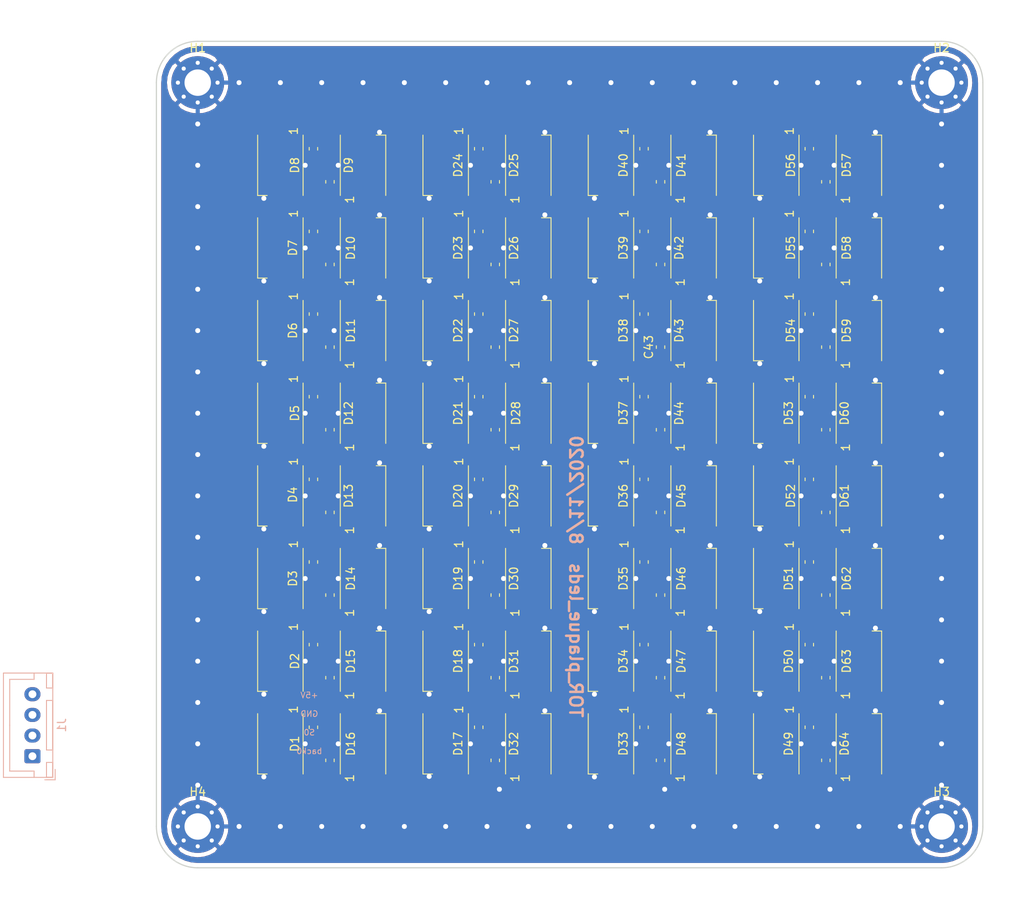
<source format=kicad_pcb>
(kicad_pcb (version 20171130) (host pcbnew "(5.1.6)-1")
  (layers (0 F.Cu signal) (31 B.Cu signal) (34 B.Paste user hide) (35 F.Paste user hide) (36 B.SilkS user hide) (37 F.SilkS user hide) (38 B.Mask user hide) (39 F.Mask user hide) (44 Edge.Cuts user))
  (net 0 "")
  (net 1 GND)
  (net 2 +5V)
  (net 3 S0)
  (net 4 "Net-(D2-Pad2)")
  (net 5 "Net-(D3-Pad2)")
  (net 6 "Net-(D4-Pad2)")
  (net 7 "Net-(D5-Pad2)")
  (net 8 "Net-(D6-Pad2)")
  (net 9 "Net-(D7-Pad2)")
  (net 10 "Net-(D10-Pad4)")
  (net 11 back0)
  (net 12 "Net-(D1-Pad2)")
  (net 13 a)
  (net 14 b)
  (net 15 c)
  (net 16 "Net-(D11-Pad2)")
  (net 17 "Net-(D12-Pad2)")
  (net 18 "Net-(D13-Pad2)")
  (net 19 "Net-(D14-Pad2)")
  (net 20 "Net-(D15-Pad2)")
  (net 21 "Net-(D16-Pad2)")
  (net 22 "Net-(D17-Pad2)")
  (net 23 "Net-(D18-Pad2)")
  (net 24 "Net-(D19-Pad2)")
  (net 25 "Net-(D21-Pad2)")
  (net 26 "Net-(D22-Pad2)")
  (net 27 "Net-(D23-Pad2)")
  (net 28 "Net-(D24-Pad2)")
  (net 29 "Net-(D25-Pad2)")
  (net 30 "Net-(D26-Pad2)")
  (net 31 "Net-(D27-Pad2)")
  (net 32 "Net-(D28-Pad2)")
  (net 33 "Net-(D29-Pad2)")
  (net 34 "Net-(D31-Pad2)")
  (net 35 "Net-(D32-Pad2)")
  (net 36 "Net-(D33-Pad2)")
  (net 37 "Net-(D34-Pad2)")
  (net 38 "Net-(D35-Pad2)")
  (net 39 "Net-(D36-Pad2)")
  (net 40 d)
  (net 41 "Net-(D41-Pad2)")
  (net 42 e)
  (net 43 "Net-(D42-Pad2)")
  (net 44 f)
  (net 45 "Net-(D43-Pad2)")
  (net 46 "Net-(D44-Pad2)")
  (net 47 "Net-(D45-Pad2)")
  (net 48 "Net-(D46-Pad2)")
  (net 49 "Net-(D47-Pad2)")
  (net 50 "Net-(D48-Pad2)")
  (net 51 "Net-(D49-Pad2)")
  (net 52 "Net-(D51-Pad2)")
  (net 53 "Net-(D52-Pad2)")
  (net 54 "Net-(D53-Pad2)")
  (net 55 "Net-(D54-Pad2)")
  (net 56 "Net-(D55-Pad2)")
  (net 57 "Net-(D56-Pad2)")
  (net 58 "Net-(D57-Pad2)")
  (net 59 "Net-(D58-Pad2)")
  (net 60 "Net-(D59-Pad2)")
  (net 61 "Net-(D61-Pad2)")
  (net 62 "Net-(D62-Pad2)")
  (net 63 "Net-(D63-Pad2)")
  (net 64 "Net-(D37-Pad2)")
  (net 65 "Net-(D38-Pad2)")
  (net 66 "Net-(D39-Pad2)")
  (net 67 "Net-(D8-Pad2)")
  (module Capacitor_SMD:C_0603_1608Metric (layer F.Cu) (at 139 108 270)
    (fp_text reference C20 hide)
    (fp_text value 100nF)
    (pad 1 smd roundrect (at -0.7875 0 270) (size 0.875 0.95) (layers F.Cu F.Paste F.Mask) (net 2 +5V))
    (pad 2 smd roundrect (at 0.7875 0 270) (size 0.875 0.95) (layers F.Cu F.Paste F.Mask) (net 1 GND))
  )
  (module Capacitor_SMD:C_0603_1608Metric (layer F.Cu) (at 121 92 90)
    (fp_text reference C11 hide)
    (fp_text value 100nF)
    (pad 2 smd roundrect (at 0.7875 0 90) (size 0.875 0.95) (layers F.Cu F.Paste F.Mask) (net 1 GND))
    (pad 1 smd roundrect (at -0.7875 0 90) (size 0.875 0.95) (layers F.Cu F.Paste F.Mask) (net 2 +5V))
  )
  (module MountingHole:MountingHole_3.2mm_M3_Pad_Via (layer F.Cu) (at 195 150)
    (fp_text reference H3 (at 0 -4.2) (layer F.SilkS))
    (fp_text value MountingHole_Pad)
    (pad 1 thru_hole circle (at 1.697056 -1.697056) (size 0.8 0.8) (drill 0.5) (layers *.Cu *.Mask) (net 1 GND))
    (pad 1 thru_hole circle (at 0 -2.4) (size 0.8 0.8) (drill 0.5) (layers *.Cu *.Mask) (net 1 GND))
    (pad 1 thru_hole circle (at -1.697056 -1.697056) (size 0.8 0.8) (drill 0.5) (layers *.Cu *.Mask) (net 1 GND))
    (pad 1 thru_hole circle (at -2.4 0) (size 0.8 0.8) (drill 0.5) (layers *.Cu *.Mask) (net 1 GND))
    (pad 1 thru_hole circle (at -1.697056 1.697056) (size 0.8 0.8) (drill 0.5) (layers *.Cu *.Mask) (net 1 GND))
    (pad 1 thru_hole circle (at 0 2.4) (size 0.8 0.8) (drill 0.5) (layers *.Cu *.Mask) (net 1 GND))
    (pad 1 thru_hole circle (at 1.697056 1.697056) (size 0.8 0.8) (drill 0.5) (layers *.Cu *.Mask) (net 1 GND))
    (pad 1 thru_hole circle (at 2.4 0) (size 0.8 0.8) (drill 0.5) (layers *.Cu *.Mask) (net 1 GND))
    (pad 1 thru_hole circle (at 0 0) (size 6.4 6.4) (drill 3.2) (layers *.Cu *.Mask) (net 1 GND))
  )
  (module Capacitor_SMD:C_0603_1608Metric (layer F.Cu) (at 121 132 90)
    (fp_text reference C15 hide)
    (fp_text value 100nF)
    (pad 2 smd roundrect (at 0.7875 0 90) (size 0.875 0.95) (layers F.Cu F.Paste F.Mask) (net 1 GND))
    (pad 1 smd roundrect (at -0.7875 0 90) (size 0.875 0.95) (layers F.Cu F.Paste F.Mask) (net 2 +5V))
  )
  (module Capacitor_SMD:C_0603_1608Metric (layer F.Cu) (at 141 72 90)
    (fp_text reference C25 hide)
    (fp_text value 100nF)
    (pad 2 smd roundrect (at 0.7875 0 90) (size 0.875 0.95) (layers F.Cu F.Paste F.Mask) (net 1 GND))
    (pad 1 smd roundrect (at -0.7875 0 90) (size 0.875 0.95) (layers F.Cu F.Paste F.Mask) (net 2 +5V))
  )
  (module Capacitor_SMD:C_0603_1608Metric (layer F.Cu) (at 159 118 270)
    (fp_text reference C35 hide)
    (fp_text value 100nF)
    (pad 1 smd roundrect (at -0.7875 0 270) (size 0.875 0.95) (layers F.Cu F.Paste F.Mask) (net 2 +5V))
    (pad 2 smd roundrect (at 0.7875 0 270) (size 0.875 0.95) (layers F.Cu F.Paste F.Mask) (net 1 GND))
  )
  (module Capacitor_SMD:C_0603_1608Metric (layer F.Cu) (at 119 98 270)
    (fp_text reference C5 hide)
    (fp_text value 100nF)
    (pad 2 smd roundrect (at 0.7875 0 270) (size 0.875 0.95) (layers F.Cu F.Paste F.Mask) (net 1 GND))
    (pad 1 smd roundrect (at -0.7875 0 270) (size 0.875 0.95) (layers F.Cu F.Paste F.Mask) (net 2 +5V))
  )
  (module Capacitor_SMD:C_0603_1608Metric (layer F.Cu) (at 121 102 90)
    (fp_text reference C12 hide)
    (fp_text value 100nF)
    (pad 2 smd roundrect (at 0.7875 0 90) (size 0.875 0.95) (layers F.Cu F.Paste F.Mask) (net 1 GND))
    (pad 1 smd roundrect (at -0.7875 0 90) (size 0.875 0.95) (layers F.Cu F.Paste F.Mask) (net 2 +5V))
  )
  (module Capacitor_SMD:C_0603_1608Metric (layer F.Cu) (at 139 88 270)
    (fp_text reference C22 hide)
    (fp_text value 100nF)
    (pad 1 smd roundrect (at -0.7875 0 270) (size 0.875 0.95) (layers F.Cu F.Paste F.Mask) (net 2 +5V))
    (pad 2 smd roundrect (at 0.7875 0 270) (size 0.875 0.95) (layers F.Cu F.Paste F.Mask) (net 1 GND))
  )
  (module Capacitor_SMD:C_0603_1608Metric (layer F.Cu) (at 141 142 90)
    (fp_text reference C32 hide)
    (fp_text value 100nF)
    (pad 2 smd roundrect (at 0.7875 0 90) (size 0.875 0.95) (layers F.Cu F.Paste F.Mask) (net 1 GND))
    (pad 1 smd roundrect (at -0.7875 0 90) (size 0.875 0.95) (layers F.Cu F.Paste F.Mask) (net 2 +5V))
  )
  (module Capacitor_SMD:C_0603_1608Metric (layer F.Cu) (at 119 128 270)
    (fp_text reference C2 hide)
    (fp_text value 100nF)
    (pad 1 smd roundrect (at -0.7875 0 270) (size 0.875 0.95) (layers F.Cu F.Paste F.Mask) (net 2 +5V))
    (pad 2 smd roundrect (at 0.7875 0 270) (size 0.875 0.95) (layers F.Cu F.Paste F.Mask) (net 1 GND))
  )
  (module Capacitor_SMD:C_0603_1608Metric (layer F.Cu) (at 121 142 90)
    (fp_text reference C16 hide)
    (fp_text value 100nF)
    (pad 2 smd roundrect (at 0.7875 0 90) (size 0.875 0.95) (layers F.Cu F.Paste F.Mask) (net 1 GND))
    (pad 1 smd roundrect (at -0.7875 0 90) (size 0.875 0.95) (layers F.Cu F.Paste F.Mask) (net 2 +5V))
  )
  (module Capacitor_SMD:C_0603_1608Metric (layer F.Cu) (at 141 82 90)
    (fp_text reference C26 hide)
    (fp_text value 100nF)
    (pad 2 smd roundrect (at 0.7875 0 90) (size 0.875 0.95) (layers F.Cu F.Paste F.Mask) (net 1 GND))
    (pad 1 smd roundrect (at -0.7875 0 90) (size 0.875 0.95) (layers F.Cu F.Paste F.Mask) (net 2 +5V))
  )
  (module Capacitor_SMD:C_0603_1608Metric (layer F.Cu) (at 159 108 270)
    (fp_text reference C36 hide)
    (fp_text value 100nF)
    (pad 1 smd roundrect (at -0.7875 0 270) (size 0.875 0.95) (layers F.Cu F.Paste F.Mask) (net 2 +5V))
    (pad 2 smd roundrect (at 0.7875 0 270) (size 0.875 0.95) (layers F.Cu F.Paste F.Mask) (net 1 GND))
  )
  (module Capacitor_SMD:C_0603_1608Metric (layer F.Cu) (at 119 88 270)
    (fp_text reference C6 hide)
    (fp_text value 100nF)
    (pad 2 smd roundrect (at 0.7875 0 270) (size 0.875 0.95) (layers F.Cu F.Paste F.Mask) (net 1 GND))
    (pad 1 smd roundrect (at -0.7875 0 270) (size 0.875 0.95) (layers F.Cu F.Paste F.Mask) (net 2 +5V))
  )
  (module Capacitor_SMD:C_0603_1608Metric (layer F.Cu) (at 139 118 270)
    (fp_text reference C19 hide)
    (fp_text value 100nF)
    (pad 1 smd roundrect (at -0.7875 0 270) (size 0.875 0.95) (layers F.Cu F.Paste F.Mask) (net 2 +5V))
    (pad 2 smd roundrect (at 0.7875 0 270) (size 0.875 0.95) (layers F.Cu F.Paste F.Mask) (net 1 GND))
  )
  (module Capacitor_SMD:C_0603_1608Metric (layer F.Cu) (at 141 112 90)
    (fp_text reference C29 hide)
    (fp_text value 100nF)
    (pad 1 smd roundrect (at -0.7875 0 90) (size 0.875 0.95) (layers F.Cu F.Paste F.Mask) (net 2 +5V))
    (pad 2 smd roundrect (at 0.7875 0 90) (size 0.875 0.95) (layers F.Cu F.Paste F.Mask) (net 1 GND))
  )
  (module Capacitor_SMD:C_0603_1608Metric (layer F.Cu) (at 159 78 270)
    (fp_text reference C39 hide)
    (fp_text value 100nF)
    (pad 2 smd roundrect (at 0.7875 0 270) (size 0.875 0.95) (layers F.Cu F.Paste F.Mask) (net 1 GND))
    (pad 1 smd roundrect (at -0.7875 0 270) (size 0.875 0.95) (layers F.Cu F.Paste F.Mask) (net 2 +5V))
  )
  (module Capacitor_SMD:C_0603_1608Metric (layer F.Cu) (at 121 72 90)
    (fp_text reference C9 hide)
    (fp_text value 100nF)
    (pad 1 smd roundrect (at -0.7875 0 90) (size 0.875 0.95) (layers F.Cu F.Paste F.Mask) (net 2 +5V))
    (pad 2 smd roundrect (at 0.7875 0 90) (size 0.875 0.95) (layers F.Cu F.Paste F.Mask) (net 1 GND))
  )
  (module Capacitor_SMD:C_0603_1608Metric (layer F.Cu) (at 139 138 270)
    (fp_text reference C17 hide)
    (fp_text value 100nF)
    (pad 2 smd roundrect (at 0.7875 0 270) (size 0.875 0.95) (layers F.Cu F.Paste F.Mask) (net 1 GND))
    (pad 1 smd roundrect (at -0.7875 0 270) (size 0.875 0.95) (layers F.Cu F.Paste F.Mask) (net 2 +5V))
  )
  (module Capacitor_SMD:C_0603_1608Metric (layer F.Cu) (at 141 92 90)
    (fp_text reference C27 hide)
    (fp_text value 100nF)
    (pad 1 smd roundrect (at -0.7875 0 90) (size 0.875 0.95) (layers F.Cu F.Paste F.Mask) (net 2 +5V))
    (pad 2 smd roundrect (at 0.7875 0 90) (size 0.875 0.95) (layers F.Cu F.Paste F.Mask) (net 1 GND))
  )
  (module Capacitor_SMD:C_0603_1608Metric (layer F.Cu) (at 159 98 270)
    (fp_text reference C37 hide)
    (fp_text value 100nF)
    (pad 1 smd roundrect (at -0.7875 0 270) (size 0.875 0.95) (layers F.Cu F.Paste F.Mask) (net 2 +5V))
    (pad 2 smd roundrect (at 0.7875 0 270) (size 0.875 0.95) (layers F.Cu F.Paste F.Mask) (net 1 GND))
  )
  (module Capacitor_SMD:C_0603_1608Metric (layer F.Cu) (at 119 78 270)
    (fp_text reference C7 hide)
    (fp_text value 100nF)
    (pad 2 smd roundrect (at 0.7875 0 270) (size 0.875 0.95) (layers F.Cu F.Paste F.Mask) (net 1 GND))
    (pad 1 smd roundrect (at -0.7875 0 270) (size 0.875 0.95) (layers F.Cu F.Paste F.Mask) (net 2 +5V))
  )
  (module Capacitor_SMD:C_0603_1608Metric (layer F.Cu) (at 141 122 90)
    (fp_text reference C30 hide)
    (fp_text value 100nF)
    (pad 2 smd roundrect (at 0.7875 0 90) (size 0.875 0.95) (layers F.Cu F.Paste F.Mask) (net 1 GND))
    (pad 1 smd roundrect (at -0.7875 0 90) (size 0.875 0.95) (layers F.Cu F.Paste F.Mask) (net 2 +5V))
  )
  (module Capacitor_SMD:C_0603_1608Metric (layer F.Cu) (at 159 68 270)
    (fp_text reference C40 hide)
    (fp_text value 100nF)
    (pad 2 smd roundrect (at 0.7875 0 270) (size 0.875 0.95) (layers F.Cu F.Paste F.Mask) (net 1 GND))
    (pad 1 smd roundrect (at -0.7875 0 270) (size 0.875 0.95) (layers F.Cu F.Paste F.Mask) (net 2 +5V))
  )
  (module Capacitor_SMD:C_0603_1608Metric (layer F.Cu) (at 121 82 90)
    (fp_text reference C10 hide)
    (fp_text value 100nF)
    (pad 1 smd roundrect (at -0.7875 0 90) (size 0.875 0.95) (layers F.Cu F.Paste F.Mask) (net 2 +5V))
    (pad 2 smd roundrect (at 0.7875 0 90) (size 0.875 0.95) (layers F.Cu F.Paste F.Mask) (net 1 GND))
  )
  (module Capacitor_SMD:C_0603_1608Metric (layer F.Cu) (at 139 128 270)
    (fp_text reference C18 hide)
    (fp_text value 100nF)
    (pad 2 smd roundrect (at 0.7875 0 270) (size 0.875 0.95) (layers F.Cu F.Paste F.Mask) (net 1 GND))
    (pad 1 smd roundrect (at -0.7875 0 270) (size 0.875 0.95) (layers F.Cu F.Paste F.Mask) (net 2 +5V))
  )
  (module Capacitor_SMD:C_0603_1608Metric (layer F.Cu) (at 141 102 90)
    (fp_text reference C28 hide)
    (fp_text value 100nF)
    (pad 1 smd roundrect (at -0.7875 0 90) (size 0.875 0.95) (layers F.Cu F.Paste F.Mask) (net 2 +5V))
    (pad 2 smd roundrect (at 0.7875 0 90) (size 0.875 0.95) (layers F.Cu F.Paste F.Mask) (net 1 GND))
  )
  (module Capacitor_SMD:C_0603_1608Metric (layer F.Cu) (at 159 88 270)
    (fp_text reference C38 hide)
    (fp_text value 100nF)
    (pad 2 smd roundrect (at 0.7875 0 270) (size 0.875 0.95) (layers F.Cu F.Paste F.Mask) (net 1 GND))
    (pad 1 smd roundrect (at -0.7875 0 270) (size 0.875 0.95) (layers F.Cu F.Paste F.Mask) (net 2 +5V))
  )
  (module Capacitor_SMD:C_0603_1608Metric (layer F.Cu) (at 119 68 270)
    (fp_text reference C8 hide)
    (fp_text value 100nF)
    (pad 2 smd roundrect (at 0.7875 0 270) (size 0.875 0.95) (layers F.Cu F.Paste F.Mask) (net 1 GND))
    (pad 1 smd roundrect (at -0.7875 0 270) (size 0.875 0.95) (layers F.Cu F.Paste F.Mask) (net 2 +5V))
  )
  (module Capacitor_SMD:C_0603_1608Metric (layer F.Cu) (at 121 112 90)
    (fp_text reference C13 hide)
    (fp_text value 100nF)
    (pad 1 smd roundrect (at -0.7875 0 90) (size 0.875 0.95) (layers F.Cu F.Paste F.Mask) (net 2 +5V))
    (pad 2 smd roundrect (at 0.7875 0 90) (size 0.875 0.95) (layers F.Cu F.Paste F.Mask) (net 1 GND))
  )
  (module Capacitor_SMD:C_0603_1608Metric (layer F.Cu) (at 139 78 270)
    (fp_text reference C23 hide)
    (fp_text value 100nF)
    (pad 2 smd roundrect (at 0.7875 0 270) (size 0.875 0.95) (layers F.Cu F.Paste F.Mask) (net 1 GND))
    (pad 1 smd roundrect (at -0.7875 0 270) (size 0.875 0.95) (layers F.Cu F.Paste F.Mask) (net 2 +5V))
  )
  (module Capacitor_SMD:C_0603_1608Metric (layer F.Cu) (at 159 138 270)
    (fp_text reference C33 hide)
    (fp_text value 100nF)
    (pad 2 smd roundrect (at 0.7875 0 270) (size 0.875 0.95) (layers F.Cu F.Paste F.Mask) (net 1 GND))
    (pad 1 smd roundrect (at -0.7875 0 270) (size 0.875 0.95) (layers F.Cu F.Paste F.Mask) (net 2 +5V))
  )
  (module Capacitor_SMD:C_0603_1608Metric (layer F.Cu) (at 119 118 270)
    (fp_text reference C3 hide)
    (fp_text value 100nF)
    (pad 1 smd roundrect (at -0.7875 0 270) (size 0.875 0.95) (layers F.Cu F.Paste F.Mask) (net 2 +5V))
    (pad 2 smd roundrect (at 0.7875 0 270) (size 0.875 0.95) (layers F.Cu F.Paste F.Mask) (net 1 GND))
  )
  (module Capacitor_SMD:C_0603_1608Metric (layer F.Cu) (at 139 98 270)
    (fp_text reference C21 hide)
    (fp_text value 100nF)
    (pad 1 smd roundrect (at -0.7875 0 270) (size 0.875 0.95) (layers F.Cu F.Paste F.Mask) (net 2 +5V))
    (pad 2 smd roundrect (at 0.7875 0 270) (size 0.875 0.95) (layers F.Cu F.Paste F.Mask) (net 1 GND))
  )
  (module Capacitor_SMD:C_0603_1608Metric (layer F.Cu) (at 141 132 90)
    (fp_text reference C31 hide)
    (fp_text value 100nF)
    (pad 1 smd roundrect (at -0.7875 0 90) (size 0.875 0.95) (layers F.Cu F.Paste F.Mask) (net 2 +5V))
    (pad 2 smd roundrect (at 0.7875 0 90) (size 0.875 0.95) (layers F.Cu F.Paste F.Mask) (net 1 GND))
  )
  (module Capacitor_SMD:C_0603_1608Metric (layer F.Cu) (at 119 138 270)
    (fp_text reference C1 hide)
    (fp_text value 100nF)
    (pad 2 smd roundrect (at 0.7875 0 270) (size 0.875 0.95) (layers F.Cu F.Paste F.Mask) (net 1 GND))
    (pad 1 smd roundrect (at -0.7875 0 270) (size 0.875 0.95) (layers F.Cu F.Paste F.Mask) (net 2 +5V))
  )
  (module Capacitor_SMD:C_0603_1608Metric (layer F.Cu) (at 121 122 90)
    (fp_text reference C14 hide)
    (fp_text value 100nF)
    (pad 1 smd roundrect (at -0.7875 0 90) (size 0.875 0.95) (layers F.Cu F.Paste F.Mask) (net 2 +5V))
    (pad 2 smd roundrect (at 0.7875 0 90) (size 0.875 0.95) (layers F.Cu F.Paste F.Mask) (net 1 GND))
  )
  (module Capacitor_SMD:C_0603_1608Metric (layer F.Cu) (at 139 68 270)
    (fp_text reference C24 hide)
    (fp_text value 100nF)
    (pad 2 smd roundrect (at 0.7875 0 270) (size 0.875 0.95) (layers F.Cu F.Paste F.Mask) (net 1 GND))
    (pad 1 smd roundrect (at -0.7875 0 270) (size 0.875 0.95) (layers F.Cu F.Paste F.Mask) (net 2 +5V))
  )
  (module Capacitor_SMD:C_0603_1608Metric (layer F.Cu) (at 159 128 270)
    (fp_text reference C34 hide)
    (fp_text value 100nF)
    (pad 2 smd roundrect (at 0.7875 0 270) (size 0.875 0.95) (layers F.Cu F.Paste F.Mask) (net 1 GND))
    (pad 1 smd roundrect (at -0.7875 0 270) (size 0.875 0.95) (layers F.Cu F.Paste F.Mask) (net 2 +5V))
  )
  (module Capacitor_SMD:C_0603_1608Metric (layer F.Cu) (at 119 108 270)
    (fp_text reference C4 hide)
    (fp_text value 100nF)
    (pad 1 smd roundrect (at -0.7875 0 270) (size 0.875 0.95) (layers F.Cu F.Paste F.Mask) (net 2 +5V))
    (pad 2 smd roundrect (at 0.7875 0 270) (size 0.875 0.95) (layers F.Cu F.Paste F.Mask) (net 1 GND))
  )
  (module Capacitor_SMD:C_0603_1608Metric (layer F.Cu) (at 179 78 270)
    (fp_text reference C55 hide)
    (fp_text value 100nF)
    (pad 1 smd roundrect (at -0.7875 0 270) (size 0.875 0.95) (layers F.Cu F.Paste F.Mask) (net 2 +5V))
    (pad 2 smd roundrect (at 0.7875 0 270) (size 0.875 0.95) (layers F.Cu F.Paste F.Mask) (net 1 GND))
  )
  (module Capacitor_SMD:C_0603_1608Metric (layer F.Cu) (at 181 122 90)
    (fp_text reference C62 hide)
    (fp_text value 100nF)
    (pad 2 smd roundrect (at 0.7875 0 90) (size 0.875 0.95) (layers F.Cu F.Paste F.Mask) (net 1 GND))
    (pad 1 smd roundrect (at -0.7875 0 90) (size 0.875 0.95) (layers F.Cu F.Paste F.Mask) (net 2 +5V))
  )
  (module Capacitor_SMD:C_0603_1608Metric (layer F.Cu) (at 161 112 90)
    (fp_text reference C45 hide)
    (fp_text value 100nF)
    (pad 1 smd roundrect (at -0.7875 0 90) (size 0.875 0.95) (layers F.Cu F.Paste F.Mask) (net 2 +5V))
    (pad 2 smd roundrect (at 0.7875 0 90) (size 0.875 0.95) (layers F.Cu F.Paste F.Mask) (net 1 GND))
  )
  (module Capacitor_SMD:C_0603_1608Metric (layer F.Cu) (at 179 108 270)
    (fp_text reference C52 hide)
    (fp_text value 100nF)
    (pad 2 smd roundrect (at 0.7875 0 270) (size 0.875 0.95) (layers F.Cu F.Paste F.Mask) (net 1 GND))
    (pad 1 smd roundrect (at -0.7875 0 270) (size 0.875 0.95) (layers F.Cu F.Paste F.Mask) (net 2 +5V))
  )
  (module Capacitor_SMD:C_0603_1608Metric (layer F.Cu) (at 181 112 90)
    (fp_text reference C61 hide)
    (fp_text value 100nF)
    (pad 1 smd roundrect (at -0.7875 0 90) (size 0.875 0.95) (layers F.Cu F.Paste F.Mask) (net 2 +5V))
    (pad 2 smd roundrect (at 0.7875 0 90) (size 0.875 0.95) (layers F.Cu F.Paste F.Mask) (net 1 GND))
  )
  (module Capacitor_SMD:C_0603_1608Metric (layer F.Cu) (at 161 72 90)
    (fp_text reference C41 hide)
    (fp_text value 100nF)
    (pad 2 smd roundrect (at 0.7875 0 90) (size 0.875 0.95) (layers F.Cu F.Paste F.Mask) (net 1 GND))
    (pad 1 smd roundrect (at -0.7875 0 90) (size 0.875 0.95) (layers F.Cu F.Paste F.Mask) (net 2 +5V))
  )
  (module Capacitor_SMD:C_0603_1608Metric (layer F.Cu) (at 179 68 270)
    (fp_text reference C56 hide)
    (fp_text value 100nF)
    (pad 1 smd roundrect (at -0.7875 0 270) (size 0.875 0.95) (layers F.Cu F.Paste F.Mask) (net 2 +5V))
    (pad 2 smd roundrect (at 0.7875 0 270) (size 0.875 0.95) (layers F.Cu F.Paste F.Mask) (net 1 GND))
  )
  (module Capacitor_SMD:C_0603_1608Metric (layer F.Cu) (at 181 132 90)
    (fp_text reference C63 hide)
    (fp_text value 100nF)
    (pad 2 smd roundrect (at 0.7875 0 90) (size 0.875 0.95) (layers F.Cu F.Paste F.Mask) (net 1 GND))
    (pad 1 smd roundrect (at -0.7875 0 90) (size 0.875 0.95) (layers F.Cu F.Paste F.Mask) (net 2 +5V))
  )
  (module Capacitor_SMD:C_0603_1608Metric (layer F.Cu) (at 161 122 90)
    (fp_text reference C46 hide)
    (fp_text value 100nF)
    (pad 1 smd roundrect (at -0.7875 0 90) (size 0.875 0.95) (layers F.Cu F.Paste F.Mask) (net 2 +5V))
    (pad 2 smd roundrect (at 0.7875 0 90) (size 0.875 0.95) (layers F.Cu F.Paste F.Mask) (net 1 GND))
  )
  (module Capacitor_SMD:C_0603_1608Metric (layer F.Cu) (at 181 142 90)
    (fp_text reference C64 hide)
    (fp_text value 100nF)
    (pad 1 smd roundrect (at -0.7875 0 90) (size 0.875 0.95) (layers F.Cu F.Paste F.Mask) (net 2 +5V))
    (pad 2 smd roundrect (at 0.7875 0 90) (size 0.875 0.95) (layers F.Cu F.Paste F.Mask) (net 1 GND))
  )
  (module Capacitor_SMD:C_0603_1608Metric (layer F.Cu) (at 179 138 270)
    (fp_text reference C49 hide)
    (fp_text value 100nF)
    (pad 2 smd roundrect (at 0.7875 0 270) (size 0.875 0.95) (layers F.Cu F.Paste F.Mask) (net 1 GND))
    (pad 1 smd roundrect (at -0.7875 0 270) (size 0.875 0.95) (layers F.Cu F.Paste F.Mask) (net 2 +5V))
  )
  (module Capacitor_SMD:C_0603_1608Metric (layer F.Cu) (at 181 72 90)
    (fp_text reference C57 hide)
    (fp_text value 100nF)
    (pad 1 smd roundrect (at -0.7875 0 90) (size 0.875 0.95) (layers F.Cu F.Paste F.Mask) (net 2 +5V))
    (pad 2 smd roundrect (at 0.7875 0 90) (size 0.875 0.95) (layers F.Cu F.Paste F.Mask) (net 1 GND))
  )
  (module Capacitor_SMD:C_0603_1608Metric (layer F.Cu) (at 161 132 90)
    (fp_text reference C47 hide)
    (fp_text value 100nF)
    (pad 1 smd roundrect (at -0.7875 0 90) (size 0.875 0.95) (layers F.Cu F.Paste F.Mask) (net 2 +5V))
    (pad 2 smd roundrect (at 0.7875 0 90) (size 0.875 0.95) (layers F.Cu F.Paste F.Mask) (net 1 GND))
  )
  (module Capacitor_SMD:C_0603_1608Metric (layer F.Cu) (at 179 128 270)
    (fp_text reference C50 hide)
    (fp_text value 100nF)
    (pad 2 smd roundrect (at 0.7875 0 270) (size 0.875 0.95) (layers F.Cu F.Paste F.Mask) (net 1 GND))
    (pad 1 smd roundrect (at -0.7875 0 270) (size 0.875 0.95) (layers F.Cu F.Paste F.Mask) (net 2 +5V))
  )
  (module Capacitor_SMD:C_0603_1608Metric (layer F.Cu) (at 181 82 90)
    (fp_text reference C58 hide)
    (fp_text value 100nF)
    (pad 1 smd roundrect (at -0.7875 0 90) (size 0.875 0.95) (layers F.Cu F.Paste F.Mask) (net 2 +5V))
    (pad 2 smd roundrect (at 0.7875 0 90) (size 0.875 0.95) (layers F.Cu F.Paste F.Mask) (net 1 GND))
  )
  (module Capacitor_SMD:C_0603_1608Metric (layer F.Cu) (at 161 142 90)
    (fp_text reference C48 hide)
    (fp_text value 100nF)
    (pad 1 smd roundrect (at -0.7875 0 90) (size 0.875 0.95) (layers F.Cu F.Paste F.Mask) (net 2 +5V))
    (pad 2 smd roundrect (at 0.7875 0 90) (size 0.875 0.95) (layers F.Cu F.Paste F.Mask) (net 1 GND))
  )
  (module Capacitor_SMD:C_0603_1608Metric (layer F.Cu) (at 179 98 270)
    (fp_text reference C53 hide)
    (fp_text value 100nF)
    (pad 2 smd roundrect (at 0.7875 0 270) (size 0.875 0.95) (layers F.Cu F.Paste F.Mask) (net 1 GND))
    (pad 1 smd roundrect (at -0.7875 0 270) (size 0.875 0.95) (layers F.Cu F.Paste F.Mask) (net 2 +5V))
  )
  (module Capacitor_SMD:C_0603_1608Metric (layer F.Cu) (at 161 82 90)
    (fp_text reference C42 hide)
    (fp_text value 100nF)
    (pad 2 smd roundrect (at 0.7875 0 90) (size 0.875 0.95) (layers F.Cu F.Paste F.Mask) (net 1 GND))
    (pad 1 smd roundrect (at -0.7875 0 90) (size 0.875 0.95) (layers F.Cu F.Paste F.Mask) (net 2 +5V))
  )
  (module Capacitor_SMD:C_0603_1608Metric (layer F.Cu) (at 179 118 270)
    (fp_text reference C51 hide)
    (fp_text value 100nF)
    (pad 1 smd roundrect (at -0.7875 0 270) (size 0.875 0.95) (layers F.Cu F.Paste F.Mask) (net 2 +5V))
    (pad 2 smd roundrect (at 0.7875 0 270) (size 0.875 0.95) (layers F.Cu F.Paste F.Mask) (net 1 GND))
  )
  (module Capacitor_SMD:C_0603_1608Metric (layer F.Cu) (at 179 88 270)
    (fp_text reference C54 hide)
    (fp_text value 100nF)
    (pad 1 smd roundrect (at -0.7875 0 270) (size 0.875 0.95) (layers F.Cu F.Paste F.Mask) (net 2 +5V))
    (pad 2 smd roundrect (at 0.7875 0 270) (size 0.875 0.95) (layers F.Cu F.Paste F.Mask) (net 1 GND))
  )
  (module Capacitor_SMD:C_0603_1608Metric (layer F.Cu) (at 161 102 90)
    (fp_text reference C44 hide)
    (fp_text value 100nF)
    (pad 1 smd roundrect (at -0.7875 0 90) (size 0.875 0.95) (layers F.Cu F.Paste F.Mask) (net 2 +5V))
    (pad 2 smd roundrect (at 0.7875 0 90) (size 0.875 0.95) (layers F.Cu F.Paste F.Mask) (net 1 GND))
  )
  (module LED_SMD:LED_WS2812B_PLCC4_5.0x5.0mm_P3.2mm (layer F.Cu) (at 125 90 90)
    (fp_text reference D11 (at 0 -1.5 90) (layer F.SilkS))
    (fp_text value WS2812B)
    (fp_text user 1 (at -4.15 -1.6 90) (layer F.SilkS))
    (pad 1 smd rect (at -2.45 -1.6 90) (size 1.5 1) (layers F.Cu F.Paste F.Mask) (net 2 +5V))
    (pad 2 smd rect (at -2.45 1.6 90) (size 1.5 1) (layers F.Cu F.Paste F.Mask) (net 16 "Net-(D11-Pad2)"))
    (pad 4 smd rect (at 2.45 -1.6 90) (size 1.5 1) (layers F.Cu F.Paste F.Mask) (net 13 a))
    (pad 3 smd rect (at 2.45 1.6 90) (size 1.5 1) (layers F.Cu F.Paste F.Mask) (net 1 GND))
  )
  (module LED_SMD:LED_WS2812B_PLCC4_5.0x5.0mm_P3.2mm (layer F.Cu) (at 135 100 270)
    (fp_text reference D21 (at 0 -1.5 90) (layer F.SilkS))
    (fp_text value WS2812B)
    (fp_text user 1 (at -4.15 -1.6 90) (layer F.SilkS))
    (pad 1 smd rect (at -2.45 -1.6 270) (size 1.5 1) (layers F.Cu F.Paste F.Mask) (net 2 +5V))
    (pad 2 smd rect (at -2.45 1.6 270) (size 1.5 1) (layers F.Cu F.Paste F.Mask) (net 25 "Net-(D21-Pad2)"))
    (pad 4 smd rect (at 2.45 -1.6 270) (size 1.5 1) (layers F.Cu F.Paste F.Mask) (net 14 b))
    (pad 3 smd rect (at 2.45 1.6 270) (size 1.5 1) (layers F.Cu F.Paste F.Mask) (net 1 GND))
  )
  (module LED_SMD:LED_WS2812B_PLCC4_5.0x5.0mm_P3.2mm (layer F.Cu) (at 145 130 90)
    (fp_text reference D31 (at 0 -1.75 90) (layer F.SilkS))
    (fp_text value WS2812B)
    (fp_text user 1 (at -4.15 -1.6 90) (layer F.SilkS))
    (pad 1 smd rect (at -2.45 -1.6 90) (size 1.5 1) (layers F.Cu F.Paste F.Mask) (net 2 +5V))
    (pad 2 smd rect (at -2.45 1.6 90) (size 1.5 1) (layers F.Cu F.Paste F.Mask) (net 34 "Net-(D31-Pad2)"))
    (pad 4 smd rect (at 2.45 -1.6 90) (size 1.5 1) (layers F.Cu F.Paste F.Mask) (net 15 c))
    (pad 3 smd rect (at 2.45 1.6 90) (size 1.5 1) (layers F.Cu F.Paste F.Mask) (net 1 GND))
  )
  (module LED_SMD:LED_WS2812B_PLCC4_5.0x5.0mm_P3.2mm (layer F.Cu) (at 115 140 270)
    (fp_text reference D1 (at 0 -1.75 90) (layer F.SilkS))
    (fp_text value WS2812B)
    (fp_text user 1 (at -4.15 -1.6 90) (layer F.SilkS))
    (pad 3 smd rect (at 2.45 1.6 270) (size 1.5 1) (layers F.Cu F.Paste F.Mask) (net 1 GND))
    (pad 4 smd rect (at 2.45 -1.6 270) (size 1.5 1) (layers F.Cu F.Paste F.Mask) (net 3 S0))
    (pad 2 smd rect (at -2.45 1.6 270) (size 1.5 1) (layers F.Cu F.Paste F.Mask) (net 12 "Net-(D1-Pad2)"))
    (pad 1 smd rect (at -2.45 -1.6 270) (size 1.5 1) (layers F.Cu F.Paste F.Mask) (net 2 +5V))
  )
  (module LED_SMD:LED_WS2812B_PLCC4_5.0x5.0mm_P3.2mm (layer F.Cu) (at 125 100 90)
    (fp_text reference D12 (at 0 -1.75 90) (layer F.SilkS))
    (fp_text value WS2812B)
    (fp_text user 1 (at -4.15 -1.6 90) (layer F.SilkS))
    (pad 3 smd rect (at 2.45 1.6 90) (size 1.5 1) (layers F.Cu F.Paste F.Mask) (net 1 GND))
    (pad 4 smd rect (at 2.45 -1.6 90) (size 1.5 1) (layers F.Cu F.Paste F.Mask) (net 16 "Net-(D11-Pad2)"))
    (pad 2 smd rect (at -2.45 1.6 90) (size 1.5 1) (layers F.Cu F.Paste F.Mask) (net 17 "Net-(D12-Pad2)"))
    (pad 1 smd rect (at -2.45 -1.6 90) (size 1.5 1) (layers F.Cu F.Paste F.Mask) (net 2 +5V))
  )
  (module LED_SMD:LED_WS2812B_PLCC4_5.0x5.0mm_P3.2mm (layer F.Cu) (at 135 90 270)
    (fp_text reference D22 (at 0 -1.5 90) (layer F.SilkS))
    (fp_text value WS2812B)
    (fp_text user 1 (at -4.15 -1.6 90) (layer F.SilkS))
    (pad 3 smd rect (at 2.45 1.6 270) (size 1.5 1) (layers F.Cu F.Paste F.Mask) (net 1 GND))
    (pad 4 smd rect (at 2.45 -1.6 270) (size 1.5 1) (layers F.Cu F.Paste F.Mask) (net 25 "Net-(D21-Pad2)"))
    (pad 2 smd rect (at -2.45 1.6 270) (size 1.5 1) (layers F.Cu F.Paste F.Mask) (net 26 "Net-(D22-Pad2)"))
    (pad 1 smd rect (at -2.45 -1.6 270) (size 1.5 1) (layers F.Cu F.Paste F.Mask) (net 2 +5V))
  )
  (module LED_SMD:LED_WS2812B_PLCC4_5.0x5.0mm_P3.2mm (layer F.Cu) (at 145 140 90)
    (fp_text reference D32 (at 0 -1.75 90) (layer F.SilkS))
    (fp_text value WS2812B)
    (fp_text user 1 (at -4.15 -1.6 90) (layer F.SilkS))
    (pad 3 smd rect (at 2.45 1.6 90) (size 1.5 1) (layers F.Cu F.Paste F.Mask) (net 1 GND))
    (pad 4 smd rect (at 2.45 -1.6 90) (size 1.5 1) (layers F.Cu F.Paste F.Mask) (net 34 "Net-(D31-Pad2)"))
    (pad 2 smd rect (at -2.45 1.6 90) (size 1.5 1) (layers F.Cu F.Paste F.Mask) (net 35 "Net-(D32-Pad2)"))
    (pad 1 smd rect (at -2.45 -1.6 90) (size 1.5 1) (layers F.Cu F.Paste F.Mask) (net 2 +5V))
  )
  (module LED_SMD:LED_WS2812B_PLCC4_5.0x5.0mm_P3.2mm (layer F.Cu) (at 115 130 270)
    (fp_text reference D2 (at 0 -1.75 90) (layer F.SilkS))
    (fp_text value WS2812B)
    (fp_text user 1 (at -4.15 -1.6 90) (layer F.SilkS))
    (pad 1 smd rect (at -2.45 -1.6 270) (size 1.5 1) (layers F.Cu F.Paste F.Mask) (net 2 +5V))
    (pad 2 smd rect (at -2.45 1.6 270) (size 1.5 1) (layers F.Cu F.Paste F.Mask) (net 4 "Net-(D2-Pad2)"))
    (pad 4 smd rect (at 2.45 -1.6 270) (size 1.5 1) (layers F.Cu F.Paste F.Mask) (net 12 "Net-(D1-Pad2)"))
    (pad 3 smd rect (at 2.45 1.6 270) (size 1.5 1) (layers F.Cu F.Paste F.Mask) (net 1 GND))
  )
  (module LED_SMD:LED_WS2812B_PLCC4_5.0x5.0mm_P3.2mm (layer F.Cu) (at 125 110 90)
    (fp_text reference D13 (at 0 -1.75 90) (layer F.SilkS))
    (fp_text value WS2812B)
    (fp_text user 1 (at -4.15 -1.6 90) (layer F.SilkS))
    (pad 1 smd rect (at -2.45 -1.6 90) (size 1.5 1) (layers F.Cu F.Paste F.Mask) (net 2 +5V))
    (pad 2 smd rect (at -2.45 1.6 90) (size 1.5 1) (layers F.Cu F.Paste F.Mask) (net 18 "Net-(D13-Pad2)"))
    (pad 4 smd rect (at 2.45 -1.6 90) (size 1.5 1) (layers F.Cu F.Paste F.Mask) (net 17 "Net-(D12-Pad2)"))
    (pad 3 smd rect (at 2.45 1.6 90) (size 1.5 1) (layers F.Cu F.Paste F.Mask) (net 1 GND))
  )
  (module LED_SMD:LED_WS2812B_PLCC4_5.0x5.0mm_P3.2mm (layer F.Cu) (at 135 80 270)
    (fp_text reference D23 (at 0 -1.5 90) (layer F.SilkS))
    (fp_text value WS2812B)
    (fp_text user 1 (at -4.15 -1.6 90) (layer F.SilkS))
    (pad 3 smd rect (at 2.45 1.6 270) (size 1.5 1) (layers F.Cu F.Paste F.Mask) (net 1 GND))
    (pad 4 smd rect (at 2.45 -1.6 270) (size 1.5 1) (layers F.Cu F.Paste F.Mask) (net 26 "Net-(D22-Pad2)"))
    (pad 2 smd rect (at -2.45 1.6 270) (size 1.5 1) (layers F.Cu F.Paste F.Mask) (net 27 "Net-(D23-Pad2)"))
    (pad 1 smd rect (at -2.45 -1.6 270) (size 1.5 1) (layers F.Cu F.Paste F.Mask) (net 2 +5V))
  )
  (module LED_SMD:LED_WS2812B_PLCC4_5.0x5.0mm_P3.2mm (layer F.Cu) (at 155 140 270)
    (fp_text reference D33 (at 0 -1.5 90) (layer F.SilkS))
    (fp_text value WS2812B)
    (fp_text user 1 (at -4.15 -1.6 90) (layer F.SilkS))
    (pad 1 smd rect (at -2.45 -1.6 270) (size 1.5 1) (layers F.Cu F.Paste F.Mask) (net 2 +5V))
    (pad 2 smd rect (at -2.45 1.6 270) (size 1.5 1) (layers F.Cu F.Paste F.Mask) (net 36 "Net-(D33-Pad2)"))
    (pad 4 smd rect (at 2.45 -1.6 270) (size 1.5 1) (layers F.Cu F.Paste F.Mask) (net 35 "Net-(D32-Pad2)"))
    (pad 3 smd rect (at 2.45 1.6 270) (size 1.5 1) (layers F.Cu F.Paste F.Mask) (net 1 GND))
  )
  (module LED_SMD:LED_WS2812B_PLCC4_5.0x5.0mm_P3.2mm (layer F.Cu) (at 115 120 270)
    (fp_text reference D3 (at 0 -1.5 90) (layer F.SilkS))
    (fp_text value WS2812B)
    (fp_text user 1 (at -4.15 -1.6 90) (layer F.SilkS))
    (pad 3 smd rect (at 2.45 1.6 270) (size 1.5 1) (layers F.Cu F.Paste F.Mask) (net 1 GND))
    (pad 4 smd rect (at 2.45 -1.6 270) (size 1.5 1) (layers F.Cu F.Paste F.Mask) (net 4 "Net-(D2-Pad2)"))
    (pad 2 smd rect (at -2.45 1.6 270) (size 1.5 1) (layers F.Cu F.Paste F.Mask) (net 5 "Net-(D3-Pad2)"))
    (pad 1 smd rect (at -2.45 -1.6 270) (size 1.5 1) (layers F.Cu F.Paste F.Mask) (net 2 +5V))
  )
  (module LED_SMD:LED_WS2812B_PLCC4_5.0x5.0mm_P3.2mm (layer F.Cu) (at 125 120 90)
    (fp_text reference D14 (at 0 -1.5 90) (layer F.SilkS))
    (fp_text value WS2812B)
    (fp_text user 1 (at -4.15 -1.6 90) (layer F.SilkS))
    (pad 3 smd rect (at 2.45 1.6 90) (size 1.5 1) (layers F.Cu F.Paste F.Mask) (net 1 GND))
    (pad 4 smd rect (at 2.45 -1.6 90) (size 1.5 1) (layers F.Cu F.Paste F.Mask) (net 18 "Net-(D13-Pad2)"))
    (pad 2 smd rect (at -2.45 1.6 90) (size 1.5 1) (layers F.Cu F.Paste F.Mask) (net 19 "Net-(D14-Pad2)"))
    (pad 1 smd rect (at -2.45 -1.6 90) (size 1.5 1) (layers F.Cu F.Paste F.Mask) (net 2 +5V))
  )
  (module LED_SMD:LED_WS2812B_PLCC4_5.0x5.0mm_P3.2mm (layer F.Cu) (at 135 70 270)
    (fp_text reference D24 (at 0 -1.5 90) (layer F.SilkS))
    (fp_text value WS2812B)
    (fp_text user 1 (at -4.15 -1.6 90) (layer F.SilkS))
    (pad 3 smd rect (at 2.45 1.6 270) (size 1.5 1) (layers F.Cu F.Paste F.Mask) (net 1 GND))
    (pad 4 smd rect (at 2.45 -1.6 270) (size 1.5 1) (layers F.Cu F.Paste F.Mask) (net 27 "Net-(D23-Pad2)"))
    (pad 2 smd rect (at -2.45 1.6 270) (size 1.5 1) (layers F.Cu F.Paste F.Mask) (net 28 "Net-(D24-Pad2)"))
    (pad 1 smd rect (at -2.45 -1.6 270) (size 1.5 1) (layers F.Cu F.Paste F.Mask) (net 2 +5V))
  )
  (module LED_SMD:LED_WS2812B_PLCC4_5.0x5.0mm_P3.2mm (layer F.Cu) (at 155 130 270)
    (fp_text reference D34 (at 0 -1.5 90) (layer F.SilkS))
    (fp_text value WS2812B)
    (fp_text user 1 (at -4.15 -1.6 90) (layer F.SilkS))
    (pad 3 smd rect (at 2.45 1.6 270) (size 1.5 1) (layers F.Cu F.Paste F.Mask) (net 1 GND))
    (pad 4 smd rect (at 2.45 -1.6 270) (size 1.5 1) (layers F.Cu F.Paste F.Mask) (net 36 "Net-(D33-Pad2)"))
    (pad 2 smd rect (at -2.45 1.6 270) (size 1.5 1) (layers F.Cu F.Paste F.Mask) (net 37 "Net-(D34-Pad2)"))
    (pad 1 smd rect (at -2.45 -1.6 270) (size 1.5 1) (layers F.Cu F.Paste F.Mask) (net 2 +5V))
  )
  (module LED_SMD:LED_WS2812B_PLCC4_5.0x5.0mm_P3.2mm (layer F.Cu) (at 115 110 270)
    (fp_text reference D4 (at -0.142858 -1.5 90) (layer F.SilkS))
    (fp_text value WS2812B)
    (fp_text user 1 (at -4.15 -1.6 90) (layer F.SilkS))
    (pad 1 smd rect (at -2.45 -1.6 270) (size 1.5 1) (layers F.Cu F.Paste F.Mask) (net 2 +5V))
    (pad 2 smd rect (at -2.45 1.6 270) (size 1.5 1) (layers F.Cu F.Paste F.Mask) (net 6 "Net-(D4-Pad2)"))
    (pad 4 smd rect (at 2.45 -1.6 270) (size 1.5 1) (layers F.Cu F.Paste F.Mask) (net 5 "Net-(D3-Pad2)"))
    (pad 3 smd rect (at 2.45 1.6 270) (size 1.5 1) (layers F.Cu F.Paste F.Mask) (net 1 GND))
  )
  (module LED_SMD:LED_WS2812B_PLCC4_5.0x5.0mm_P3.2mm (layer F.Cu) (at 125 130 90)
    (fp_text reference D15 (at 0 -1.5 90) (layer F.SilkS))
    (fp_text value WS2812B)
    (fp_text user 1 (at -4.15 -1.6 90) (layer F.SilkS))
    (pad 1 smd rect (at -2.45 -1.6 90) (size 1.5 1) (layers F.Cu F.Paste F.Mask) (net 2 +5V))
    (pad 2 smd rect (at -2.45 1.6 90) (size 1.5 1) (layers F.Cu F.Paste F.Mask) (net 20 "Net-(D15-Pad2)"))
    (pad 4 smd rect (at 2.45 -1.6 90) (size 1.5 1) (layers F.Cu F.Paste F.Mask) (net 19 "Net-(D14-Pad2)"))
    (pad 3 smd rect (at 2.45 1.6 90) (size 1.5 1) (layers F.Cu F.Paste F.Mask) (net 1 GND))
  )
  (module LED_SMD:LED_WS2812B_PLCC4_5.0x5.0mm_P3.2mm (layer F.Cu) (at 145 70 90)
    (fp_text reference D25 (at 0 -1.75 90) (layer F.SilkS))
    (fp_text value WS2812B)
    (fp_text user 1 (at -4.15 -1.6 90) (layer F.SilkS))
    (pad 3 smd rect (at 2.45 1.6 90) (size 1.5 1) (layers F.Cu F.Paste F.Mask) (net 1 GND))
    (pad 4 smd rect (at 2.45 -1.6 90) (size 1.5 1) (layers F.Cu F.Paste F.Mask) (net 28 "Net-(D24-Pad2)"))
    (pad 2 smd rect (at -2.45 1.6 90) (size 1.5 1) (layers F.Cu F.Paste F.Mask) (net 29 "Net-(D25-Pad2)"))
    (pad 1 smd rect (at -2.45 -1.6 90) (size 1.5 1) (layers F.Cu F.Paste F.Mask) (net 2 +5V))
  )
  (module LED_SMD:LED_WS2812B_PLCC4_5.0x5.0mm_P3.2mm (layer F.Cu) (at 155 120 270)
    (fp_text reference D35 (at 0 -1.5 90) (layer F.SilkS))
    (fp_text value WS2812B)
    (fp_text user 1 (at -4.15 -1.6 90) (layer F.SilkS))
    (pad 1 smd rect (at -2.45 -1.6 270) (size 1.5 1) (layers F.Cu F.Paste F.Mask) (net 2 +5V))
    (pad 2 smd rect (at -2.45 1.6 270) (size 1.5 1) (layers F.Cu F.Paste F.Mask) (net 38 "Net-(D35-Pad2)"))
    (pad 4 smd rect (at 2.45 -1.6 270) (size 1.5 1) (layers F.Cu F.Paste F.Mask) (net 37 "Net-(D34-Pad2)"))
    (pad 3 smd rect (at 2.45 1.6 270) (size 1.5 1) (layers F.Cu F.Paste F.Mask) (net 1 GND))
  )
  (module LED_SMD:LED_WS2812B_PLCC4_5.0x5.0mm_P3.2mm (layer F.Cu) (at 115 100 270)
    (fp_text reference D5 (at 0 -1.75 90) (layer F.SilkS))
    (fp_text value WS2812B)
    (fp_text user 1 (at -4.15 -1.6 90) (layer F.SilkS))
    (pad 3 smd rect (at 2.45 1.6 270) (size 1.5 1) (layers F.Cu F.Paste F.Mask) (net 1 GND))
    (pad 4 smd rect (at 2.45 -1.6 270) (size 1.5 1) (layers F.Cu F.Paste F.Mask) (net 6 "Net-(D4-Pad2)"))
    (pad 2 smd rect (at -2.45 1.6 270) (size 1.5 1) (layers F.Cu F.Paste F.Mask) (net 7 "Net-(D5-Pad2)"))
    (pad 1 smd rect (at -2.45 -1.6 270) (size 1.5 1) (layers F.Cu F.Paste F.Mask) (net 2 +5V))
  )
  (module LED_SMD:LED_WS2812B_PLCC4_5.0x5.0mm_P3.2mm (layer F.Cu) (at 125 140 90)
    (fp_text reference D16 (at 0 -1.5 90) (layer F.SilkS))
    (fp_text value WS2812B)
    (fp_text user 1 (at -4.15 -1.6 90) (layer F.SilkS))
    (pad 3 smd rect (at 2.45 1.6 90) (size 1.5 1) (layers F.Cu F.Paste F.Mask) (net 1 GND))
    (pad 4 smd rect (at 2.45 -1.6 90) (size 1.5 1) (layers F.Cu F.Paste F.Mask) (net 20 "Net-(D15-Pad2)"))
    (pad 2 smd rect (at -2.45 1.6 90) (size 1.5 1) (layers F.Cu F.Paste F.Mask) (net 21 "Net-(D16-Pad2)"))
    (pad 1 smd rect (at -2.45 -1.6 90) (size 1.5 1) (layers F.Cu F.Paste F.Mask) (net 2 +5V))
  )
  (module LED_SMD:LED_WS2812B_PLCC4_5.0x5.0mm_P3.2mm (layer F.Cu) (at 145 80 90)
    (fp_text reference D26 (at 0 -1.75 90) (layer F.SilkS))
    (fp_text value WS2812B)
    (fp_text user 1 (at -4.15 -1.6 90) (layer F.SilkS))
    (pad 1 smd rect (at -2.45 -1.6 90) (size 1.5 1) (layers F.Cu F.Paste F.Mask) (net 2 +5V))
    (pad 2 smd rect (at -2.45 1.6 90) (size 1.5 1) (layers F.Cu F.Paste F.Mask) (net 30 "Net-(D26-Pad2)"))
    (pad 4 smd rect (at 2.45 -1.6 90) (size 1.5 1) (layers F.Cu F.Paste F.Mask) (net 29 "Net-(D25-Pad2)"))
    (pad 3 smd rect (at 2.45 1.6 90) (size 1.5 1) (layers F.Cu F.Paste F.Mask) (net 1 GND))
  )
  (module LED_SMD:LED_WS2812B_PLCC4_5.0x5.0mm_P3.2mm (layer F.Cu) (at 155 110 270)
    (fp_text reference D36 (at 0 -1.5 90) (layer F.SilkS))
    (fp_text value WS2812B)
    (fp_text user 1 (at -4.15 -1.6 90) (layer F.SilkS))
    (pad 3 smd rect (at 2.45 1.6 270) (size 1.5 1) (layers F.Cu F.Paste F.Mask) (net 1 GND))
    (pad 4 smd rect (at 2.45 -1.6 270) (size 1.5 1) (layers F.Cu F.Paste F.Mask) (net 38 "Net-(D35-Pad2)"))
    (pad 2 smd rect (at -2.45 1.6 270) (size 1.5 1) (layers F.Cu F.Paste F.Mask) (net 39 "Net-(D36-Pad2)"))
    (pad 1 smd rect (at -2.45 -1.6 270) (size 1.5 1) (layers F.Cu F.Paste F.Mask) (net 2 +5V))
  )
  (module LED_SMD:LED_WS2812B_PLCC4_5.0x5.0mm_P3.2mm (layer F.Cu) (at 115 90 270)
    (fp_text reference D6 (at 0 -1.5 90) (layer F.SilkS))
    (fp_text value WS2812B)
    (fp_text user 1 (at -4.15 -1.6 90) (layer F.SilkS))
    (pad 1 smd rect (at -2.45 -1.6 270) (size 1.5 1) (layers F.Cu F.Paste F.Mask) (net 2 +5V))
    (pad 2 smd rect (at -2.45 1.6 270) (size 1.5 1) (layers F.Cu F.Paste F.Mask) (net 8 "Net-(D6-Pad2)"))
    (pad 4 smd rect (at 2.45 -1.6 270) (size 1.5 1) (layers F.Cu F.Paste F.Mask) (net 7 "Net-(D5-Pad2)"))
    (pad 3 smd rect (at 2.45 1.6 270) (size 1.5 1) (layers F.Cu F.Paste F.Mask) (net 1 GND))
  )
  (module LED_SMD:LED_WS2812B_PLCC4_5.0x5.0mm_P3.2mm (layer F.Cu) (at 135 140 270)
    (fp_text reference D17 (at 0 -1.5 90) (layer F.SilkS))
    (fp_text value WS2812B)
    (fp_text user 1 (at -4.15 -1.6 90) (layer F.SilkS))
    (pad 1 smd rect (at -2.45 -1.6 270) (size 1.5 1) (layers F.Cu F.Paste F.Mask) (net 2 +5V))
    (pad 2 smd rect (at -2.45 1.6 270) (size 1.5 1) (layers F.Cu F.Paste F.Mask) (net 22 "Net-(D17-Pad2)"))
    (pad 4 smd rect (at 2.45 -1.6 270) (size 1.5 1) (layers F.Cu F.Paste F.Mask) (net 21 "Net-(D16-Pad2)"))
    (pad 3 smd rect (at 2.45 1.6 270) (size 1.5 1) (layers F.Cu F.Paste F.Mask) (net 1 GND))
  )
  (module LED_SMD:LED_WS2812B_PLCC4_5.0x5.0mm_P3.2mm (layer F.Cu) (at 145 90 90)
    (fp_text reference D27 (at 0 -1.75 90) (layer F.SilkS))
    (fp_text value WS2812B)
    (fp_text user 1 (at -4.15 -1.6 90) (layer F.SilkS))
    (pad 3 smd rect (at 2.45 1.6 90) (size 1.5 1) (layers F.Cu F.Paste F.Mask) (net 1 GND))
    (pad 4 smd rect (at 2.45 -1.6 90) (size 1.5 1) (layers F.Cu F.Paste F.Mask) (net 30 "Net-(D26-Pad2)"))
    (pad 2 smd rect (at -2.45 1.6 90) (size 1.5 1) (layers F.Cu F.Paste F.Mask) (net 31 "Net-(D27-Pad2)"))
    (pad 1 smd rect (at -2.45 -1.6 90) (size 1.5 1) (layers F.Cu F.Paste F.Mask) (net 2 +5V))
  )
  (module LED_SMD:LED_WS2812B_PLCC4_5.0x5.0mm_P3.2mm (layer F.Cu) (at 155 100 270)
    (fp_text reference D37 (at 0 -1.5 90) (layer F.SilkS))
    (fp_text value WS2812B)
    (fp_text user 1 (at -4.15 -1.6 90) (layer F.SilkS))
    (pad 1 smd rect (at -2.45 -1.6 270) (size 1.5 1) (layers F.Cu F.Paste F.Mask) (net 2 +5V))
    (pad 2 smd rect (at -2.45 1.6 270) (size 1.5 1) (layers F.Cu F.Paste F.Mask) (net 64 "Net-(D37-Pad2)"))
    (pad 4 smd rect (at 2.45 -1.6 270) (size 1.5 1) (layers F.Cu F.Paste F.Mask) (net 39 "Net-(D36-Pad2)"))
    (pad 3 smd rect (at 2.45 1.6 270) (size 1.5 1) (layers F.Cu F.Paste F.Mask) (net 1 GND))
  )
  (module LED_SMD:LED_WS2812B_PLCC4_5.0x5.0mm_P3.2mm (layer F.Cu) (at 115 80 270)
    (fp_text reference D7 (at 0 -1.5 90) (layer F.SilkS))
    (fp_text value WS2812B)
    (fp_text user 1 (at -4.15 -1.6 90) (layer F.SilkS))
    (pad 3 smd rect (at 2.45 1.6 270) (size 1.5 1) (layers F.Cu F.Paste F.Mask) (net 1 GND))
    (pad 4 smd rect (at 2.45 -1.6 270) (size 1.5 1) (layers F.Cu F.Paste F.Mask) (net 8 "Net-(D6-Pad2)"))
    (pad 2 smd rect (at -2.45 1.6 270) (size 1.5 1) (layers F.Cu F.Paste F.Mask) (net 9 "Net-(D7-Pad2)"))
    (pad 1 smd rect (at -2.45 -1.6 270) (size 1.5 1) (layers F.Cu F.Paste F.Mask) (net 2 +5V))
  )
  (module LED_SMD:LED_WS2812B_PLCC4_5.0x5.0mm_P3.2mm (layer F.Cu) (at 135 130 270)
    (fp_text reference D18 (at 0 -1.5 90) (layer F.SilkS))
    (fp_text value WS2812B)
    (fp_text user 1 (at -4.15 -1.6 90) (layer F.SilkS))
    (pad 3 smd rect (at 2.45 1.6 270) (size 1.5 1) (layers F.Cu F.Paste F.Mask) (net 1 GND))
    (pad 4 smd rect (at 2.45 -1.6 270) (size 1.5 1) (layers F.Cu F.Paste F.Mask) (net 22 "Net-(D17-Pad2)"))
    (pad 2 smd rect (at -2.45 1.6 270) (size 1.5 1) (layers F.Cu F.Paste F.Mask) (net 23 "Net-(D18-Pad2)"))
    (pad 1 smd rect (at -2.45 -1.6 270) (size 1.5 1) (layers F.Cu F.Paste F.Mask) (net 2 +5V))
  )
  (module LED_SMD:LED_WS2812B_PLCC4_5.0x5.0mm_P3.2mm (layer F.Cu) (at 145 100 90)
    (fp_text reference D28 (at 0 -1.5 90) (layer F.SilkS))
    (fp_text value WS2812B)
    (fp_text user 1 (at -4.15 -1.6 90) (layer F.SilkS))
    (pad 1 smd rect (at -2.45 -1.6 90) (size 1.5 1) (layers F.Cu F.Paste F.Mask) (net 2 +5V))
    (pad 2 smd rect (at -2.45 1.6 90) (size 1.5 1) (layers F.Cu F.Paste F.Mask) (net 32 "Net-(D28-Pad2)"))
    (pad 4 smd rect (at 2.45 -1.6 90) (size 1.5 1) (layers F.Cu F.Paste F.Mask) (net 31 "Net-(D27-Pad2)"))
    (pad 3 smd rect (at 2.45 1.6 90) (size 1.5 1) (layers F.Cu F.Paste F.Mask) (net 1 GND))
  )
  (module LED_SMD:LED_WS2812B_PLCC4_5.0x5.0mm_P3.2mm (layer F.Cu) (at 155 90 270)
    (fp_text reference D38 (at 0 -1.5 90) (layer F.SilkS))
    (fp_text value WS2812B)
    (fp_text user 1 (at -4.15 -1.6 90) (layer F.SilkS))
    (pad 3 smd rect (at 2.45 1.6 270) (size 1.5 1) (layers F.Cu F.Paste F.Mask) (net 1 GND))
    (pad 4 smd rect (at 2.45 -1.6 270) (size 1.5 1) (layers F.Cu F.Paste F.Mask) (net 64 "Net-(D37-Pad2)"))
    (pad 2 smd rect (at -2.45 1.6 270) (size 1.5 1) (layers F.Cu F.Paste F.Mask) (net 65 "Net-(D38-Pad2)"))
    (pad 1 smd rect (at -2.45 -1.6 270) (size 1.5 1) (layers F.Cu F.Paste F.Mask) (net 2 +5V))
  )
  (module LED_SMD:LED_WS2812B_PLCC4_5.0x5.0mm_P3.2mm (layer F.Cu) (at 115 70 270)
    (fp_text reference D8 (at 0 -1.75 90) (layer F.SilkS))
    (fp_text value WS2812B)
    (fp_text user 1 (at -4.15 -1.6 90) (layer F.SilkS))
    (pad 1 smd rect (at -2.45 -1.6 270) (size 1.5 1) (layers F.Cu F.Paste F.Mask) (net 2 +5V))
    (pad 2 smd rect (at -2.45 1.6 270) (size 1.5 1) (layers F.Cu F.Paste F.Mask) (net 67 "Net-(D8-Pad2)"))
    (pad 4 smd rect (at 2.45 -1.6 270) (size 1.5 1) (layers F.Cu F.Paste F.Mask) (net 9 "Net-(D7-Pad2)"))
    (pad 3 smd rect (at 2.45 1.6 270) (size 1.5 1) (layers F.Cu F.Paste F.Mask) (net 1 GND))
  )
  (module LED_SMD:LED_WS2812B_PLCC4_5.0x5.0mm_P3.2mm (layer F.Cu) (at 135 120 270)
    (fp_text reference D19 (at 0 -1.5 90) (layer F.SilkS))
    (fp_text value WS2812B)
    (fp_text user 1 (at -4.15 -1.6 90) (layer F.SilkS))
    (pad 1 smd rect (at -2.45 -1.6 270) (size 1.5 1) (layers F.Cu F.Paste F.Mask) (net 2 +5V))
    (pad 2 smd rect (at -2.45 1.6 270) (size 1.5 1) (layers F.Cu F.Paste F.Mask) (net 24 "Net-(D19-Pad2)"))
    (pad 4 smd rect (at 2.45 -1.6 270) (size 1.5 1) (layers F.Cu F.Paste F.Mask) (net 23 "Net-(D18-Pad2)"))
    (pad 3 smd rect (at 2.45 1.6 270) (size 1.5 1) (layers F.Cu F.Paste F.Mask) (net 1 GND))
  )
  (module LED_SMD:LED_WS2812B_PLCC4_5.0x5.0mm_P3.2mm (layer F.Cu) (at 145 110 90)
    (fp_text reference D29 (at 0 -1.75 90) (layer F.SilkS))
    (fp_text value WS2812B)
    (fp_text user 1 (at -4.15 -1.6 90) (layer F.SilkS))
    (pad 3 smd rect (at 2.45 1.6 90) (size 1.5 1) (layers F.Cu F.Paste F.Mask) (net 1 GND))
    (pad 4 smd rect (at 2.45 -1.6 90) (size 1.5 1) (layers F.Cu F.Paste F.Mask) (net 32 "Net-(D28-Pad2)"))
    (pad 2 smd rect (at -2.45 1.6 90) (size 1.5 1) (layers F.Cu F.Paste F.Mask) (net 33 "Net-(D29-Pad2)"))
    (pad 1 smd rect (at -2.45 -1.6 90) (size 1.5 1) (layers F.Cu F.Paste F.Mask) (net 2 +5V))
  )
  (module LED_SMD:LED_WS2812B_PLCC4_5.0x5.0mm_P3.2mm (layer F.Cu) (at 155 80 270)
    (fp_text reference D39 (at 0 -1.5 90) (layer F.SilkS))
    (fp_text value WS2812B)
    (fp_text user 1 (at -4.15 -1.6 90) (layer F.SilkS))
    (pad 1 smd rect (at -2.45 -1.6 270) (size 1.5 1) (layers F.Cu F.Paste F.Mask) (net 2 +5V))
    (pad 2 smd rect (at -2.45 1.6 270) (size 1.5 1) (layers F.Cu F.Paste F.Mask) (net 66 "Net-(D39-Pad2)"))
    (pad 4 smd rect (at 2.45 -1.6 270) (size 1.5 1) (layers F.Cu F.Paste F.Mask) (net 65 "Net-(D38-Pad2)"))
    (pad 3 smd rect (at 2.45 1.6 270) (size 1.5 1) (layers F.Cu F.Paste F.Mask) (net 1 GND))
  )
  (module LED_SMD:LED_WS2812B_PLCC4_5.0x5.0mm_P3.2mm (layer F.Cu) (at 125 70 90)
    (fp_text reference D9 (at 0 -1.75 90) (layer F.SilkS))
    (fp_text value WS2812B)
    (fp_text user 1 (at -4.15 -1.6 90) (layer F.SilkS))
    (pad 3 smd rect (at 2.45 1.6 90) (size 1.5 1) (layers F.Cu F.Paste F.Mask) (net 1 GND))
    (pad 4 smd rect (at 2.45 -1.6 90) (size 1.5 1) (layers F.Cu F.Paste F.Mask) (net 67 "Net-(D8-Pad2)"))
    (pad 2 smd rect (at -2.45 1.6 90) (size 1.5 1) (layers F.Cu F.Paste F.Mask) (net 10 "Net-(D10-Pad4)"))
    (pad 1 smd rect (at -2.45 -1.6 90) (size 1.5 1) (layers F.Cu F.Paste F.Mask) (net 2 +5V))
  )
  (module LED_SMD:LED_WS2812B_PLCC4_5.0x5.0mm_P3.2mm (layer F.Cu) (at 135 110 270)
    (fp_text reference D20 (at 0 -1.5 90) (layer F.SilkS))
    (fp_text value WS2812B)
    (fp_text user 1 (at -4.15 -1.6 90) (layer F.SilkS))
    (pad 3 smd rect (at 2.45 1.6 270) (size 1.5 1) (layers F.Cu F.Paste F.Mask) (net 1 GND))
    (pad 4 smd rect (at 2.45 -1.6 270) (size 1.5 1) (layers F.Cu F.Paste F.Mask) (net 24 "Net-(D19-Pad2)"))
    (pad 2 smd rect (at -2.45 1.6 270) (size 1.5 1) (layers F.Cu F.Paste F.Mask) (net 14 b))
    (pad 1 smd rect (at -2.45 -1.6 270) (size 1.5 1) (layers F.Cu F.Paste F.Mask) (net 2 +5V))
  )
  (module LED_SMD:LED_WS2812B_PLCC4_5.0x5.0mm_P3.2mm (layer F.Cu) (at 145 120 90)
    (fp_text reference D30 (at 0 -1.75 90) (layer F.SilkS))
    (fp_text value WS2812B)
    (fp_text user 1 (at -4.15 -1.6 90) (layer F.SilkS))
    (pad 1 smd rect (at -2.45 -1.6 90) (size 1.5 1) (layers F.Cu F.Paste F.Mask) (net 2 +5V))
    (pad 2 smd rect (at -2.45 1.6 90) (size 1.5 1) (layers F.Cu F.Paste F.Mask) (net 15 c))
    (pad 4 smd rect (at 2.45 -1.6 90) (size 1.5 1) (layers F.Cu F.Paste F.Mask) (net 33 "Net-(D29-Pad2)"))
    (pad 3 smd rect (at 2.45 1.6 90) (size 1.5 1) (layers F.Cu F.Paste F.Mask) (net 1 GND))
  )
  (module LED_SMD:LED_WS2812B_PLCC4_5.0x5.0mm_P3.2mm (layer F.Cu) (at 155 70 270)
    (fp_text reference D40 (at 0 -1.5 90) (layer F.SilkS))
    (fp_text value WS2812B)
    (fp_text user 1 (at -4.15 -1.6 90) (layer F.SilkS))
    (pad 3 smd rect (at 2.45 1.6 270) (size 1.5 1) (layers F.Cu F.Paste F.Mask) (net 1 GND))
    (pad 4 smd rect (at 2.45 -1.6 270) (size 1.5 1) (layers F.Cu F.Paste F.Mask) (net 66 "Net-(D39-Pad2)"))
    (pad 2 smd rect (at -2.45 1.6 270) (size 1.5 1) (layers F.Cu F.Paste F.Mask) (net 40 d))
    (pad 1 smd rect (at -2.45 -1.6 270) (size 1.5 1) (layers F.Cu F.Paste F.Mask) (net 2 +5V))
  )
  (module LED_SMD:LED_WS2812B_PLCC4_5.0x5.0mm_P3.2mm (layer F.Cu) (at 125 80 90)
    (fp_text reference D10 (at 0 -1.5 90) (layer F.SilkS))
    (fp_text value WS2812B)
    (fp_text user 1 (at -4.15 -1.6 90) (layer F.SilkS))
    (pad 1 smd rect (at -2.45 -1.6 90) (size 1.5 1) (layers F.Cu F.Paste F.Mask) (net 2 +5V))
    (pad 2 smd rect (at -2.45 1.6 90) (size 1.5 1) (layers F.Cu F.Paste F.Mask) (net 13 a))
    (pad 4 smd rect (at 2.45 -1.6 90) (size 1.5 1) (layers F.Cu F.Paste F.Mask) (net 10 "Net-(D10-Pad4)"))
    (pad 3 smd rect (at 2.45 1.6 90) (size 1.5 1) (layers F.Cu F.Paste F.Mask) (net 1 GND))
  )
  (module LED_SMD:LED_WS2812B_PLCC4_5.0x5.0mm_P3.2mm (layer F.Cu) (at 175 120 270)
    (fp_text reference D51 (at 0 -1.5 90) (layer F.SilkS))
    (fp_text value WS2812B)
    (fp_text user 1 (at -4.15 -1.6 90) (layer F.SilkS))
    (pad 1 smd rect (at -2.45 -1.6 270) (size 1.5 1) (layers F.Cu F.Paste F.Mask) (net 2 +5V))
    (pad 2 smd rect (at -2.45 1.6 270) (size 1.5 1) (layers F.Cu F.Paste F.Mask) (net 52 "Net-(D51-Pad2)"))
    (pad 4 smd rect (at 2.45 -1.6 270) (size 1.5 1) (layers F.Cu F.Paste F.Mask) (net 42 e))
    (pad 3 smd rect (at 2.45 1.6 270) (size 1.5 1) (layers F.Cu F.Paste F.Mask) (net 1 GND))
  )
  (module LED_SMD:LED_WS2812B_PLCC4_5.0x5.0mm_P3.2mm (layer F.Cu) (at 185 110 90)
    (fp_text reference D61 (at 0 -1.75 90) (layer F.SilkS))
    (fp_text value WS2812B)
    (fp_text user 1 (at -4.15 -1.6 90) (layer F.SilkS))
    (pad 1 smd rect (at -2.45 -1.6 90) (size 1.5 1) (layers F.Cu F.Paste F.Mask) (net 2 +5V))
    (pad 2 smd rect (at -2.45 1.6 90) (size 1.5 1) (layers F.Cu F.Paste F.Mask) (net 61 "Net-(D61-Pad2)"))
    (pad 4 smd rect (at 2.45 -1.6 90) (size 1.5 1) (layers F.Cu F.Paste F.Mask) (net 44 f))
    (pad 3 smd rect (at 2.45 1.6 90) (size 1.5 1) (layers F.Cu F.Paste F.Mask) (net 1 GND))
  )
  (module LED_SMD:LED_WS2812B_PLCC4_5.0x5.0mm_P3.2mm (layer F.Cu) (at 165 70 90)
    (fp_text reference D41 (at 0 -1.5 90) (layer F.SilkS))
    (fp_text value WS2812B)
    (fp_text user 1 (at -4.15 -1.6 90) (layer F.SilkS))
    (pad 3 smd rect (at 2.45 1.6 90) (size 1.5 1) (layers F.Cu F.Paste F.Mask) (net 1 GND))
    (pad 4 smd rect (at 2.45 -1.6 90) (size 1.5 1) (layers F.Cu F.Paste F.Mask) (net 40 d))
    (pad 2 smd rect (at -2.45 1.6 90) (size 1.5 1) (layers F.Cu F.Paste F.Mask) (net 41 "Net-(D41-Pad2)"))
    (pad 1 smd rect (at -2.45 -1.6 90) (size 1.5 1) (layers F.Cu F.Paste F.Mask) (net 2 +5V))
  )
  (module LED_SMD:LED_WS2812B_PLCC4_5.0x5.0mm_P3.2mm (layer F.Cu) (at 175 110 270)
    (fp_text reference D52 (at 0 -1.75 90) (layer F.SilkS))
    (fp_text value WS2812B)
    (fp_text user 1 (at -4.15 -1.6 90) (layer F.SilkS))
    (pad 3 smd rect (at 2.45 1.6 270) (size 1.5 1) (layers F.Cu F.Paste F.Mask) (net 1 GND))
    (pad 4 smd rect (at 2.45 -1.6 270) (size 1.5 1) (layers F.Cu F.Paste F.Mask) (net 52 "Net-(D51-Pad2)"))
    (pad 2 smd rect (at -2.45 1.6 270) (size 1.5 1) (layers F.Cu F.Paste F.Mask) (net 53 "Net-(D52-Pad2)"))
    (pad 1 smd rect (at -2.45 -1.6 270) (size 1.5 1) (layers F.Cu F.Paste F.Mask) (net 2 +5V))
  )
  (module LED_SMD:LED_WS2812B_PLCC4_5.0x5.0mm_P3.2mm (layer F.Cu) (at 185 120 90)
    (fp_text reference D62 (at 0 -1.5 90) (layer F.SilkS))
    (fp_text value WS2812B)
    (fp_text user 1 (at -4.15 -1.6 90) (layer F.SilkS))
    (pad 3 smd rect (at 2.45 1.6 90) (size 1.5 1) (layers F.Cu F.Paste F.Mask) (net 1 GND))
    (pad 4 smd rect (at 2.45 -1.6 90) (size 1.5 1) (layers F.Cu F.Paste F.Mask) (net 61 "Net-(D61-Pad2)"))
    (pad 2 smd rect (at -2.45 1.6 90) (size 1.5 1) (layers F.Cu F.Paste F.Mask) (net 62 "Net-(D62-Pad2)"))
    (pad 1 smd rect (at -2.45 -1.6 90) (size 1.5 1) (layers F.Cu F.Paste F.Mask) (net 2 +5V))
  )
  (module LED_SMD:LED_WS2812B_PLCC4_5.0x5.0mm_P3.2mm (layer F.Cu) (at 165 80 90)
    (fp_text reference D42 (at 0 -1.75 90) (layer F.SilkS))
    (fp_text value WS2812B)
    (fp_text user 1 (at -4.15 -1.6 90) (layer F.SilkS))
    (pad 1 smd rect (at -2.45 -1.6 90) (size 1.5 1) (layers F.Cu F.Paste F.Mask) (net 2 +5V))
    (pad 2 smd rect (at -2.45 1.6 90) (size 1.5 1) (layers F.Cu F.Paste F.Mask) (net 43 "Net-(D42-Pad2)"))
    (pad 4 smd rect (at 2.45 -1.6 90) (size 1.5 1) (layers F.Cu F.Paste F.Mask) (net 41 "Net-(D41-Pad2)"))
    (pad 3 smd rect (at 2.45 1.6 90) (size 1.5 1) (layers F.Cu F.Paste F.Mask) (net 1 GND))
  )
  (module LED_SMD:LED_WS2812B_PLCC4_5.0x5.0mm_P3.2mm (layer F.Cu) (at 175 100 270)
    (fp_text reference D53 (at 0 -1.5 90) (layer F.SilkS))
    (fp_text value WS2812B)
    (fp_text user 1 (at -4.15 -1.6 90) (layer F.SilkS))
    (pad 1 smd rect (at -2.45 -1.6 270) (size 1.5 1) (layers F.Cu F.Paste F.Mask) (net 2 +5V))
    (pad 2 smd rect (at -2.45 1.6 270) (size 1.5 1) (layers F.Cu F.Paste F.Mask) (net 54 "Net-(D53-Pad2)"))
    (pad 4 smd rect (at 2.45 -1.6 270) (size 1.5 1) (layers F.Cu F.Paste F.Mask) (net 53 "Net-(D52-Pad2)"))
    (pad 3 smd rect (at 2.45 1.6 270) (size 1.5 1) (layers F.Cu F.Paste F.Mask) (net 1 GND))
  )
  (module LED_SMD:LED_WS2812B_PLCC4_5.0x5.0mm_P3.2mm (layer F.Cu) (at 185 130 90)
    (fp_text reference D63 (at 0 -1.5 90) (layer F.SilkS))
    (fp_text value WS2812B)
    (fp_text user 1 (at -4.15 -1.6 90) (layer F.SilkS))
    (pad 3 smd rect (at 2.45 1.6 90) (size 1.5 1) (layers F.Cu F.Paste F.Mask) (net 1 GND))
    (pad 4 smd rect (at 2.45 -1.6 90) (size 1.5 1) (layers F.Cu F.Paste F.Mask) (net 62 "Net-(D62-Pad2)"))
    (pad 2 smd rect (at -2.45 1.6 90) (size 1.5 1) (layers F.Cu F.Paste F.Mask) (net 63 "Net-(D63-Pad2)"))
    (pad 1 smd rect (at -2.45 -1.6 90) (size 1.5 1) (layers F.Cu F.Paste F.Mask) (net 2 +5V))
  )
  (module LED_SMD:LED_WS2812B_PLCC4_5.0x5.0mm_P3.2mm (layer F.Cu) (at 165 90 90)
    (fp_text reference D43 (at 0 -1.75 90) (layer F.SilkS))
    (fp_text value WS2812B)
    (fp_text user 1 (at -4.15 -1.6 90) (layer F.SilkS))
    (pad 3 smd rect (at 2.45 1.6 90) (size 1.5 1) (layers F.Cu F.Paste F.Mask) (net 1 GND))
    (pad 4 smd rect (at 2.45 -1.6 90) (size 1.5 1) (layers F.Cu F.Paste F.Mask) (net 43 "Net-(D42-Pad2)"))
    (pad 2 smd rect (at -2.45 1.6 90) (size 1.5 1) (layers F.Cu F.Paste F.Mask) (net 45 "Net-(D43-Pad2)"))
    (pad 1 smd rect (at -2.45 -1.6 90) (size 1.5 1) (layers F.Cu F.Paste F.Mask) (net 2 +5V))
  )
  (module LED_SMD:LED_WS2812B_PLCC4_5.0x5.0mm_P3.2mm (layer F.Cu) (at 175 90 270)
    (fp_text reference D54 (at 0 -1.75 90) (layer F.SilkS))
    (fp_text value WS2812B)
    (fp_text user 1 (at -4.15 -1.6 90) (layer F.SilkS))
    (pad 3 smd rect (at 2.45 1.6 270) (size 1.5 1) (layers F.Cu F.Paste F.Mask) (net 1 GND))
    (pad 4 smd rect (at 2.45 -1.6 270) (size 1.5 1) (layers F.Cu F.Paste F.Mask) (net 54 "Net-(D53-Pad2)"))
    (pad 2 smd rect (at -2.45 1.6 270) (size 1.5 1) (layers F.Cu F.Paste F.Mask) (net 55 "Net-(D54-Pad2)"))
    (pad 1 smd rect (at -2.45 -1.6 270) (size 1.5 1) (layers F.Cu F.Paste F.Mask) (net 2 +5V))
  )
  (module LED_SMD:LED_WS2812B_PLCC4_5.0x5.0mm_P3.2mm (layer F.Cu) (at 185 140 90)
    (fp_text reference D64 (at 0 -1.75 90) (layer F.SilkS))
    (fp_text value WS2812B)
    (fp_text user 1 (at -4.15 -1.6 90) (layer F.SilkS))
    (pad 3 smd rect (at 2.45 1.6 90) (size 1.5 1) (layers F.Cu F.Paste F.Mask) (net 1 GND))
    (pad 4 smd rect (at 2.45 -1.6 90) (size 1.5 1) (layers F.Cu F.Paste F.Mask) (net 63 "Net-(D63-Pad2)"))
    (pad 2 smd rect (at -2.45 1.6 90) (size 1.5 1) (layers F.Cu F.Paste F.Mask) (net 11 back0))
    (pad 1 smd rect (at -2.45 -1.6 90) (size 1.5 1) (layers F.Cu F.Paste F.Mask) (net 2 +5V))
  )
  (module LED_SMD:LED_WS2812B_PLCC4_5.0x5.0mm_P3.2mm (layer F.Cu) (at 165 100 90)
    (fp_text reference D44 (at 0 -1.75 90) (layer F.SilkS))
    (fp_text value WS2812B)
    (fp_text user 1 (at -4.15 -1.6 90) (layer F.SilkS))
    (pad 1 smd rect (at -2.45 -1.6 90) (size 1.5 1) (layers F.Cu F.Paste F.Mask) (net 2 +5V))
    (pad 2 smd rect (at -2.45 1.6 90) (size 1.5 1) (layers F.Cu F.Paste F.Mask) (net 46 "Net-(D44-Pad2)"))
    (pad 4 smd rect (at 2.45 -1.6 90) (size 1.5 1) (layers F.Cu F.Paste F.Mask) (net 45 "Net-(D43-Pad2)"))
    (pad 3 smd rect (at 2.45 1.6 90) (size 1.5 1) (layers F.Cu F.Paste F.Mask) (net 1 GND))
  )
  (module LED_SMD:LED_WS2812B_PLCC4_5.0x5.0mm_P3.2mm (layer F.Cu) (at 175 80 270)
    (fp_text reference D55 (at 0 -1.75 90) (layer F.SilkS))
    (fp_text value WS2812B)
    (fp_text user 1 (at -4.15 -1.6 90) (layer F.SilkS))
    (pad 1 smd rect (at -2.45 -1.6 270) (size 1.5 1) (layers F.Cu F.Paste F.Mask) (net 2 +5V))
    (pad 2 smd rect (at -2.45 1.6 270) (size 1.5 1) (layers F.Cu F.Paste F.Mask) (net 56 "Net-(D55-Pad2)"))
    (pad 4 smd rect (at 2.45 -1.6 270) (size 1.5 1) (layers F.Cu F.Paste F.Mask) (net 55 "Net-(D54-Pad2)"))
    (pad 3 smd rect (at 2.45 1.6 270) (size 1.5 1) (layers F.Cu F.Paste F.Mask) (net 1 GND))
  )
  (module LED_SMD:LED_WS2812B_PLCC4_5.0x5.0mm_P3.2mm (layer F.Cu) (at 165 110 90)
    (fp_text reference D45 (at 0 -1.5 90) (layer F.SilkS))
    (fp_text value WS2812B)
    (fp_text user 1 (at -4.15 -1.6 90) (layer F.SilkS))
    (pad 3 smd rect (at 2.45 1.6 90) (size 1.5 1) (layers F.Cu F.Paste F.Mask) (net 1 GND))
    (pad 4 smd rect (at 2.45 -1.6 90) (size 1.5 1) (layers F.Cu F.Paste F.Mask) (net 46 "Net-(D44-Pad2)"))
    (pad 2 smd rect (at -2.45 1.6 90) (size 1.5 1) (layers F.Cu F.Paste F.Mask) (net 47 "Net-(D45-Pad2)"))
    (pad 1 smd rect (at -2.45 -1.6 90) (size 1.5 1) (layers F.Cu F.Paste F.Mask) (net 2 +5V))
  )
  (module LED_SMD:LED_WS2812B_PLCC4_5.0x5.0mm_P3.2mm (layer F.Cu) (at 175 70 270)
    (fp_text reference D56 (at 0 -1.75 90) (layer F.SilkS))
    (fp_text value WS2812B)
    (fp_text user 1 (at -4.15 -1.6 90) (layer F.SilkS))
    (pad 3 smd rect (at 2.45 1.6 270) (size 1.5 1) (layers F.Cu F.Paste F.Mask) (net 1 GND))
    (pad 4 smd rect (at 2.45 -1.6 270) (size 1.5 1) (layers F.Cu F.Paste F.Mask) (net 56 "Net-(D55-Pad2)"))
    (pad 2 smd rect (at -2.45 1.6 270) (size 1.5 1) (layers F.Cu F.Paste F.Mask) (net 57 "Net-(D56-Pad2)"))
    (pad 1 smd rect (at -2.45 -1.6 270) (size 1.5 1) (layers F.Cu F.Paste F.Mask) (net 2 +5V))
  )
  (module LED_SMD:LED_WS2812B_PLCC4_5.0x5.0mm_P3.2mm (layer F.Cu) (at 165 120 90)
    (fp_text reference D46 (at 0 -1.5 90) (layer F.SilkS))
    (fp_text value WS2812B)
    (fp_text user 1 (at -4.15 -1.6 90) (layer F.SilkS))
    (pad 1 smd rect (at -2.45 -1.6 90) (size 1.5 1) (layers F.Cu F.Paste F.Mask) (net 2 +5V))
    (pad 2 smd rect (at -2.45 1.6 90) (size 1.5 1) (layers F.Cu F.Paste F.Mask) (net 48 "Net-(D46-Pad2)"))
    (pad 4 smd rect (at 2.45 -1.6 90) (size 1.5 1) (layers F.Cu F.Paste F.Mask) (net 47 "Net-(D45-Pad2)"))
    (pad 3 smd rect (at 2.45 1.6 90) (size 1.5 1) (layers F.Cu F.Paste F.Mask) (net 1 GND))
  )
  (module LED_SMD:LED_WS2812B_PLCC4_5.0x5.0mm_P3.2mm (layer F.Cu) (at 185 70 90)
    (fp_text reference D57 (at 0 -1.5 90) (layer F.SilkS))
    (fp_text value WS2812B)
    (fp_text user 1 (at -4.15 -1.6 90) (layer F.SilkS))
    (pad 1 smd rect (at -2.45 -1.6 90) (size 1.5 1) (layers F.Cu F.Paste F.Mask) (net 2 +5V))
    (pad 2 smd rect (at -2.45 1.6 90) (size 1.5 1) (layers F.Cu F.Paste F.Mask) (net 58 "Net-(D57-Pad2)"))
    (pad 4 smd rect (at 2.45 -1.6 90) (size 1.5 1) (layers F.Cu F.Paste F.Mask) (net 57 "Net-(D56-Pad2)"))
    (pad 3 smd rect (at 2.45 1.6 90) (size 1.5 1) (layers F.Cu F.Paste F.Mask) (net 1 GND))
  )
  (module LED_SMD:LED_WS2812B_PLCC4_5.0x5.0mm_P3.2mm (layer F.Cu) (at 165 130 90)
    (fp_text reference D47 (at 0 -1.5 90) (layer F.SilkS))
    (fp_text value WS2812B)
    (fp_text user 1 (at -4.15 -1.6 90) (layer F.SilkS))
    (pad 3 smd rect (at 2.45 1.6 90) (size 1.5 1) (layers F.Cu F.Paste F.Mask) (net 1 GND))
    (pad 4 smd rect (at 2.45 -1.6 90) (size 1.5 1) (layers F.Cu F.Paste F.Mask) (net 48 "Net-(D46-Pad2)"))
    (pad 2 smd rect (at -2.45 1.6 90) (size 1.5 1) (layers F.Cu F.Paste F.Mask) (net 49 "Net-(D47-Pad2)"))
    (pad 1 smd rect (at -2.45 -1.6 90) (size 1.5 1) (layers F.Cu F.Paste F.Mask) (net 2 +5V))
  )
  (module LED_SMD:LED_WS2812B_PLCC4_5.0x5.0mm_P3.2mm (layer F.Cu) (at 185 80 90)
    (fp_text reference D58 (at 0 -1.5 90) (layer F.SilkS))
    (fp_text value WS2812B)
    (fp_text user 1 (at -4.15 -1.6 90) (layer F.SilkS))
    (pad 3 smd rect (at 2.45 1.6 90) (size 1.5 1) (layers F.Cu F.Paste F.Mask) (net 1 GND))
    (pad 4 smd rect (at 2.45 -1.6 90) (size 1.5 1) (layers F.Cu F.Paste F.Mask) (net 58 "Net-(D57-Pad2)"))
    (pad 2 smd rect (at -2.45 1.6 90) (size 1.5 1) (layers F.Cu F.Paste F.Mask) (net 59 "Net-(D58-Pad2)"))
    (pad 1 smd rect (at -2.45 -1.6 90) (size 1.5 1) (layers F.Cu F.Paste F.Mask) (net 2 +5V))
  )
  (module LED_SMD:LED_WS2812B_PLCC4_5.0x5.0mm_P3.2mm (layer F.Cu) (at 165 140 90)
    (fp_text reference D48 (at 0 -1.5 90) (layer F.SilkS))
    (fp_text value WS2812B)
    (fp_text user 1 (at -4.15 -1.6 90) (layer F.SilkS))
    (pad 1 smd rect (at -2.45 -1.6 90) (size 1.5 1) (layers F.Cu F.Paste F.Mask) (net 2 +5V))
    (pad 2 smd rect (at -2.45 1.6 90) (size 1.5 1) (layers F.Cu F.Paste F.Mask) (net 50 "Net-(D48-Pad2)"))
    (pad 4 smd rect (at 2.45 -1.6 90) (size 1.5 1) (layers F.Cu F.Paste F.Mask) (net 49 "Net-(D47-Pad2)"))
    (pad 3 smd rect (at 2.45 1.6 90) (size 1.5 1) (layers F.Cu F.Paste F.Mask) (net 1 GND))
  )
  (module LED_SMD:LED_WS2812B_PLCC4_5.0x5.0mm_P3.2mm (layer F.Cu) (at 185 90 90)
    (fp_text reference D59 (at 0 -1.5 90) (layer F.SilkS))
    (fp_text value WS2812B)
    (fp_text user 1 (at -4.15 -1.6 90) (layer F.SilkS))
    (pad 1 smd rect (at -2.45 -1.6 90) (size 1.5 1) (layers F.Cu F.Paste F.Mask) (net 2 +5V))
    (pad 2 smd rect (at -2.45 1.6 90) (size 1.5 1) (layers F.Cu F.Paste F.Mask) (net 60 "Net-(D59-Pad2)"))
    (pad 4 smd rect (at 2.45 -1.6 90) (size 1.5 1) (layers F.Cu F.Paste F.Mask) (net 59 "Net-(D58-Pad2)"))
    (pad 3 smd rect (at 2.45 1.6 90) (size 1.5 1) (layers F.Cu F.Paste F.Mask) (net 1 GND))
  )
  (module LED_SMD:LED_WS2812B_PLCC4_5.0x5.0mm_P3.2mm (layer F.Cu) (at 175 140 270)
    (fp_text reference D49 (at 0 -1.5 90) (layer F.SilkS))
    (fp_text value WS2812B)
    (fp_text user 1 (at -4.15 -1.6 90) (layer F.SilkS))
    (pad 3 smd rect (at 2.45 1.6 270) (size 1.5 1) (layers F.Cu F.Paste F.Mask) (net 1 GND))
    (pad 4 smd rect (at 2.45 -1.6 270) (size 1.5 1) (layers F.Cu F.Paste F.Mask) (net 50 "Net-(D48-Pad2)"))
    (pad 2 smd rect (at -2.45 1.6 270) (size 1.5 1) (layers F.Cu F.Paste F.Mask) (net 51 "Net-(D49-Pad2)"))
    (pad 1 smd rect (at -2.45 -1.6 270) (size 1.5 1) (layers F.Cu F.Paste F.Mask) (net 2 +5V))
  )
  (module LED_SMD:LED_WS2812B_PLCC4_5.0x5.0mm_P3.2mm (layer F.Cu) (at 185 100 90)
    (fp_text reference D60 (at 0 -1.75 90) (layer F.SilkS))
    (fp_text value WS2812B)
    (fp_text user 1 (at -4.15 -1.6 90) (layer F.SilkS))
    (pad 3 smd rect (at 2.45 1.6 90) (size 1.5 1) (layers F.Cu F.Paste F.Mask) (net 1 GND))
    (pad 4 smd rect (at 2.45 -1.6 90) (size 1.5 1) (layers F.Cu F.Paste F.Mask) (net 60 "Net-(D59-Pad2)"))
    (pad 2 smd rect (at -2.45 1.6 90) (size 1.5 1) (layers F.Cu F.Paste F.Mask) (net 44 f))
    (pad 1 smd rect (at -2.45 -1.6 90) (size 1.5 1) (layers F.Cu F.Paste F.Mask) (net 2 +5V))
  )
  (module LED_SMD:LED_WS2812B_PLCC4_5.0x5.0mm_P3.2mm (layer F.Cu) (at 175 130 270)
    (fp_text reference D50 (at 0 -1.5 90) (layer F.SilkS))
    (fp_text value WS2812B)
    (fp_text user 1 (at -4.15 -1.6 90) (layer F.SilkS))
    (pad 1 smd rect (at -2.45 -1.6 270) (size 1.5 1) (layers F.Cu F.Paste F.Mask) (net 2 +5V))
    (pad 2 smd rect (at -2.45 1.6 270) (size 1.5 1) (layers F.Cu F.Paste F.Mask) (net 42 e))
    (pad 4 smd rect (at 2.45 -1.6 270) (size 1.5 1) (layers F.Cu F.Paste F.Mask) (net 51 "Net-(D49-Pad2)"))
    (pad 3 smd rect (at 2.45 1.6 270) (size 1.5 1) (layers F.Cu F.Paste F.Mask) (net 1 GND))
  )
  (module MountingHole:MountingHole_3.2mm_M3_Pad_Via (layer F.Cu) (at 105 60)
    (fp_text reference H1 (at 0 -4.2) (layer F.SilkS))
    (fp_text value MountingHole_Pad)
    (pad 1 thru_hole circle (at 0 0) (size 6.4 6.4) (drill 3.2) (layers *.Cu *.Mask) (net 1 GND))
    (pad 1 thru_hole circle (at 2.4 0) (size 0.8 0.8) (drill 0.5) (layers *.Cu *.Mask) (net 1 GND))
    (pad 1 thru_hole circle (at 1.697056 1.697056) (size 0.8 0.8) (drill 0.5) (layers *.Cu *.Mask) (net 1 GND))
    (pad 1 thru_hole circle (at 0 2.4) (size 0.8 0.8) (drill 0.5) (layers *.Cu *.Mask) (net 1 GND))
    (pad 1 thru_hole circle (at -1.697056 1.697056) (size 0.8 0.8) (drill 0.5) (layers *.Cu *.Mask) (net 1 GND))
    (pad 1 thru_hole circle (at -2.4 0) (size 0.8 0.8) (drill 0.5) (layers *.Cu *.Mask) (net 1 GND))
    (pad 1 thru_hole circle (at -1.697056 -1.697056) (size 0.8 0.8) (drill 0.5) (layers *.Cu *.Mask) (net 1 GND))
    (pad 1 thru_hole circle (at 0 -2.4) (size 0.8 0.8) (drill 0.5) (layers *.Cu *.Mask) (net 1 GND))
    (pad 1 thru_hole circle (at 1.697056 -1.697056) (size 0.8 0.8) (drill 0.5) (layers *.Cu *.Mask) (net 1 GND))
  )
  (module MountingHole:MountingHole_3.2mm_M3_Pad_Via (layer F.Cu) (at 195 60)
    (fp_text reference H2 (at 0 -4.2) (layer F.SilkS))
    (fp_text value MountingHole_Pad)
    (pad 1 thru_hole circle (at 0 0) (size 6.4 6.4) (drill 3.2) (layers *.Cu *.Mask) (net 1 GND))
    (pad 1 thru_hole circle (at 2.4 0) (size 0.8 0.8) (drill 0.5) (layers *.Cu *.Mask) (net 1 GND))
    (pad 1 thru_hole circle (at 1.697056 1.697056) (size 0.8 0.8) (drill 0.5) (layers *.Cu *.Mask) (net 1 GND))
    (pad 1 thru_hole circle (at 0 2.4) (size 0.8 0.8) (drill 0.5) (layers *.Cu *.Mask) (net 1 GND))
    (pad 1 thru_hole circle (at -1.697056 1.697056) (size 0.8 0.8) (drill 0.5) (layers *.Cu *.Mask) (net 1 GND))
    (pad 1 thru_hole circle (at -2.4 0) (size 0.8 0.8) (drill 0.5) (layers *.Cu *.Mask) (net 1 GND))
    (pad 1 thru_hole circle (at -1.697056 -1.697056) (size 0.8 0.8) (drill 0.5) (layers *.Cu *.Mask) (net 1 GND))
    (pad 1 thru_hole circle (at 0 -2.4) (size 0.8 0.8) (drill 0.5) (layers *.Cu *.Mask) (net 1 GND))
    (pad 1 thru_hole circle (at 1.697056 -1.697056) (size 0.8 0.8) (drill 0.5) (layers *.Cu *.Mask) (net 1 GND))
  )
  (module MountingHole:MountingHole_3.2mm_M3_Pad_Via (layer F.Cu) (at 105 150)
    (fp_text reference H4 (at 0 -4.2) (layer F.SilkS))
    (fp_text value MountingHole_Pad)
    (pad 1 thru_hole circle (at 1.697056 -1.697056) (size 0.8 0.8) (drill 0.5) (layers *.Cu *.Mask) (net 1 GND))
    (pad 1 thru_hole circle (at 0 -2.4) (size 0.8 0.8) (drill 0.5) (layers *.Cu *.Mask) (net 1 GND))
    (pad 1 thru_hole circle (at -1.697056 -1.697056) (size 0.8 0.8) (drill 0.5) (layers *.Cu *.Mask) (net 1 GND))
    (pad 1 thru_hole circle (at -2.4 0) (size 0.8 0.8) (drill 0.5) (layers *.Cu *.Mask) (net 1 GND))
    (pad 1 thru_hole circle (at -1.697056 1.697056) (size 0.8 0.8) (drill 0.5) (layers *.Cu *.Mask) (net 1 GND))
    (pad 1 thru_hole circle (at 0 2.4) (size 0.8 0.8) (drill 0.5) (layers *.Cu *.Mask) (net 1 GND))
    (pad 1 thru_hole circle (at 1.697056 1.697056) (size 0.8 0.8) (drill 0.5) (layers *.Cu *.Mask) (net 1 GND))
    (pad 1 thru_hole circle (at 2.4 0) (size 0.8 0.8) (drill 0.5) (layers *.Cu *.Mask) (net 1 GND))
    (pad 1 thru_hole circle (at 0 0) (size 6.4 6.4) (drill 3.2) (layers *.Cu *.Mask) (net 1 GND))
  )
  (module Connector_JST:JST_XH_B4B-XH-A_1x04_P2.50mm_Vertical (layer B.Cu) (at 85 141.5 90)
    (fp_text reference J1 (at 3.75 3.55 90) (layer B.SilkS) (effects (justify mirror)))
    (fp_text value Conn_01x04)
    (pad 1 thru_hole roundrect (at 0 0 90) (size 1.7 1.95) (drill 0.95) (layers *.Cu *.Mask) (roundrect_rratio 0.147059) (net 11 back0))
    (pad 2 thru_hole oval (at 2.5 0 90) (size 1.7 1.95) (drill 0.95) (layers *.Cu *.Mask) (net 3 S0))
    (pad 3 thru_hole oval (at 5 0 90) (size 1.7 1.95) (drill 0.95) (layers *.Cu *.Mask) (net 2 +5V))
    (pad 4 thru_hole oval (at 7.5 0 90) (size 1.7 1.95) (drill 0.95) (layers *.Cu *.Mask) (net 1 GND))
  )
  (module Capacitor_SMD:C_0603_1608Metric (layer F.Cu) (at 181 92 90)
    (fp_text reference C59 hide)
    (fp_text value 100nF)
    (pad 1 smd roundrect (at -0.7875 0 90) (size 0.875 0.95) (layers F.Cu F.Paste F.Mask) (net 2 +5V))
    (pad 2 smd roundrect (at 0.7875 0 90) (size 0.875 0.95) (layers F.Cu F.Paste F.Mask) (net 1 GND))
  )
  (module Capacitor_SMD:C_0603_1608Metric (layer F.Cu) (at 181 102 90)
    (fp_text reference C60 hide)
    (fp_text value 100nF)
    (pad 2 smd roundrect (at 0.7875 0 90) (size 0.875 0.95) (layers F.Cu F.Paste F.Mask) (net 1 GND))
    (pad 1 smd roundrect (at -0.7875 0 90) (size 0.875 0.95) (layers F.Cu F.Paste F.Mask) (net 2 +5V))
  )
  (module Capacitor_SMD:C_0603_1608Metric (layer F.Cu) (at 161 92 90)
    (fp_text reference C43 (at 0 -1.43 90) (layer F.SilkS))
    (fp_text value 100nF)
    (pad 1 smd roundrect (at -0.7875 0 90) (size 0.875 0.95) (layers F.Cu F.Paste F.Mask) (net 2 +5V))
    (pad 2 smd roundrect (at 0.7875 0 90) (size 0.875 0.95) (layers F.Cu F.Paste F.Mask) (net 1 GND))
  )
  (gr_arc (start 195 60) (end 200 60) (angle -90) (layer Edge.Cuts) (width 0.15))
  (gr_arc (start 195 150) (end 195 155) (angle -90) (layer Edge.Cuts) (width 0.15))
  (gr_arc (start 105 150) (end 100 150) (angle -90) (layer Edge.Cuts) (width 0.15))
  (gr_arc (start 105 60) (end 105 55) (angle -90) (layer Edge.Cuts) (width 0.15))
  (gr_line (start 100 150) (end 100 60) (layer Edge.Cuts) (width 0.15))
  (gr_line (start 195 155) (end 105 155) (layer Edge.Cuts) (width 0.15))
  (gr_line (start 200 60) (end 200 150) (layer Edge.Cuts) (width 0.15))
  (gr_line (start 105 55) (end 195 55) (layer Edge.Cuts) (width 0.15))
  (gr_text "TOR_plaque_leds  8/11/2020" (at 150.75 119.75 270) (layer B.SilkS) (effects (font (size 1.5 1.5) (thickness 0.3)) (justify mirror)))
  (gr_text "+5V\n\nGND\n\nS0\n\nback0" (at 118.5 137.5) (layer B.SilkS) (effects (font (size 0.7 0.7) (thickness 0.1)) (justify mirror)))
  (segment (start 195 150) (end 185 150) (width 0.5) (layer B.Cu) (net 1))
  (segment (start 105 60) (end 105 136) (width 0.5) (layer B.Cu) (net 1))
  (segment (start 105 136) (end 105 150) (width 0.5) (layer B.Cu) (net 1))
  (segment (start 195 60) (end 195 98.5) (width 0.5) (layer B.Cu) (net 1))
  (segment (start 195 98.5) (end 195 150) (width 0.5) (layer B.Cu) (net 1))
  (via (at 105 65) (size 1) (drill 0.6) (layers F.Cu B.Cu) (net 1))
  (via (at 105 70) (size 1) (drill 0.6) (layers F.Cu B.Cu) (net 1))
  (via (at 105 75) (size 1) (drill 0.6) (layers F.Cu B.Cu) (net 1))
  (via (at 105 80) (size 1) (drill 0.6) (layers F.Cu B.Cu) (net 1))
  (via (at 105 85) (size 1) (drill 0.6) (layers F.Cu B.Cu) (net 1))
  (via (at 105 90) (size 1) (drill 0.6) (layers F.Cu B.Cu) (net 1))
  (via (at 105 95) (size 1) (drill 0.6) (layers F.Cu B.Cu) (net 1))
  (via (at 105 105) (size 1) (drill 0.6) (layers F.Cu B.Cu) (net 1))
  (via (at 105 110) (size 1) (drill 0.6) (layers F.Cu B.Cu) (net 1))
  (via (at 105 115) (size 1) (drill 0.6) (layers F.Cu B.Cu) (net 1))
  (via (at 105 120) (size 1) (drill 0.6) (layers F.Cu B.Cu) (net 1))
  (via (at 105 130) (size 1) (drill 0.6) (layers F.Cu B.Cu) (net 1))
  (via (at 105 135) (size 1) (drill 0.6) (layers F.Cu B.Cu) (net 1))
  (via (at 105 140) (size 1) (drill 0.6) (layers F.Cu B.Cu) (net 1))
  (via (at 105 145) (size 1) (drill 0.6) (layers F.Cu B.Cu) (net 1))
  (via (at 110 60) (size 1) (drill 0.6) (layers F.Cu B.Cu) (net 1))
  (via (at 115 60) (size 1) (drill 0.6) (layers F.Cu B.Cu) (net 1))
  (via (at 120 60) (size 1) (drill 0.6) (layers F.Cu B.Cu) (net 1))
  (via (at 125 60) (size 1) (drill 0.6) (layers F.Cu B.Cu) (net 1))
  (via (at 130 60) (size 1) (drill 0.6) (layers F.Cu B.Cu) (net 1))
  (via (at 135 60) (size 1) (drill 0.6) (layers F.Cu B.Cu) (net 1))
  (via (at 140 60) (size 1) (drill 0.6) (layers F.Cu B.Cu) (net 1))
  (via (at 145 60) (size 1) (drill 0.6) (layers F.Cu B.Cu) (net 1))
  (via (at 150 60) (size 1) (drill 0.6) (layers F.Cu B.Cu) (net 1))
  (via (at 155 60) (size 1) (drill 0.6) (layers F.Cu B.Cu) (net 1))
  (via (at 160 60) (size 1) (drill 0.6) (layers F.Cu B.Cu) (net 1))
  (via (at 170 60) (size 1) (drill 0.6) (layers F.Cu B.Cu) (net 1))
  (via (at 175 60) (size 1) (drill 0.6) (layers F.Cu B.Cu) (net 1))
  (via (at 180 60) (size 1) (drill 0.6) (layers F.Cu B.Cu) (net 1))
  (via (at 185 60) (size 1) (drill 0.6) (layers F.Cu B.Cu) (net 1))
  (via (at 190 60) (size 1) (drill 0.6) (layers F.Cu B.Cu) (net 1))
  (via (at 195 65) (size 1) (drill 0.6) (layers F.Cu B.Cu) (net 1))
  (via (at 195 70) (size 1) (drill 0.6) (layers F.Cu B.Cu) (net 1))
  (via (at 195 75) (size 1) (drill 0.6) (layers F.Cu B.Cu) (net 1))
  (via (at 195 80) (size 1) (drill 0.6) (layers F.Cu B.Cu) (net 1))
  (via (at 195 85) (size 1) (drill 0.6) (layers F.Cu B.Cu) (net 1))
  (via (at 195 90) (size 1) (drill 0.6) (layers F.Cu B.Cu) (net 1))
  (via (at 195 95) (size 1) (drill 0.6) (layers F.Cu B.Cu) (net 1))
  (via (at 195 100) (size 1) (drill 0.6) (layers F.Cu B.Cu) (net 1))
  (via (at 195 105) (size 1) (drill 0.6) (layers F.Cu B.Cu) (net 1))
  (via (at 195 110) (size 1) (drill 0.6) (layers F.Cu B.Cu) (net 1))
  (via (at 195 115) (size 1) (drill 0.6) (layers F.Cu B.Cu) (net 1))
  (via (at 195 120) (size 1) (drill 0.6) (layers F.Cu B.Cu) (net 1))
  (via (at 195 125) (size 1) (drill 0.6) (layers F.Cu B.Cu) (net 1))
  (via (at 195 130) (size 1) (drill 0.6) (layers F.Cu B.Cu) (net 1))
  (via (at 195 135) (size 1) (drill 0.6) (layers F.Cu B.Cu) (net 1))
  (via (at 195 140) (size 1) (drill 0.6) (layers F.Cu B.Cu) (net 1))
  (via (at 195 145) (size 1) (drill 0.6) (layers F.Cu B.Cu) (net 1))
  (via (at 110 150) (size 1) (drill 0.6) (layers F.Cu B.Cu) (net 1))
  (via (at 115 150) (size 1) (drill 0.6) (layers F.Cu B.Cu) (net 1))
  (via (at 125 150) (size 1) (drill 0.6) (layers F.Cu B.Cu) (net 1))
  (via (at 130 150) (size 1) (drill 0.6) (layers F.Cu B.Cu) (net 1))
  (via (at 135 150) (size 1) (drill 0.6) (layers F.Cu B.Cu) (net 1))
  (via (at 145 150) (size 1) (drill 0.6) (layers F.Cu B.Cu) (net 1))
  (via (at 150 150) (size 1) (drill 0.6) (layers F.Cu B.Cu) (net 1))
  (via (at 160 150) (size 1) (drill 0.6) (layers F.Cu B.Cu) (net 1))
  (via (at 165 150) (size 1) (drill 0.6) (layers F.Cu B.Cu) (net 1))
  (via (at 170 150) (size 1) (drill 0.6) (layers F.Cu B.Cu) (net 1))
  (via (at 175 150) (size 1) (drill 0.6) (layers F.Cu B.Cu) (net 1))
  (via (at 180 150) (size 1) (drill 0.6) (layers F.Cu B.Cu) (net 1))
  (via (at 185 150) (size 1) (drill 0.6) (layers F.Cu B.Cu) (net 1))
  (via (at 190 150) (size 1) (drill 0.6) (layers F.Cu B.Cu) (net 1))
  (via (at 105 100) (size 1) (drill 0.6) (layers F.Cu B.Cu) (net 1))
  (via (at 105 125) (size 1) (drill 0.6) (layers F.Cu B.Cu) (net 1))
  (segment (start 181 60) (end 182 60) (width 0.5) (layer B.Cu) (net 1))
  (segment (start 175.25 60.25) (end 175 60) (width 0.5) (layer B.Cu) (net 1))
  (via (at 165 60) (size 1) (drill 0.6) (layers F.Cu B.Cu) (net 1))
  (via (at 120 150) (size 1) (drill 0.6) (layers F.Cu B.Cu) (net 1))
  (via (at 140 150) (size 1) (drill 0.6) (layers F.Cu B.Cu) (net 1))
  (via (at 155 150) (size 1) (drill 0.6) (layers F.Cu B.Cu) (net 1))
  (segment (start 113 144.5) (end 113 150) (width 0.5) (layer B.Cu) (net 1))
  (segment (start 117 150) (end 113 150) (width 0.5) (layer B.Cu) (net 1))
  (segment (start 113 150) (end 105 150) (width 0.5) (layer B.Cu) (net 1))
  (segment (start 113.4 72.45) (end 113.4 73.6) (width 0.5) (layer F.Cu) (net 1))
  (via (at 113 74) (size 1) (drill 0.6) (layers F.Cu B.Cu) (net 1))
  (segment (start 113.4 73.6) (end 113 74) (width 0.5) (layer F.Cu) (net 1))
  (via (at 113 84) (size 1) (drill 0.6) (layers F.Cu B.Cu) (net 1))
  (segment (start 113.4 83.6) (end 113 84) (width 0.5) (layer F.Cu) (net 1))
  (segment (start 113.4 82.45) (end 113.4 83.6) (width 0.5) (layer F.Cu) (net 1))
  (segment (start 113 84) (end 113 74) (width 0.5) (layer B.Cu) (net 1))
  (via (at 113 94) (size 1) (drill 0.6) (layers F.Cu B.Cu) (net 1))
  (segment (start 113.4 93.6) (end 113 94) (width 0.5) (layer F.Cu) (net 1))
  (segment (start 113.4 92.45) (end 113.4 93.6) (width 0.5) (layer F.Cu) (net 1))
  (segment (start 113 94) (end 113 84) (width 0.5) (layer B.Cu) (net 1))
  (segment (start 113.4 103.6) (end 113 104) (width 0.5) (layer F.Cu) (net 1))
  (segment (start 113.4 102.45) (end 113.4 103.6) (width 0.5) (layer F.Cu) (net 1))
  (via (at 113 104) (size 1) (drill 0.6) (layers F.Cu B.Cu) (net 1))
  (segment (start 113 104) (end 113 94) (width 0.5) (layer B.Cu) (net 1))
  (segment (start 113.4 112.45) (end 113.4 113.6) (width 0.5) (layer F.Cu) (net 1))
  (via (at 113 114) (size 1) (drill 0.6) (layers F.Cu B.Cu) (net 1))
  (segment (start 113.4 113.6) (end 113 114) (width 0.5) (layer F.Cu) (net 1))
  (segment (start 113 114) (end 113 104) (width 0.5) (layer B.Cu) (net 1))
  (segment (start 113.4 122.45) (end 113.4 123.6) (width 0.5) (layer F.Cu) (net 1))
  (via (at 113 124) (size 1) (drill 0.6) (layers F.Cu B.Cu) (net 1))
  (segment (start 113.4 123.6) (end 113 124) (width 0.5) (layer F.Cu) (net 1))
  (segment (start 113 124) (end 113 114) (width 0.5) (layer B.Cu) (net 1))
  (via (at 127 66) (size 1) (drill 0.6) (layers F.Cu B.Cu) (net 1))
  (segment (start 126.6 67.55) (end 126.6 66.4) (width 0.5) (layer F.Cu) (net 1))
  (segment (start 126.6 66.4) (end 127 66) (width 0.5) (layer F.Cu) (net 1))
  (segment (start 126.6 77.55) (end 126.6 76.4) (width 0.5) (layer F.Cu) (net 1))
  (via (at 127 76) (size 1) (drill 0.6) (layers F.Cu B.Cu) (net 1))
  (segment (start 126.6 76.4) (end 127 76) (width 0.5) (layer F.Cu) (net 1))
  (segment (start 127 76) (end 127 66) (width 0.5) (layer B.Cu) (net 1))
  (segment (start 127 66) (end 127 60) (width 0.5) (layer B.Cu) (net 1))
  (segment (start 127 60) (end 133 60) (width 0.5) (layer B.Cu) (net 1))
  (segment (start 133 150) (end 127 150) (width 0.5) (layer B.Cu) (net 1))
  (via (at 127 136) (size 1) (drill 0.6) (layers F.Cu B.Cu) (net 1))
  (segment (start 126.6 137.55) (end 126.6 136.4) (width 0.5) (layer F.Cu) (net 1))
  (segment (start 126.6 136.4) (end 127 136) (width 0.5) (layer F.Cu) (net 1))
  (segment (start 127 136) (end 127 150) (width 0.5) (layer B.Cu) (net 1))
  (via (at 113 134) (size 1) (drill 0.6) (layers F.Cu B.Cu) (net 1))
  (segment (start 113.4 133.6) (end 113 134) (width 0.5) (layer F.Cu) (net 1))
  (segment (start 113.4 132.45) (end 113.4 133.6) (width 0.5) (layer F.Cu) (net 1))
  (segment (start 113 134.5) (end 113 134) (width 0.5) (layer B.Cu) (net 1))
  (segment (start 113 134) (end 113 124) (width 0.5) (layer B.Cu) (net 1))
  (segment (start 113.4 143.6) (end 113 144) (width 0.5) (layer F.Cu) (net 1))
  (segment (start 113.4 142.45) (end 113.4 143.6) (width 0.5) (layer F.Cu) (net 1))
  (segment (start 113 144.5) (end 113 144) (width 0.5) (layer B.Cu) (net 1))
  (via (at 113 144) (size 1) (drill 0.6) (layers F.Cu B.Cu) (net 1))
  (segment (start 113 144) (end 113 134.5) (width 0.5) (layer B.Cu) (net 1))
  (via (at 127 86) (size 1) (drill 0.6) (layers F.Cu B.Cu) (net 1))
  (segment (start 126.6 86.4) (end 127 86) (width 0.5) (layer F.Cu) (net 1))
  (segment (start 126.6 87.55) (end 126.6 86.4) (width 0.5) (layer F.Cu) (net 1))
  (segment (start 127 76) (end 127 86) (width 0.5) (layer B.Cu) (net 1))
  (via (at 127 96) (size 1) (drill 0.6) (layers F.Cu B.Cu) (net 1))
  (segment (start 126.6 97.55) (end 126.6 96.4) (width 0.5) (layer F.Cu) (net 1))
  (segment (start 126.6 96.4) (end 127 96) (width 0.5) (layer F.Cu) (net 1))
  (segment (start 127 86) (end 127 96) (width 0.5) (layer B.Cu) (net 1))
  (segment (start 126.6 106.4) (end 127 106) (width 0.5) (layer F.Cu) (net 1))
  (segment (start 126.6 107.55) (end 126.6 106.4) (width 0.5) (layer F.Cu) (net 1))
  (via (at 127 106) (size 1) (drill 0.6) (layers F.Cu B.Cu) (net 1))
  (segment (start 127 96) (end 127 106) (width 0.5) (layer B.Cu) (net 1))
  (via (at 127 116) (size 1) (drill 0.6) (layers F.Cu B.Cu) (net 1))
  (segment (start 126.6 116.4) (end 127 116) (width 0.5) (layer F.Cu) (net 1))
  (segment (start 127 106) (end 127 116) (width 0.5) (layer B.Cu) (net 1))
  (segment (start 126.6 117.55) (end 126.6 116.4) (width 0.5) (layer F.Cu) (net 1))
  (segment (start 127 116) (end 127 125.5) (width 0.5) (layer B.Cu) (net 1))
  (segment (start 126.6 127.55) (end 126.6 126.4) (width 0.5) (layer F.Cu) (net 1))
  (segment (start 127 125.5) (end 127 126) (width 0.5) (layer B.Cu) (net 1))
  (via (at 127 126) (size 1) (drill 0.6) (layers F.Cu B.Cu) (net 1))
  (segment (start 126.6 126.4) (end 127 126) (width 0.5) (layer F.Cu) (net 1))
  (segment (start 127 126) (end 127 136) (width 0.5) (layer B.Cu) (net 1))
  (via (at 118 70) (size 1) (drill 0.6) (layers F.Cu B.Cu) (net 1))
  (segment (start 118 70) (end 118 60) (width 0.5) (layer B.Cu) (net 1))
  (segment (start 117 60) (end 118 60) (width 0.5) (layer B.Cu) (net 1))
  (segment (start 118 60) (end 127 60) (width 0.5) (layer B.Cu) (net 1))
  (segment (start 121 71.2125) (end 121 70.5) (width 0.5) (layer F.Cu) (net 1))
  (via (at 122 70) (size 1) (drill 0.6) (layers F.Cu B.Cu) (net 1))
  (segment (start 121 70.5) (end 121.5 70) (width 0.5) (layer F.Cu) (net 1))
  (segment (start 121.5 70) (end 122 70) (width 0.5) (layer F.Cu) (net 1))
  (segment (start 118 70) (end 122 70) (width 0.5) (layer B.Cu) (net 1))
  (segment (start 119 78.7875) (end 119 79.5) (width 0.5) (layer F.Cu) (net 1))
  (via (at 118 80) (size 1) (drill 0.6) (layers F.Cu B.Cu) (net 1))
  (segment (start 119 79.5) (end 118.5 80) (width 0.5) (layer F.Cu) (net 1))
  (segment (start 118.5 80) (end 118 80) (width 0.5) (layer F.Cu) (net 1))
  (segment (start 118 80) (end 118 70) (width 0.5) (layer B.Cu) (net 1))
  (segment (start 121 81.2125) (end 121 80.5) (width 0.5) (layer F.Cu) (net 1))
  (segment (start 121 80.5) (end 121.5 80) (width 0.5) (layer F.Cu) (net 1))
  (via (at 122 80) (size 1) (drill 0.6) (layers F.Cu B.Cu) (net 1))
  (segment (start 121.5 80) (end 122 80) (width 0.5) (layer F.Cu) (net 1))
  (segment (start 122 80) (end 118 80) (width 0.5) (layer B.Cu) (net 1))
  (segment (start 113 74) (end 113 60) (width 0.5) (layer B.Cu) (net 1))
  (segment (start 105 60) (end 113 60) (width 0.5) (layer B.Cu) (net 1))
  (segment (start 113 60) (end 117 60) (width 0.5) (layer B.Cu) (net 1))
  (segment (start 119 88.7875) (end 119 89.5) (width 0.5) (layer F.Cu) (net 1))
  (via (at 118 90) (size 1) (drill 0.6) (layers F.Cu B.Cu) (net 1))
  (segment (start 119 89.5) (end 118.5 90) (width 0.5) (layer F.Cu) (net 1))
  (segment (start 118.5 90) (end 118 90) (width 0.5) (layer F.Cu) (net 1))
  (segment (start 118 90) (end 118 80) (width 0.5) (layer B.Cu) (net 1))
  (via (at 121.5 90) (size 1) (drill 0.6) (layers F.Cu B.Cu) (net 1))
  (segment (start 121 91.425) (end 121 90.5) (width 0.5) (layer F.Cu) (net 1))
  (segment (start 121 90.5) (end 121.5 90) (width 0.5) (layer F.Cu) (net 1))
  (segment (start 121.5 90) (end 118 90) (width 0.5) (layer B.Cu) (net 1))
  (segment (start 119 138.7875) (end 119 139.5) (width 0.5) (layer F.Cu) (net 1))
  (segment (start 119 139.5) (end 118.5 140) (width 0.5) (layer F.Cu) (net 1))
  (segment (start 118.5 140) (end 118 140) (width 0.5) (layer F.Cu) (net 1))
  (via (at 118 140) (size 1) (drill 0.6) (layers F.Cu B.Cu) (net 1))
  (segment (start 118 140) (end 118 139.5) (width 0.5) (layer B.Cu) (net 1))
  (segment (start 121 141.2125) (end 121 140.5) (width 0.5) (layer F.Cu) (net 1))
  (via (at 122 140) (size 1) (drill 0.6) (layers F.Cu B.Cu) (net 1))
  (segment (start 121 140.5) (end 121.5 140) (width 0.5) (layer F.Cu) (net 1))
  (segment (start 121.5 140) (end 122 140) (width 0.5) (layer F.Cu) (net 1))
  (segment (start 122 140) (end 118 140) (width 0.5) (layer B.Cu) (net 1))
  (segment (start 119 98.7875) (end 119 99.5) (width 0.5) (layer F.Cu) (net 1))
  (segment (start 118.5 100) (end 118 100) (width 0.5) (layer F.Cu) (net 1))
  (segment (start 119 99.5) (end 118.5 100) (width 0.5) (layer F.Cu) (net 1))
  (via (at 118 100) (size 1) (drill 0.6) (layers F.Cu B.Cu) (net 1))
  (segment (start 118 100) (end 118 90) (width 0.5) (layer B.Cu) (net 1))
  (segment (start 121 101.2125) (end 121 100.5) (width 0.5) (layer F.Cu) (net 1))
  (segment (start 121 100.5) (end 121.5 100) (width 0.5) (layer F.Cu) (net 1))
  (via (at 122 100) (size 1) (drill 0.6) (layers F.Cu B.Cu) (net 1))
  (segment (start 121.5 100) (end 122 100) (width 0.5) (layer F.Cu) (net 1))
  (segment (start 122 100) (end 118 100) (width 0.5) (layer B.Cu) (net 1))
  (segment (start 119 108.7875) (end 119 109.5) (width 0.5) (layer F.Cu) (net 1))
  (segment (start 119 109.5) (end 118.5 110) (width 0.5) (layer F.Cu) (net 1))
  (via (at 118 110) (size 1) (drill 0.6) (layers F.Cu B.Cu) (net 1))
  (segment (start 118.5 110) (end 118 110) (width 0.5) (layer F.Cu) (net 1))
  (segment (start 118 110) (end 118 100) (width 0.5) (layer B.Cu) (net 1))
  (segment (start 121 111.2125) (end 121 110.5) (width 0.5) (layer F.Cu) (net 1))
  (segment (start 121 110.5) (end 121.5 110) (width 0.5) (layer F.Cu) (net 1))
  (via (at 122 110) (size 1) (drill 0.6) (layers F.Cu B.Cu) (net 1))
  (segment (start 121.5 110) (end 122 110) (width 0.5) (layer F.Cu) (net 1))
  (segment (start 122 110) (end 118 110) (width 0.5) (layer B.Cu) (net 1))
  (segment (start 119 118.7875) (end 119 119.5) (width 0.5) (layer F.Cu) (net 1))
  (via (at 118 120) (size 1) (drill 0.6) (layers F.Cu B.Cu) (net 1))
  (segment (start 118.5 120) (end 118 120) (width 0.5) (layer F.Cu) (net 1))
  (segment (start 119 119.5) (end 118.5 120) (width 0.5) (layer F.Cu) (net 1))
  (segment (start 118 120) (end 118 110) (width 0.5) (layer B.Cu) (net 1))
  (segment (start 121 121.2125) (end 121 120.5) (width 0.5) (layer F.Cu) (net 1))
  (segment (start 121 120.5) (end 121.5 120) (width 0.5) (layer F.Cu) (net 1))
  (via (at 122 120) (size 1) (drill 0.6) (layers F.Cu B.Cu) (net 1))
  (segment (start 121.5 120) (end 122 120) (width 0.5) (layer F.Cu) (net 1))
  (segment (start 122 120) (end 118 120) (width 0.5) (layer B.Cu) (net 1))
  (segment (start 119 128.7875) (end 119 129.5) (width 0.5) (layer F.Cu) (net 1))
  (segment (start 119 129.5) (end 118.5 130) (width 0.5) (layer F.Cu) (net 1))
  (via (at 118 130) (size 1) (drill 0.6) (layers F.Cu B.Cu) (net 1))
  (segment (start 118.5 130) (end 118 130) (width 0.5) (layer F.Cu) (net 1))
  (segment (start 118 139.5) (end 118 130) (width 0.5) (layer B.Cu) (net 1))
  (segment (start 118 130) (end 118 120) (width 0.5) (layer B.Cu) (net 1))
  (segment (start 121 131.2125) (end 121 130.5) (width 0.5) (layer F.Cu) (net 1))
  (segment (start 121 130.5) (end 121.5 130) (width 0.5) (layer F.Cu) (net 1))
  (via (at 122 130) (size 1) (drill 0.6) (layers F.Cu B.Cu) (net 1))
  (segment (start 121.5 130) (end 122 130) (width 0.5) (layer F.Cu) (net 1))
  (segment (start 122 130) (end 118 130) (width 0.5) (layer B.Cu) (net 1))
  (segment (start 127 150) (end 118 150) (width 0.5) (layer B.Cu) (net 1))
  (segment (start 118 140) (end 118 150) (width 0.5) (layer B.Cu) (net 1))
  (segment (start 118 150) (end 117 150) (width 0.5) (layer B.Cu) (net 1))
  (via (at 133 74) (size 1) (drill 0.6) (layers F.Cu B.Cu) (net 1))
  (segment (start 133.4 72.45) (end 133.4 73.6) (width 0.5) (layer F.Cu) (net 1))
  (segment (start 133.4 73.6) (end 133 74) (width 0.5) (layer F.Cu) (net 1))
  (via (at 133 143.95) (size 1) (drill 0.6) (layers F.Cu B.Cu) (net 1))
  (segment (start 133.4 142.45) (end 133.4 143.55) (width 0.5) (layer F.Cu) (net 1))
  (segment (start 133.4 143.55) (end 133 143.95) (width 0.5) (layer F.Cu) (net 1))
  (via (at 133 134) (size 1) (drill 0.6) (layers F.Cu B.Cu) (net 1))
  (segment (start 133.4 133.6) (end 133 134) (width 0.5) (layer F.Cu) (net 1))
  (segment (start 133.4 132.45) (end 133.4 133.6) (width 0.5) (layer F.Cu) (net 1))
  (segment (start 133 134) (end 133 150) (width 0.5) (layer B.Cu) (net 1))
  (via (at 133 124) (size 1) (drill 0.6) (layers F.Cu B.Cu) (net 1))
  (segment (start 133.4 123.6) (end 133 124) (width 0.5) (layer F.Cu) (net 1))
  (segment (start 133.4 122.45) (end 133.4 123.6) (width 0.5) (layer F.Cu) (net 1))
  (segment (start 133 124) (end 133 134) (width 0.5) (layer B.Cu) (net 1))
  (segment (start 133.4 112.45) (end 133.4 113.6) (width 0.5) (layer F.Cu) (net 1))
  (via (at 133 114) (size 1) (drill 0.6) (layers F.Cu B.Cu) (net 1))
  (segment (start 133.4 113.6) (end 133 114) (width 0.5) (layer F.Cu) (net 1))
  (segment (start 133 104.5) (end 133 114) (width 0.5) (layer B.Cu) (net 1))
  (segment (start 133 114) (end 133 124) (width 0.5) (layer B.Cu) (net 1))
  (via (at 133 104) (size 1) (drill 0.6) (layers F.Cu B.Cu) (net 1))
  (segment (start 133.4 103.6) (end 133 104) (width 0.5) (layer F.Cu) (net 1))
  (segment (start 133.4 102.45) (end 133.4 103.6) (width 0.5) (layer F.Cu) (net 1))
  (segment (start 133 104) (end 133 104.5) (width 0.5) (layer B.Cu) (net 1))
  (segment (start 133.4 93.6) (end 133 94) (width 0.5) (layer F.Cu) (net 1))
  (segment (start 133.4 92.45) (end 133.4 93.6) (width 0.5) (layer F.Cu) (net 1))
  (via (at 133 94) (size 1) (drill 0.6) (layers F.Cu B.Cu) (net 1))
  (segment (start 133 94) (end 133 104) (width 0.5) (layer B.Cu) (net 1))
  (via (at 133 84) (size 1) (drill 0.6) (layers F.Cu B.Cu) (net 1))
  (segment (start 133.4 83.6) (end 133 84) (width 0.5) (layer F.Cu) (net 1))
  (segment (start 133 74) (end 133 84) (width 0.5) (layer B.Cu) (net 1))
  (segment (start 133.4 82.45) (end 133.4 83.6) (width 0.5) (layer F.Cu) (net 1))
  (segment (start 133 84) (end 133 94) (width 0.5) (layer B.Cu) (net 1))
  (segment (start 133 74) (end 133 60) (width 0.5) (layer B.Cu) (net 1))
  (via (at 147 136) (size 1) (drill 0.6) (layers F.Cu B.Cu) (net 1))
  (segment (start 146.6 137.55) (end 146.6 136.4) (width 0.5) (layer F.Cu) (net 1))
  (segment (start 146.6 136.4) (end 147 136) (width 0.5) (layer F.Cu) (net 1))
  (via (at 147 66) (size 1) (drill 0.6) (layers F.Cu B.Cu) (net 1))
  (segment (start 146.6 67.55) (end 146.6 66.4) (width 0.5) (layer F.Cu) (net 1))
  (segment (start 146.6 66.4) (end 147 66) (width 0.5) (layer F.Cu) (net 1))
  (segment (start 147 66) (end 147 60) (width 0.5) (layer B.Cu) (net 1))
  (segment (start 147 60) (end 149 60) (width 0.5) (layer B.Cu) (net 1))
  (via (at 147 76) (size 1) (drill 0.6) (layers F.Cu B.Cu) (net 1))
  (segment (start 146.6 76.4) (end 147 76) (width 0.5) (layer F.Cu) (net 1))
  (segment (start 146.6 77.55) (end 146.6 76.4) (width 0.5) (layer F.Cu) (net 1))
  (segment (start 147 76) (end 147 66) (width 0.5) (layer B.Cu) (net 1))
  (via (at 147 86) (size 1) (drill 0.6) (layers F.Cu B.Cu) (net 1))
  (segment (start 146.6 86.4) (end 147 86) (width 0.5) (layer F.Cu) (net 1))
  (segment (start 146.6 87.55) (end 146.6 86.4) (width 0.5) (layer F.Cu) (net 1))
  (segment (start 147 96) (end 147 86) (width 0.5) (layer B.Cu) (net 1))
  (segment (start 147 86) (end 147 76) (width 0.5) (layer B.Cu) (net 1))
  (via (at 147 96) (size 1) (drill 0.6) (layers F.Cu B.Cu) (net 1))
  (segment (start 146.6 97.55) (end 146.6 96.4) (width 0.5) (layer F.Cu) (net 1))
  (segment (start 146.6 96.4) (end 147 96) (width 0.5) (layer F.Cu) (net 1))
  (segment (start 146.6 106.4) (end 147 106) (width 0.5) (layer F.Cu) (net 1))
  (segment (start 146.6 107.55) (end 146.6 106.4) (width 0.5) (layer F.Cu) (net 1))
  (via (at 147 106) (size 1) (drill 0.6) (layers F.Cu B.Cu) (net 1))
  (segment (start 147 106) (end 147 96) (width 0.5) (layer B.Cu) (net 1))
  (segment (start 146.6 116.4) (end 147 116) (width 0.5) (layer F.Cu) (net 1))
  (via (at 147 116) (size 1) (drill 0.6) (layers F.Cu B.Cu) (net 1))
  (segment (start 146.6 117.55) (end 146.6 116.4) (width 0.5) (layer F.Cu) (net 1))
  (segment (start 147 119.5) (end 147 116) (width 0.5) (layer B.Cu) (net 1))
  (segment (start 147 116) (end 147 106) (width 0.5) (layer B.Cu) (net 1))
  (via (at 147 126) (size 1) (drill 0.6) (layers F.Cu B.Cu) (net 1))
  (segment (start 146.6 127.55) (end 146.6 126.4) (width 0.5) (layer F.Cu) (net 1))
  (segment (start 146.6 126.4) (end 147 126) (width 0.5) (layer F.Cu) (net 1))
  (segment (start 147 136) (end 147 126) (width 0.5) (layer B.Cu) (net 1))
  (segment (start 147 126) (end 147 119.5) (width 0.5) (layer B.Cu) (net 1))
  (segment (start 147 136) (end 147 150) (width 0.5) (layer B.Cu) (net 1))
  (segment (start 149 150) (end 147 150) (width 0.5) (layer B.Cu) (net 1))
  (segment (start 147 150) (end 146.5 150) (width 0.5) (layer B.Cu) (net 1))
  (via (at 153 144) (size 1) (drill 0.6) (layers F.Cu B.Cu) (net 1))
  (segment (start 153.4 142.45) (end 153.4 143.6) (width 0.5) (layer F.Cu) (net 1))
  (segment (start 153.4 143.6) (end 153 144) (width 0.5) (layer F.Cu) (net 1))
  (segment (start 149 60) (end 153 60) (width 0.5) (layer B.Cu) (net 1))
  (via (at 153 74) (size 1) (drill 0.6) (layers F.Cu B.Cu) (net 1))
  (segment (start 153.4 73.6) (end 153 74) (width 0.5) (layer F.Cu) (net 1))
  (segment (start 153 75) (end 153 74) (width 0.5) (layer B.Cu) (net 1))
  (segment (start 153.4 72.45) (end 153.4 73.6) (width 0.5) (layer F.Cu) (net 1))
  (segment (start 153 74) (end 153 60) (width 0.5) (layer B.Cu) (net 1))
  (segment (start 153.4 83.6) (end 153 84) (width 0.5) (layer F.Cu) (net 1))
  (via (at 153 84) (size 1) (drill 0.6) (layers F.Cu B.Cu) (net 1))
  (segment (start 153.4 82.45) (end 153.4 83.6) (width 0.5) (layer F.Cu) (net 1))
  (segment (start 153 84) (end 153 75) (width 0.5) (layer B.Cu) (net 1))
  (segment (start 153.4 93.6) (end 153 94) (width 0.5) (layer F.Cu) (net 1))
  (via (at 153 94) (size 1) (drill 0.6) (layers F.Cu B.Cu) (net 1))
  (segment (start 153.4 92.45) (end 153.4 93.6) (width 0.5) (layer F.Cu) (net 1))
  (segment (start 153 94) (end 153 84) (width 0.5) (layer B.Cu) (net 1))
  (via (at 153 104) (size 1) (drill 0.6) (layers F.Cu B.Cu) (net 1))
  (segment (start 153.4 103.6) (end 153 104) (width 0.5) (layer F.Cu) (net 1))
  (segment (start 153.4 102.45) (end 153.4 103.6) (width 0.5) (layer F.Cu) (net 1))
  (segment (start 153 104) (end 153 94) (width 0.5) (layer B.Cu) (net 1))
  (segment (start 153.4 113.6) (end 153 114) (width 0.5) (layer F.Cu) (net 1))
  (segment (start 153.4 112.45) (end 153.4 113.6) (width 0.5) (layer F.Cu) (net 1))
  (via (at 153 114) (size 1) (drill 0.6) (layers F.Cu B.Cu) (net 1))
  (segment (start 153 114) (end 153 104) (width 0.5) (layer B.Cu) (net 1))
  (via (at 153 124) (size 1) (drill 0.6) (layers F.Cu B.Cu) (net 1))
  (segment (start 153.4 123.6) (end 153 124) (width 0.5) (layer F.Cu) (net 1))
  (segment (start 153.4 122.45) (end 153.4 123.6) (width 0.5) (layer F.Cu) (net 1))
  (segment (start 153 124) (end 153 114) (width 0.5) (layer B.Cu) (net 1))
  (via (at 153 134) (size 1) (drill 0.6) (layers F.Cu B.Cu) (net 1))
  (segment (start 153.4 133.6) (end 153 134) (width 0.5) (layer F.Cu) (net 1))
  (segment (start 153.4 132.45) (end 153.4 133.6) (width 0.5) (layer F.Cu) (net 1))
  (segment (start 153 144) (end 153 134) (width 0.5) (layer B.Cu) (net 1))
  (segment (start 153 134) (end 153 124) (width 0.5) (layer B.Cu) (net 1))
  (segment (start 153 144) (end 153 150) (width 0.5) (layer B.Cu) (net 1))
  (segment (start 153 150) (end 149 150) (width 0.5) (layer B.Cu) (net 1))
  (via (at 167 66) (size 1) (drill 0.6) (layers F.Cu B.Cu) (net 1))
  (segment (start 166.6 67.55) (end 166.6 66.4) (width 0.5) (layer F.Cu) (net 1))
  (segment (start 166.6 66.4) (end 167 66) (width 0.5) (layer F.Cu) (net 1))
  (segment (start 167 66) (end 167 60) (width 0.5) (layer B.Cu) (net 1))
  (segment (start 171.5 150) (end 167 150) (width 0.5) (layer B.Cu) (net 1))
  (segment (start 167 150) (end 161.5 150) (width 0.5) (layer B.Cu) (net 1))
  (via (at 167 136) (size 1) (drill 0.6) (layers F.Cu B.Cu) (net 1))
  (segment (start 166.6 136.4) (end 167 136) (width 0.5) (layer F.Cu) (net 1))
  (segment (start 166.6 137.55) (end 166.6 136.4) (width 0.5) (layer F.Cu) (net 1))
  (segment (start 167 136) (end 167 150) (width 0.5) (layer B.Cu) (net 1))
  (via (at 167 126) (size 1) (drill 0.6) (layers F.Cu B.Cu) (net 1))
  (segment (start 166.6 127.55) (end 166.6 126.4) (width 0.5) (layer F.Cu) (net 1))
  (segment (start 166.6 126.4) (end 167 126) (width 0.5) (layer F.Cu) (net 1))
  (segment (start 167 126) (end 167 136) (width 0.5) (layer B.Cu) (net 1))
  (segment (start 166.6 116.4) (end 167 116) (width 0.5) (layer F.Cu) (net 1))
  (via (at 167 116) (size 1) (drill 0.6) (layers F.Cu B.Cu) (net 1))
  (segment (start 166.6 117.55) (end 166.6 116.4) (width 0.5) (layer F.Cu) (net 1))
  (segment (start 167 116) (end 167 126) (width 0.5) (layer B.Cu) (net 1))
  (via (at 167 106) (size 1) (drill 0.6) (layers F.Cu B.Cu) (net 1))
  (segment (start 166.6 106.4) (end 167 106) (width 0.5) (layer F.Cu) (net 1))
  (segment (start 166.6 107.55) (end 166.6 106.4) (width 0.5) (layer F.Cu) (net 1))
  (segment (start 167 106) (end 167 116) (width 0.5) (layer B.Cu) (net 1))
  (via (at 167 96) (size 1) (drill 0.6) (layers F.Cu B.Cu) (net 1))
  (segment (start 166.6 96.4) (end 167 96) (width 0.5) (layer F.Cu) (net 1))
  (segment (start 166.6 97.55) (end 166.6 96.4) (width 0.5) (layer F.Cu) (net 1))
  (segment (start 167 96) (end 167 106) (width 0.5) (layer B.Cu) (net 1))
  (segment (start 166.6 87.55) (end 166.6 86.4) (width 0.5) (layer F.Cu) (net 1))
  (segment (start 166.6 86.4) (end 167 86) (width 0.5) (layer F.Cu) (net 1))
  (via (at 167 86) (size 1) (drill 0.6) (layers F.Cu B.Cu) (net 1))
  (segment (start 167 86) (end 167 96) (width 0.5) (layer B.Cu) (net 1))
  (via (at 167 76) (size 1) (drill 0.6) (layers F.Cu B.Cu) (net 1))
  (segment (start 166.6 76.4) (end 167 76) (width 0.5) (layer F.Cu) (net 1))
  (segment (start 166.6 77.55) (end 166.6 76.4) (width 0.5) (layer F.Cu) (net 1))
  (segment (start 167 66) (end 167 76) (width 0.5) (layer B.Cu) (net 1))
  (segment (start 167 76) (end 167 86) (width 0.5) (layer B.Cu) (net 1))
  (segment (start 173.4 142.45) (end 173.4 143.6) (width 0.5) (layer F.Cu) (net 1))
  (via (at 173 144) (size 1) (drill 0.6) (layers F.Cu B.Cu) (net 1))
  (segment (start 173.4 143.6) (end 173 144) (width 0.5) (layer F.Cu) (net 1))
  (segment (start 167 60) (end 173 60) (width 0.5) (layer B.Cu) (net 1))
  (segment (start 173 144) (end 173 150) (width 0.5) (layer B.Cu) (net 1))
  (segment (start 178 150) (end 173 150) (width 0.5) (layer B.Cu) (net 1))
  (segment (start 173 150) (end 171.5 150) (width 0.5) (layer B.Cu) (net 1))
  (segment (start 173.4 133.6) (end 173 134) (width 0.5) (layer F.Cu) (net 1))
  (segment (start 173.4 132.45) (end 173.4 133.6) (width 0.5) (layer F.Cu) (net 1))
  (segment (start 173 144) (end 173 134) (width 0.5) (layer B.Cu) (net 1))
  (via (at 173 134) (size 1) (drill 0.6) (layers F.Cu B.Cu) (net 1))
  (segment (start 173.4 123.6) (end 173 124) (width 0.5) (layer F.Cu) (net 1))
  (via (at 173 124) (size 1) (drill 0.6) (layers F.Cu B.Cu) (net 1))
  (segment (start 173.4 122.45) (end 173.4 123.6) (width 0.5) (layer F.Cu) (net 1))
  (segment (start 173 134) (end 173 124) (width 0.5) (layer B.Cu) (net 1))
  (via (at 173 114) (size 1) (drill 0.6) (layers F.Cu B.Cu) (net 1))
  (segment (start 173.4 113.6) (end 173 114) (width 0.5) (layer F.Cu) (net 1))
  (segment (start 173.4 112.45) (end 173.4 113.6) (width 0.5) (layer F.Cu) (net 1))
  (segment (start 173 124) (end 173 114) (width 0.5) (layer B.Cu) (net 1))
  (via (at 173 104) (size 1) (drill 0.6) (layers F.Cu B.Cu) (net 1))
  (segment (start 173 114) (end 173 104) (width 0.5) (layer B.Cu) (net 1))
  (segment (start 173.4 103.6) (end 173 104) (width 0.5) (layer F.Cu) (net 1))
  (segment (start 173.4 102.45) (end 173.4 103.6) (width 0.5) (layer F.Cu) (net 1))
  (via (at 173 94) (size 1) (drill 0.6) (layers F.Cu B.Cu) (net 1))
  (segment (start 173.4 93.6) (end 173 94) (width 0.5) (layer F.Cu) (net 1))
  (segment (start 173 104) (end 173 94) (width 0.5) (layer B.Cu) (net 1))
  (segment (start 173.4 92.45) (end 173.4 93.6) (width 0.5) (layer F.Cu) (net 1))
  (via (at 173 84) (size 1) (drill 0.6) (layers F.Cu B.Cu) (net 1))
  (segment (start 173.4 83.6) (end 173 84) (width 0.5) (layer F.Cu) (net 1))
  (segment (start 173.4 82.45) (end 173.4 83.6) (width 0.5) (layer F.Cu) (net 1))
  (segment (start 173 94) (end 173 84) (width 0.5) (layer B.Cu) (net 1))
  (via (at 173 74) (size 1) (drill 0.6) (layers F.Cu B.Cu) (net 1))
  (segment (start 173.4 73.6) (end 173 74) (width 0.5) (layer F.Cu) (net 1))
  (segment (start 173.4 72.45) (end 173.4 73.6) (width 0.5) (layer F.Cu) (net 1))
  (segment (start 173 84) (end 173 74) (width 0.5) (layer B.Cu) (net 1))
  (segment (start 173 74) (end 173 60) (width 0.5) (layer B.Cu) (net 1))
  (via (at 187 136) (size 1) (drill 0.6) (layers F.Cu B.Cu) (net 1))
  (segment (start 186.6 137.55) (end 186.6 136.4) (width 0.5) (layer F.Cu) (net 1))
  (segment (start 186.6 136.4) (end 187 136) (width 0.5) (layer F.Cu) (net 1))
  (segment (start 187 136) (end 187 150) (width 0.5) (layer B.Cu) (net 1))
  (segment (start 195 150) (end 187 150) (width 0.5) (layer B.Cu) (net 1))
  (segment (start 182 60) (end 187 60) (width 0.5) (layer B.Cu) (net 1))
  (segment (start 187 60) (end 195 60) (width 0.5) (layer B.Cu) (net 1))
  (segment (start 186.6 126.4) (end 187 126) (width 0.5) (layer F.Cu) (net 1))
  (segment (start 186.6 127.55) (end 186.6 126.4) (width 0.5) (layer F.Cu) (net 1))
  (segment (start 187 136) (end 187 126) (width 0.5) (layer B.Cu) (net 1))
  (via (at 187 126) (size 1) (drill 0.6) (layers F.Cu B.Cu) (net 1))
  (segment (start 186.6 116.4) (end 187 116) (width 0.5) (layer F.Cu) (net 1))
  (via (at 187 116) (size 1) (drill 0.6) (layers F.Cu B.Cu) (net 1))
  (segment (start 187 126) (end 187 116) (width 0.5) (layer B.Cu) (net 1))
  (segment (start 186.6 117.55) (end 186.6 116.4) (width 0.5) (layer F.Cu) (net 1))
  (segment (start 186.6 107.55) (end 186.6 106.4) (width 0.5) (layer F.Cu) (net 1))
  (via (at 187 106) (size 1) (drill 0.6) (layers F.Cu B.Cu) (net 1))
  (segment (start 186.6 106.4) (end 187 106) (width 0.5) (layer F.Cu) (net 1))
  (segment (start 187 116) (end 187 106) (width 0.5) (layer B.Cu) (net 1))
  (via (at 187 96) (size 1) (drill 0.6) (layers F.Cu B.Cu) (net 1))
  (segment (start 186.6 96.4) (end 187 96) (width 0.5) (layer F.Cu) (net 1))
  (segment (start 187 106) (end 187 96) (width 0.5) (layer B.Cu) (net 1))
  (segment (start 186.6 97.55) (end 186.6 96.4) (width 0.5) (layer F.Cu) (net 1))
  (via (at 187 86) (size 1) (drill 0.6) (layers F.Cu B.Cu) (net 1))
  (segment (start 186.6 87.55) (end 186.6 86.4) (width 0.5) (layer F.Cu) (net 1))
  (segment (start 186.6 86.4) (end 187 86) (width 0.5) (layer F.Cu) (net 1))
  (segment (start 187 96) (end 187 86) (width 0.5) (layer B.Cu) (net 1))
  (via (at 187 76) (size 1) (drill 0.6) (layers F.Cu B.Cu) (net 1))
  (segment (start 186.6 77.55) (end 186.6 76.4) (width 0.5) (layer F.Cu) (net 1))
  (segment (start 187 86) (end 187 76) (width 0.5) (layer B.Cu) (net 1))
  (segment (start 186.6 76.4) (end 187 76) (width 0.5) (layer F.Cu) (net 1))
  (via (at 187 66) (size 1) (drill 0.6) (layers F.Cu B.Cu) (net 1))
  (segment (start 186.6 66.4) (end 187 66) (width 0.5) (layer F.Cu) (net 1))
  (segment (start 186.6 67.55) (end 186.6 66.4) (width 0.5) (layer F.Cu) (net 1))
  (segment (start 187 76) (end 187 66) (width 0.5) (layer B.Cu) (net 1))
  (segment (start 187 66) (end 187 60) (width 0.5) (layer B.Cu) (net 1))
  (segment (start 119 69.5) (end 118.5 70) (width 0.5) (layer F.Cu) (net 1))
  (segment (start 118.5 70) (end 118 70) (width 0.5) (layer F.Cu) (net 1))
  (segment (start 119 68.7875) (end 119 69.5) (width 0.5) (layer F.Cu) (net 1))
  (via (at 138 70) (size 1) (drill 0.6) (layers F.Cu B.Cu) (net 1))
  (segment (start 138 70) (end 138 60) (width 0.5) (layer B.Cu) (net 1))
  (segment (start 133 60) (end 138 60) (width 0.5) (layer B.Cu) (net 1))
  (segment (start 138 60) (end 147 60) (width 0.5) (layer B.Cu) (net 1))
  (segment (start 138 150) (end 133 150) (width 0.5) (layer B.Cu) (net 1))
  (segment (start 141 71.2125) (end 141 70.5) (width 0.5) (layer F.Cu) (net 1))
  (segment (start 141 70.5) (end 141.5 70) (width 0.5) (layer F.Cu) (net 1))
  (via (at 142 70) (size 1) (drill 0.6) (layers F.Cu B.Cu) (net 1))
  (segment (start 141.5 70) (end 142 70) (width 0.5) (layer F.Cu) (net 1))
  (segment (start 142 70) (end 138 70) (width 0.5) (layer B.Cu) (net 1))
  (segment (start 139 78.7875) (end 139 79.5) (width 0.5) (layer F.Cu) (net 1))
  (segment (start 139 79.5) (end 138.5 80) (width 0.5) (layer F.Cu) (net 1))
  (via (at 138 80) (size 1) (drill 0.6) (layers F.Cu B.Cu) (net 1))
  (segment (start 138.5 80) (end 138 80) (width 0.5) (layer F.Cu) (net 1))
  (segment (start 138 70) (end 138 80) (width 0.5) (layer B.Cu) (net 1))
  (segment (start 139 68.7875) (end 139 69.5) (width 0.5) (layer F.Cu) (net 1))
  (segment (start 139 69.5) (end 138.5 70) (width 0.5) (layer F.Cu) (net 1))
  (segment (start 138.5 70) (end 138 70) (width 0.5) (layer F.Cu) (net 1))
  (segment (start 141 81.2125) (end 141 80.5) (width 0.5) (layer F.Cu) (net 1))
  (via (at 142 80) (size 1) (drill 0.6) (layers F.Cu B.Cu) (net 1))
  (segment (start 141 80.5) (end 141.5 80) (width 0.5) (layer F.Cu) (net 1))
  (segment (start 141.5 80) (end 142 80) (width 0.5) (layer F.Cu) (net 1))
  (segment (start 142 80) (end 138 80) (width 0.5) (layer B.Cu) (net 1))
  (segment (start 139 88.7875) (end 139 89.5) (width 0.5) (layer F.Cu) (net 1))
  (segment (start 139 89.5) (end 138.5 90) (width 0.5) (layer F.Cu) (net 1))
  (via (at 138 90) (size 1) (drill 0.6) (layers F.Cu B.Cu) (net 1))
  (segment (start 138.5 90) (end 138 90) (width 0.5) (layer F.Cu) (net 1))
  (segment (start 138 80) (end 138 90) (width 0.5) (layer B.Cu) (net 1))
  (segment (start 139 98.7875) (end 139 99.5) (width 0.5) (layer F.Cu) (net 1))
  (via (at 138 100) (size 1) (drill 0.6) (layers F.Cu B.Cu) (net 1))
  (segment (start 138.5 100) (end 138 100) (width 0.5) (layer F.Cu) (net 1))
  (segment (start 139 99.5) (end 138.5 100) (width 0.5) (layer F.Cu) (net 1))
  (segment (start 138 90) (end 138 100) (width 0.5) (layer B.Cu) (net 1))
  (segment (start 139 108.7875) (end 139 109.5) (width 0.5) (layer F.Cu) (net 1))
  (segment (start 138.5 110) (end 138 110) (width 0.5) (layer F.Cu) (net 1))
  (via (at 138 110) (size 1) (drill 0.6) (layers F.Cu B.Cu) (net 1))
  (segment (start 138 100) (end 138 110) (width 0.5) (layer B.Cu) (net 1))
  (segment (start 139 109.5) (end 138.5 110) (width 0.5) (layer F.Cu) (net 1))
  (segment (start 139 118.7875) (end 139 119.5) (width 0.5) (layer F.Cu) (net 1))
  (segment (start 139 119.5) (end 138.5 120) (width 0.5) (layer F.Cu) (net 1))
  (via (at 138 120) (size 1) (drill 0.6) (layers F.Cu B.Cu) (net 1))
  (segment (start 138.5 120) (end 138 120) (width 0.5) (layer F.Cu) (net 1))
  (segment (start 138 110) (end 138 120) (width 0.5) (layer B.Cu) (net 1))
  (segment (start 139 128.7875) (end 139 129.5) (width 0.5) (layer F.Cu) (net 1))
  (segment (start 139 129.5) (end 138.5 130) (width 0.5) (layer F.Cu) (net 1))
  (via (at 138 130) (size 1) (drill 0.6) (layers F.Cu B.Cu) (net 1))
  (segment (start 138.5 130) (end 138 130) (width 0.5) (layer F.Cu) (net 1))
  (segment (start 138 120) (end 138 130) (width 0.5) (layer B.Cu) (net 1))
  (segment (start 139 138.7875) (end 139 139.5) (width 0.5) (layer F.Cu) (net 1))
  (segment (start 139 139.5) (end 138.5 140) (width 0.5) (layer F.Cu) (net 1))
  (via (at 138 140) (size 1) (drill 0.6) (layers F.Cu B.Cu) (net 1))
  (segment (start 138.5 140) (end 138 140) (width 0.5) (layer F.Cu) (net 1))
  (segment (start 138 130) (end 138 140) (width 0.5) (layer B.Cu) (net 1))
  (segment (start 138 140) (end 138 150) (width 0.5) (layer B.Cu) (net 1))
  (segment (start 141 141.2125) (end 141 140.5) (width 0.5) (layer F.Cu) (net 1))
  (segment (start 141 140.5) (end 141.5 140) (width 0.5) (layer F.Cu) (net 1))
  (via (at 142 140) (size 1) (drill 0.6) (layers F.Cu B.Cu) (net 1))
  (segment (start 141.5 140) (end 142 140) (width 0.5) (layer F.Cu) (net 1))
  (segment (start 142 140) (end 138 140) (width 0.5) (layer B.Cu) (net 1))
  (segment (start 141 131.2125) (end 141 130.5) (width 0.5) (layer F.Cu) (net 1))
  (segment (start 141 130.5) (end 141.5 130) (width 0.5) (layer F.Cu) (net 1))
  (via (at 142 130) (size 1) (drill 0.6) (layers F.Cu B.Cu) (net 1))
  (segment (start 141.5 130) (end 142 130) (width 0.5) (layer F.Cu) (net 1))
  (segment (start 142 130) (end 138 130) (width 0.5) (layer B.Cu) (net 1))
  (segment (start 141 121.2125) (end 141 120.5) (width 0.5) (layer F.Cu) (net 1))
  (segment (start 141 120.5) (end 141.5 120) (width 0.5) (layer F.Cu) (net 1))
  (via (at 142 120) (size 1) (drill 0.6) (layers F.Cu B.Cu) (net 1))
  (segment (start 141.5 120) (end 142 120) (width 0.5) (layer F.Cu) (net 1))
  (segment (start 142 120) (end 138 120) (width 0.5) (layer B.Cu) (net 1))
  (segment (start 141 111.2125) (end 141 110.5) (width 0.5) (layer F.Cu) (net 1))
  (segment (start 141 110.5) (end 141.5 110) (width 0.5) (layer F.Cu) (net 1))
  (via (at 142 110) (size 1) (drill 0.6) (layers F.Cu B.Cu) (net 1))
  (segment (start 141.5 110) (end 142 110) (width 0.5) (layer F.Cu) (net 1))
  (segment (start 142 110) (end 138 110) (width 0.5) (layer B.Cu) (net 1))
  (segment (start 141 101.2125) (end 141 100.5) (width 0.5) (layer F.Cu) (net 1))
  (segment (start 141 100.5) (end 141.5 100) (width 0.5) (layer F.Cu) (net 1))
  (via (at 142 100) (size 1) (drill 0.6) (layers F.Cu B.Cu) (net 1))
  (segment (start 141.5 100) (end 142 100) (width 0.5) (layer F.Cu) (net 1))
  (segment (start 142 100) (end 138 100) (width 0.5) (layer B.Cu) (net 1))
  (segment (start 141 91.2125) (end 141 90.5) (width 0.5) (layer F.Cu) (net 1))
  (segment (start 141 90.5) (end 141.5 90) (width 0.5) (layer F.Cu) (net 1))
  (via (at 142 90) (size 1) (drill 0.6) (layers F.Cu B.Cu) (net 1))
  (segment (start 141.5 90) (end 142 90) (width 0.5) (layer F.Cu) (net 1))
  (segment (start 142 90) (end 138 90) (width 0.5) (layer B.Cu) (net 1))
  (segment (start 159 68.7875) (end 159 69.5) (width 0.5) (layer F.Cu) (net 1))
  (segment (start 159 69.5) (end 158.5 70) (width 0.5) (layer F.Cu) (net 1))
  (via (at 158 70) (size 1) (drill 0.6) (layers F.Cu B.Cu) (net 1))
  (segment (start 158.5 70) (end 158 70) (width 0.5) (layer F.Cu) (net 1))
  (segment (start 153 60) (end 158 60) (width 0.5) (layer B.Cu) (net 1))
  (segment (start 158 70) (end 158 60) (width 0.5) (layer B.Cu) (net 1))
  (segment (start 158 60) (end 167 60) (width 0.5) (layer B.Cu) (net 1))
  (segment (start 161 71.2125) (end 161 70.5) (width 0.5) (layer F.Cu) (net 1))
  (segment (start 161 70.5) (end 161.5 70) (width 0.5) (layer F.Cu) (net 1))
  (via (at 162 70) (size 1) (drill 0.6) (layers F.Cu B.Cu) (net 1))
  (segment (start 161.5 70) (end 162 70) (width 0.5) (layer F.Cu) (net 1))
  (segment (start 162 70) (end 158 70) (width 0.5) (layer B.Cu) (net 1))
  (segment (start 159 88.7875) (end 159 89.5) (width 0.5) (layer F.Cu) (net 1))
  (segment (start 159 89.5) (end 158.5 90) (width 0.5) (layer F.Cu) (net 1))
  (via (at 158 90) (size 1) (drill 0.6) (layers F.Cu B.Cu) (net 1))
  (segment (start 158.5 90) (end 158 90) (width 0.5) (layer F.Cu) (net 1))
  (segment (start 161 91.2125) (end 161 90.5) (width 0.5) (layer F.Cu) (net 1))
  (segment (start 161 90.5) (end 161.5 90) (width 0.5) (layer F.Cu) (net 1))
  (via (at 162 90) (size 1) (drill 0.6) (layers F.Cu B.Cu) (net 1))
  (segment (start 161.5 90) (end 162 90) (width 0.5) (layer F.Cu) (net 1))
  (segment (start 162 90) (end 158 90) (width 0.5) (layer B.Cu) (net 1))
  (segment (start 161.5 150) (end 158 150) (width 0.5) (layer B.Cu) (net 1))
  (segment (start 158 150) (end 153 150) (width 0.5) (layer B.Cu) (net 1))
  (segment (start 159 138.7875) (end 159 139) (width 0.5) (layer F.Cu) (net 1))
  (segment (start 159 139) (end 159 139.5) (width 0.5) (layer F.Cu) (net 1))
  (segment (start 159 139.5) (end 158.5 140) (width 0.5) (layer F.Cu) (net 1))
  (segment (start 158.5 140) (end 158 140) (width 0.5) (layer F.Cu) (net 1))
  (via (at 158 140) (size 1) (drill 0.6) (layers F.Cu B.Cu) (net 1))
  (segment (start 161 141.2125) (end 161 140.5) (width 0.5) (layer F.Cu) (net 1))
  (segment (start 161 140.5) (end 161.5 140) (width 0.5) (layer F.Cu) (net 1))
  (via (at 162 140) (size 1) (drill 0.6) (layers F.Cu B.Cu) (net 1))
  (segment (start 161.5 140) (end 162 140) (width 0.5) (layer F.Cu) (net 1))
  (segment (start 162 140) (end 158 140) (width 0.5) (layer B.Cu) (net 1))
  (segment (start 159 128.7875) (end 159 129.5) (width 0.5) (layer F.Cu) (net 1))
  (segment (start 159 129.5) (end 158.5 130) (width 0.5) (layer F.Cu) (net 1))
  (segment (start 158.5 130) (end 158 130) (width 0.5) (layer F.Cu) (net 1))
  (via (at 158 130) (size 1) (drill 0.6) (layers F.Cu B.Cu) (net 1))
  (segment (start 158 130) (end 158 150) (width 0.5) (layer B.Cu) (net 1))
  (segment (start 161 131.2125) (end 161 130.5) (width 0.5) (layer F.Cu) (net 1))
  (segment (start 161 130.5) (end 161.5 130) (width 0.5) (layer F.Cu) (net 1))
  (via (at 162 130) (size 1) (drill 0.6) (layers F.Cu B.Cu) (net 1))
  (segment (start 161.5 130) (end 162 130) (width 0.5) (layer F.Cu) (net 1))
  (segment (start 162 130) (end 158 130) (width 0.5) (layer B.Cu) (net 1))
  (segment (start 159 118.7875) (end 159 119.5) (width 0.5) (layer F.Cu) (net 1))
  (segment (start 159 119.5) (end 158.5 120) (width 0.5) (layer F.Cu) (net 1))
  (segment (start 158.5 120) (end 158 120) (width 0.5) (layer F.Cu) (net 1))
  (via (at 158 120) (size 1) (drill 0.6) (layers F.Cu B.Cu) (net 1))
  (segment (start 158 120) (end 158 130) (width 0.5) (layer B.Cu) (net 1))
  (segment (start 161 121.2125) (end 161 120.5) (width 0.5) (layer F.Cu) (net 1))
  (segment (start 161 120.5) (end 161.5 120) (width 0.5) (layer F.Cu) (net 1))
  (via (at 162 120) (size 1) (drill 0.6) (layers F.Cu B.Cu) (net 1))
  (segment (start 161.5 120) (end 162 120) (width 0.5) (layer F.Cu) (net 1))
  (segment (start 162 120) (end 158 120) (width 0.5) (layer B.Cu) (net 1))
  (segment (start 159 108.7875) (end 159 109.5) (width 0.5) (layer F.Cu) (net 1))
  (segment (start 159 109.5) (end 158.5 110) (width 0.5) (layer F.Cu) (net 1))
  (via (at 158 110) (size 1) (drill 0.6) (layers F.Cu B.Cu) (net 1))
  (segment (start 158.5 110) (end 158 110) (width 0.5) (layer F.Cu) (net 1))
  (segment (start 158 110) (end 158 120) (width 0.5) (layer B.Cu) (net 1))
  (segment (start 161 111.2125) (end 161 110.5) (width 0.5) (layer F.Cu) (net 1))
  (segment (start 161 110.5) (end 161.5 110) (width 0.5) (layer F.Cu) (net 1))
  (via (at 162 110) (size 1) (drill 0.6) (layers F.Cu B.Cu) (net 1))
  (segment (start 161.5 110) (end 162 110) (width 0.5) (layer F.Cu) (net 1))
  (segment (start 162 110) (end 158 110) (width 0.5) (layer B.Cu) (net 1))
  (segment (start 159 98.7875) (end 159 99.5) (width 0.5) (layer F.Cu) (net 1))
  (segment (start 159 99.5) (end 158.5 100) (width 0.5) (layer F.Cu) (net 1))
  (via (at 158 100) (size 1) (drill 0.6) (layers F.Cu B.Cu) (net 1))
  (segment (start 158.5 100) (end 158 100) (width 0.5) (layer F.Cu) (net 1))
  (segment (start 158 90) (end 158 100) (width 0.5) (layer B.Cu) (net 1))
  (segment (start 158 100) (end 158 110) (width 0.5) (layer B.Cu) (net 1))
  (segment (start 161 101.2125) (end 161 100.5) (width 0.5) (layer F.Cu) (net 1))
  (segment (start 161 100.5) (end 161.5 100) (width 0.5) (layer F.Cu) (net 1))
  (via (at 162 100) (size 1) (drill 0.6) (layers F.Cu B.Cu) (net 1))
  (segment (start 161.5 100) (end 162 100) (width 0.5) (layer F.Cu) (net 1))
  (segment (start 162 100) (end 158 100) (width 0.5) (layer B.Cu) (net 1))
  (segment (start 159 78.7875) (end 159 79.5) (width 0.5) (layer F.Cu) (net 1))
  (segment (start 159 79.5) (end 158.5 80) (width 0.5) (layer F.Cu) (net 1))
  (via (at 158 80) (size 1) (drill 0.6) (layers F.Cu B.Cu) (net 1))
  (segment (start 158.5 80) (end 158 80) (width 0.5) (layer F.Cu) (net 1))
  (segment (start 158 70) (end 158 80) (width 0.5) (layer B.Cu) (net 1))
  (segment (start 158 80) (end 158 90) (width 0.5) (layer B.Cu) (net 1))
  (segment (start 161 81.2125) (end 161 80.5) (width 0.5) (layer F.Cu) (net 1))
  (segment (start 161 80.5) (end 161.5 80) (width 0.5) (layer F.Cu) (net 1))
  (via (at 162 80) (size 1) (drill 0.6) (layers F.Cu B.Cu) (net 1))
  (segment (start 161.5 80) (end 162 80) (width 0.5) (layer F.Cu) (net 1))
  (segment (start 162 80) (end 158 80) (width 0.5) (layer B.Cu) (net 1))
  (segment (start 179 68.7875) (end 179 69.5) (width 0.5) (layer F.Cu) (net 1))
  (segment (start 179 69.5) (end 178.5 70) (width 0.5) (layer F.Cu) (net 1))
  (via (at 178 70) (size 1) (drill 0.6) (layers F.Cu B.Cu) (net 1))
  (segment (start 178.5 70) (end 178 70) (width 0.5) (layer F.Cu) (net 1))
  (segment (start 178 70) (end 178 60) (width 0.5) (layer B.Cu) (net 1))
  (segment (start 173 60) (end 178 60) (width 0.5) (layer B.Cu) (net 1))
  (segment (start 178 60) (end 181 60) (width 0.5) (layer B.Cu) (net 1))
  (segment (start 181 141.2125) (end 181 140.5) (width 0.5) (layer F.Cu) (net 1))
  (segment (start 181 140.5) (end 181.5 140) (width 0.5) (layer F.Cu) (net 1))
  (via (at 182 140) (size 1) (drill 0.6) (layers F.Cu B.Cu) (net 1))
  (segment (start 181.5 140) (end 182 140) (width 0.5) (layer F.Cu) (net 1))
  (segment (start 182 140) (end 178 140) (width 0.5) (layer B.Cu) (net 1))
  (segment (start 179 138.7875) (end 179 139.5) (width 0.5) (layer F.Cu) (net 1))
  (segment (start 179 139.5) (end 178.5 140) (width 0.5) (layer F.Cu) (net 1))
  (via (at 178 140) (size 1) (drill 0.6) (layers F.Cu B.Cu) (net 1))
  (segment (start 178.5 140) (end 178 140) (width 0.5) (layer F.Cu) (net 1))
  (segment (start 178 140) (end 178 150) (width 0.5) (layer B.Cu) (net 1))
  (segment (start 181 71.2125) (end 181 70.5) (width 0.5) (layer F.Cu) (net 1))
  (segment (start 181 70.5) (end 181.5 70) (width 0.5) (layer F.Cu) (net 1))
  (via (at 182 70) (size 1) (drill 0.6) (layers F.Cu B.Cu) (net 1))
  (segment (start 181.5 70) (end 182 70) (width 0.5) (layer F.Cu) (net 1))
  (segment (start 182 70) (end 178 70) (width 0.5) (layer B.Cu) (net 1))
  (segment (start 179 78.7875) (end 179 79.5) (width 0.5) (layer F.Cu) (net 1))
  (segment (start 179 79.5) (end 178.5 80) (width 0.5) (layer F.Cu) (net 1))
  (via (at 178 80) (size 1) (drill 0.6) (layers F.Cu B.Cu) (net 1))
  (segment (start 178.5 80) (end 178 80) (width 0.5) (layer F.Cu) (net 1))
  (segment (start 178 80) (end 178 70) (width 0.5) (layer B.Cu) (net 1))
  (segment (start 181 81.2125) (end 181 80.5) (width 0.5) (layer F.Cu) (net 1))
  (segment (start 181 80.5) (end 181.5 80) (width 0.5) (layer F.Cu) (net 1))
  (via (at 182 80) (size 1) (drill 0.6) (layers F.Cu B.Cu) (net 1))
  (segment (start 181.5 80) (end 182 80) (width 0.5) (layer F.Cu) (net 1))
  (segment (start 182 80) (end 178 80) (width 0.5) (layer B.Cu) (net 1))
  (segment (start 179 88.7875) (end 179 89.5) (width 0.5) (layer F.Cu) (net 1))
  (segment (start 179 89.5) (end 178.5 90) (width 0.5) (layer F.Cu) (net 1))
  (via (at 178 90) (size 1) (drill 0.6) (layers F.Cu B.Cu) (net 1))
  (segment (start 178.5 90) (end 178 90) (width 0.5) (layer F.Cu) (net 1))
  (segment (start 178 90) (end 178 80) (width 0.5) (layer B.Cu) (net 1))
  (segment (start 181 91.2125) (end 181 90.5) (width 0.5) (layer F.Cu) (net 1))
  (segment (start 181 90.5) (end 181.5 90) (width 0.5) (layer F.Cu) (net 1))
  (via (at 182 90) (size 1) (drill 0.6) (layers F.Cu B.Cu) (net 1))
  (segment (start 181.5 90) (end 182 90) (width 0.5) (layer F.Cu) (net 1))
  (segment (start 182 90) (end 178 90) (width 0.5) (layer B.Cu) (net 1))
  (segment (start 179 98.7875) (end 179 99.5) (width 0.5) (layer F.Cu) (net 1))
  (segment (start 179 99.5) (end 178.5 100) (width 0.5) (layer F.Cu) (net 1))
  (via (at 178 100) (size 1) (drill 0.6) (layers F.Cu B.Cu) (net 1))
  (segment (start 178.5 100) (end 178 100) (width 0.5) (layer F.Cu) (net 1))
  (segment (start 178 100) (end 178 90) (width 0.5) (layer B.Cu) (net 1))
  (segment (start 181 101.2125) (end 181 100.5) (width 0.5) (layer F.Cu) (net 1))
  (segment (start 181 100.5) (end 181.5 100) (width 0.5) (layer F.Cu) (net 1))
  (via (at 182 100) (size 1) (drill 0.6) (layers F.Cu B.Cu) (net 1))
  (segment (start 181.5 100) (end 182 100) (width 0.5) (layer F.Cu) (net 1))
  (segment (start 182 100) (end 178 100) (width 0.5) (layer B.Cu) (net 1))
  (segment (start 179 108.7875) (end 179 109.5) (width 0.5) (layer F.Cu) (net 1))
  (segment (start 179 109.5) (end 178.5 110) (width 0.5) (layer F.Cu) (net 1))
  (segment (start 178.5 110) (end 178 110) (width 0.5) (layer F.Cu) (net 1))
  (via (at 178 110) (size 1) (drill 0.6) (layers F.Cu B.Cu) (net 1))
  (segment (start 178 110) (end 178 100) (width 0.5) (layer B.Cu) (net 1))
  (segment (start 181 111.2125) (end 181 110.5) (width 0.5) (layer F.Cu) (net 1))
  (segment (start 181 110.5) (end 181.5 110) (width 0.5) (layer F.Cu) (net 1))
  (via (at 182 110) (size 1) (drill 0.6) (layers F.Cu B.Cu) (net 1))
  (segment (start 181.5 110) (end 182 110) (width 0.5) (layer F.Cu) (net 1))
  (segment (start 182 110) (end 178 110) (width 0.5) (layer B.Cu) (net 1))
  (segment (start 179 118.7875) (end 179 119.5) (width 0.5) (layer F.Cu) (net 1))
  (segment (start 179 119.5) (end 178.5 120) (width 0.5) (layer F.Cu) (net 1))
  (via (at 178 120) (size 1) (drill 0.6) (layers F.Cu B.Cu) (net 1))
  (segment (start 178.5 120) (end 178 120) (width 0.5) (layer F.Cu) (net 1))
  (segment (start 178 120) (end 178 110) (width 0.5) (layer B.Cu) (net 1))
  (segment (start 181 121.2125) (end 181 120.5) (width 0.5) (layer F.Cu) (net 1))
  (segment (start 181 120.5) (end 181.5 120) (width 0.5) (layer F.Cu) (net 1))
  (via (at 182 120) (size 1) (drill 0.6) (layers F.Cu B.Cu) (net 1))
  (segment (start 181.5 120) (end 182 120) (width 0.5) (layer F.Cu) (net 1))
  (segment (start 182 120) (end 178 120) (width 0.5) (layer B.Cu) (net 1))
  (segment (start 179 128.7875) (end 179 129.5) (width 0.5) (layer F.Cu) (net 1))
  (segment (start 179 129.5) (end 178.5 130) (width 0.5) (layer F.Cu) (net 1))
  (via (at 178 130) (size 1) (drill 0.6) (layers F.Cu B.Cu) (net 1))
  (segment (start 178.5 130) (end 178 130) (width 0.5) (layer F.Cu) (net 1))
  (segment (start 178 140) (end 178 130) (width 0.5) (layer B.Cu) (net 1))
  (segment (start 178 130) (end 178 120) (width 0.5) (layer B.Cu) (net 1))
  (segment (start 181 131.2125) (end 181 130.5) (width 0.5) (layer F.Cu) (net 1))
  (segment (start 181 130.5) (end 181.5 130) (width 0.5) (layer F.Cu) (net 1))
  (via (at 182 130) (size 1) (drill 0.6) (layers F.Cu B.Cu) (net 1))
  (segment (start 181.5 130) (end 182 130) (width 0.5) (layer F.Cu) (net 1))
  (segment (start 182 130) (end 178 130) (width 0.5) (layer B.Cu) (net 1))
  (via (at 141.5 145.5) (size 1) (drill 0.6) (layers F.Cu B.Cu) (net 1))
  (segment (start 141.5 150) (end 141.5 145.5) (width 0.5) (layer B.Cu) (net 1))
  (segment (start 141.5 150) (end 138 150) (width 0.5) (layer B.Cu) (net 1))
  (segment (start 146.5 150) (end 141.5 150) (width 0.5) (layer B.Cu) (net 1))
  (via (at 161.5 145.5) (size 1) (drill 0.6) (layers F.Cu B.Cu) (net 1))
  (segment (start 161.5 150) (end 161.5 145.5) (width 0.5) (layer B.Cu) (net 1))
  (via (at 181.5 145.5) (size 1) (drill 0.6) (layers F.Cu B.Cu) (net 1))
  (segment (start 181.5 150) (end 181.5 145.5) (width 0.5) (layer B.Cu) (net 1))
  (segment (start 181.5 150) (end 178 150) (width 0.5) (layer B.Cu) (net 1))
  (segment (start 187 150) (end 181.5 150) (width 0.5) (layer B.Cu) (net 1))
  (segment (start 123.4 72.45) (end 123.4 73.6) (width 0.5) (layer F.Cu) (net 2))
  (segment (start 123.4 73.6) (end 123 74) (width 0.5) (layer F.Cu) (net 2))
  (segment (start 116.6 77.55) (end 116.6 76.4) (width 0.5) (layer F.Cu) (net 2))
  (segment (start 116.6 76.4) (end 117 76) (width 0.5) (layer F.Cu) (net 2))
  (segment (start 121 142.7875) (end 121 144) (width 0.5) (layer F.Cu) (net 2))
  (segment (start 121 144) (end 123 144) (width 0.5) (layer F.Cu) (net 2))
  (segment (start 123.4 143.6) (end 123 144) (width 0.5) (layer F.Cu) (net 2))
  (segment (start 123.4 142.45) (end 123.4 143.6) (width 0.5) (layer F.Cu) (net 2))
  (segment (start 116.6 137.55) (end 116.6 136.4) (width 0.5) (layer F.Cu) (net 2))
  (segment (start 116.6 136.4) (end 117 136) (width 0.5) (layer F.Cu) (net 2))
  (segment (start 116.6 127.55) (end 116.6 126.4) (width 0.5) (layer F.Cu) (net 2))
  (segment (start 116.6 126.4) (end 117 126) (width 0.5) (layer F.Cu) (net 2))
  (segment (start 123.4 132.45) (end 123.4 133.6) (width 0.5) (layer F.Cu) (net 2))
  (segment (start 123.4 133.6) (end 123 134) (width 0.5) (layer F.Cu) (net 2))
  (segment (start 123.4 122.45) (end 123.4 123.6) (width 0.5) (layer F.Cu) (net 2))
  (segment (start 123.4 123.6) (end 123 124) (width 0.5) (layer F.Cu) (net 2))
  (segment (start 123.4 112.45) (end 123.4 113.6) (width 0.5) (layer F.Cu) (net 2))
  (segment (start 123.4 113.6) (end 123 114) (width 0.5) (layer F.Cu) (net 2))
  (segment (start 116.6 107.55) (end 116.6 106.4) (width 0.5) (layer F.Cu) (net 2))
  (segment (start 116.6 106.4) (end 117 106) (width 0.5) (layer F.Cu) (net 2))
  (segment (start 123.4 102.45) (end 123.4 103.6) (width 0.5) (layer F.Cu) (net 2))
  (segment (start 123.4 103.6) (end 123 104) (width 0.5) (layer F.Cu) (net 2))
  (segment (start 123.4 92.45) (end 123.4 93.6) (width 0.5) (layer F.Cu) (net 2))
  (segment (start 123.4 93.6) (end 123 94) (width 0.5) (layer F.Cu) (net 2))
  (segment (start 116.6 97.55) (end 116.6 96.4) (width 0.5) (layer F.Cu) (net 2))
  (segment (start 116.6 96.4) (end 117 96) (width 0.5) (layer F.Cu) (net 2))
  (segment (start 116.6 87.55) (end 116.6 86.4) (width 0.5) (layer F.Cu) (net 2))
  (segment (start 116.6 86.4) (end 117 86) (width 0.5) (layer F.Cu) (net 2))
  (segment (start 117 86) (end 118.5 86) (width 0.5) (layer F.Cu) (net 2))
  (segment (start 116.6 66.4) (end 116.6 67.55) (width 0.5) (layer F.Cu) (net 2))
  (segment (start 119 67.2125) (end 119 66.2875) (width 0.5) (layer F.Cu) (net 2))
  (segment (start 117 66) (end 116.6 66.4) (width 0.5) (layer F.Cu) (net 2))
  (segment (start 121 72.7875) (end 121 73.5) (width 0.5) (layer F.Cu) (net 2))
  (segment (start 121.5 74) (end 123 74) (width 0.5) (layer F.Cu) (net 2))
  (segment (start 121 73.5) (end 121.5 74) (width 0.5) (layer F.Cu) (net 2))
  (segment (start 117 76) (end 118.5 76) (width 0.5) (layer F.Cu) (net 2))
  (segment (start 119 76.5) (end 119 77.2125) (width 0.5) (layer F.Cu) (net 2))
  (segment (start 118.5 76) (end 119 76.5) (width 0.5) (layer F.Cu) (net 2))
  (segment (start 118 66) (end 117 66) (width 0.5) (layer F.Cu) (net 2))
  (segment (start 118.7125 66) (end 118 66) (width 0.5) (layer F.Cu) (net 2))
  (segment (start 119 81) (end 119 82.5) (width 0.5) (layer F.Cu) (net 2))
  (segment (start 121 76) (end 121 79) (width 0.5) (layer F.Cu) (net 2))
  (segment (start 121 79) (end 119 81) (width 0.5) (layer F.Cu) (net 2))
  (segment (start 121 69) (end 119 71) (width 0.5) (layer F.Cu) (net 2))
  (segment (start 119 71) (end 119 74) (width 0.5) (layer F.Cu) (net 2))
  (segment (start 120 66) (end 121 67) (width 0.5) (layer F.Cu) (net 2))
  (segment (start 121 67) (end 121 69) (width 0.5) (layer F.Cu) (net 2))
  (segment (start 121.5 74) (end 120.25 75.25) (width 0.5) (layer F.Cu) (net 2))
  (segment (start 120.25 75.25) (end 121 76) (width 0.5) (layer F.Cu) (net 2))
  (segment (start 118.5 76) (end 119.75 74.75) (width 0.5) (layer F.Cu) (net 2))
  (segment (start 119 74) (end 119.75 74.75) (width 0.5) (layer F.Cu) (net 2))
  (segment (start 119.75 74.75) (end 120.25 75.25) (width 0.5) (layer F.Cu) (net 2))
  (segment (start 123.4 83.6) (end 123.4 82.45) (width 0.5) (layer F.Cu) (net 2))
  (segment (start 121.2875 84) (end 123 84) (width 0.5) (layer F.Cu) (net 2))
  (segment (start 123 84) (end 123.4 83.6) (width 0.5) (layer F.Cu) (net 2))
  (segment (start 121 82.7875) (end 121 83.7125) (width 0.5) (layer F.Cu) (net 2))
  (segment (start 121 83.7125) (end 121.2875 84) (width 0.5) (layer F.Cu) (net 2))
  (segment (start 119 82.5) (end 119 84) (width 0.5) (layer F.Cu) (net 2))
  (segment (start 121.2875 84) (end 121.2875 84.2125) (width 0.5) (layer F.Cu) (net 2))
  (segment (start 121.2875 84.2125) (end 120.25 85.25) (width 0.5) (layer F.Cu) (net 2))
  (segment (start 120 85) (end 120.25 85.25) (width 0.5) (layer F.Cu) (net 2))
  (segment (start 119 86.5) (end 118.5 86) (width 0.5) (layer F.Cu) (net 2))
  (segment (start 119 86.5) (end 119 87.2125) (width 0.5) (layer F.Cu) (net 2))
  (segment (start 118.5 86) (end 119.75 84.75) (width 0.5) (layer F.Cu) (net 2))
  (segment (start 119 84) (end 119.75 84.75) (width 0.5) (layer F.Cu) (net 2))
  (segment (start 119.75 84.75) (end 120 85) (width 0.5) (layer F.Cu) (net 2))
  (segment (start 123 94) (end 121.5 94) (width 0.5) (layer F.Cu) (net 2))
  (segment (start 121 93.5) (end 121.5 94) (width 0.5) (layer F.Cu) (net 2))
  (segment (start 121 93.5) (end 121 93) (width 0.5) (layer F.Cu) (net 2))
  (segment (start 119 96.5) (end 118.5 96) (width 0.5) (layer F.Cu) (net 2))
  (segment (start 117 96) (end 118.5 96) (width 0.5) (layer F.Cu) (net 2))
  (segment (start 119 96.5) (end 119 97.2125) (width 0.5) (layer F.Cu) (net 2))
  (segment (start 121.5 104) (end 121 103.5) (width 0.5) (layer F.Cu) (net 2))
  (segment (start 121 103.5) (end 121 102.7875) (width 0.5) (layer F.Cu) (net 2))
  (segment (start 123 104) (end 121.5 104) (width 0.5) (layer F.Cu) (net 2))
  (segment (start 119 106.5) (end 118.5 106) (width 0.5) (layer F.Cu) (net 2))
  (segment (start 117 106) (end 118.5 106) (width 0.5) (layer F.Cu) (net 2))
  (segment (start 119 106.5) (end 119 107.2125) (width 0.5) (layer F.Cu) (net 2))
  (segment (start 121 109) (end 119 111) (width 0.5) (layer F.Cu) (net 2))
  (segment (start 120 144) (end 121 144) (width 0.5) (layer F.Cu) (net 2))
  (segment (start 119 101) (end 119 104) (width 0.5) (layer F.Cu) (net 2))
  (segment (start 121 136) (end 121 139) (width 0.5) (layer F.Cu) (net 2))
  (segment (start 121 99) (end 119 101) (width 0.5) (layer F.Cu) (net 2))
  (segment (start 121 96) (end 121 99) (width 0.5) (layer F.Cu) (net 2))
  (segment (start 119 121) (end 119 124) (width 0.5) (layer F.Cu) (net 2))
  (segment (start 119 143) (end 120 144) (width 0.5) (layer F.Cu) (net 2))
  (segment (start 121 139) (end 119 141) (width 0.5) (layer F.Cu) (net 2))
  (segment (start 121 106) (end 121 109) (width 0.5) (layer F.Cu) (net 2))
  (segment (start 121 129) (end 119 131) (width 0.5) (layer F.Cu) (net 2))
  (segment (start 119 111) (end 119 114) (width 0.5) (layer F.Cu) (net 2))
  (segment (start 121 86) (end 121 89) (width 0.5) (layer F.Cu) (net 2))
  (segment (start 121 116) (end 121 119) (width 0.5) (layer F.Cu) (net 2))
  (segment (start 119 141) (end 119 143) (width 0.5) (layer F.Cu) (net 2))
  (segment (start 121 89) (end 119 91) (width 0.5) (layer F.Cu) (net 2))
  (segment (start 121 119) (end 119 121) (width 0.5) (layer F.Cu) (net 2))
  (segment (start 121 126) (end 121 129) (width 0.5) (layer F.Cu) (net 2))
  (segment (start 119 91) (end 119 94) (width 0.5) (layer F.Cu) (net 2))
  (segment (start 119 131) (end 119 134) (width 0.5) (layer F.Cu) (net 2))
  (segment (start 120.25 85.25) (end 121 86) (width 0.5) (layer F.Cu) (net 2))
  (segment (start 119 136.5) (end 118.5 136) (width 0.5) (layer F.Cu) (net 2))
  (segment (start 117 136) (end 118.5 136) (width 0.5) (layer F.Cu) (net 2))
  (segment (start 119 136.5) (end 119 137.2125) (width 0.5) (layer F.Cu) (net 2))
  (segment (start 123 134) (end 121.5 134) (width 0.5) (layer F.Cu) (net 2))
  (segment (start 121 133.5) (end 121.5 134) (width 0.5) (layer F.Cu) (net 2))
  (segment (start 121 133.5) (end 121 132.7875) (width 0.5) (layer F.Cu) (net 2))
  (segment (start 119 126.5) (end 118.5 126) (width 0.5) (layer F.Cu) (net 2))
  (segment (start 117 126) (end 118.5 126) (width 0.5) (layer F.Cu) (net 2))
  (segment (start 119 126.5) (end 119 127.2125) (width 0.5) (layer F.Cu) (net 2))
  (segment (start 121 123.5) (end 121.5 124) (width 0.5) (layer F.Cu) (net 2))
  (segment (start 123 124) (end 121.5 124) (width 0.5) (layer F.Cu) (net 2))
  (segment (start 121 123.5) (end 121 122.7875) (width 0.5) (layer F.Cu) (net 2))
  (segment (start 116.6 116.4) (end 117 116) (width 0.5) (layer F.Cu) (net 2))
  (segment (start 116.6 117.55) (end 116.6 116.4) (width 0.5) (layer F.Cu) (net 2))
  (segment (start 118.5 116) (end 119 116.5) (width 0.5) (layer F.Cu) (net 2))
  (segment (start 119 116.5) (end 119 117.2125) (width 0.5) (layer F.Cu) (net 2))
  (segment (start 117 116) (end 118.5 116) (width 0.5) (layer F.Cu) (net 2))
  (segment (start 121 113.5) (end 121.5 114) (width 0.5) (layer F.Cu) (net 2))
  (segment (start 123 114) (end 121.5 114) (width 0.5) (layer F.Cu) (net 2))
  (segment (start 121 113.5) (end 121 112.7875) (width 0.5) (layer F.Cu) (net 2))
  (segment (start 118.5 96) (end 119.75 94.75) (width 0.5) (layer F.Cu) (net 2))
  (segment (start 119 94) (end 119.75 94.75) (width 0.5) (layer F.Cu) (net 2))
  (segment (start 119.75 94.75) (end 120.25 95.25) (width 0.5) (layer F.Cu) (net 2))
  (segment (start 121.5 94) (end 120.25 95.25) (width 0.5) (layer F.Cu) (net 2))
  (segment (start 120.25 95.25) (end 121 96) (width 0.5) (layer F.Cu) (net 2))
  (segment (start 118.5 106) (end 119.75 104.75) (width 0.5) (layer F.Cu) (net 2))
  (segment (start 119 104) (end 119.75 104.75) (width 0.5) (layer F.Cu) (net 2))
  (segment (start 121.5 104) (end 120.25 105.25) (width 0.5) (layer F.Cu) (net 2))
  (segment (start 119.75 104.75) (end 120.25 105.25) (width 0.5) (layer F.Cu) (net 2))
  (segment (start 120.25 105.25) (end 121 106) (width 0.5) (layer F.Cu) (net 2))
  (segment (start 118.5 116) (end 119.75 114.75) (width 0.5) (layer F.Cu) (net 2))
  (segment (start 119 114) (end 119.75 114.75) (width 0.5) (layer F.Cu) (net 2))
  (segment (start 121.5 114) (end 120.25 115.25) (width 0.5) (layer F.Cu) (net 2))
  (segment (start 119.75 114.75) (end 120.25 115.25) (width 0.5) (layer F.Cu) (net 2))
  (segment (start 120.25 115.25) (end 121 116) (width 0.5) (layer F.Cu) (net 2))
  (segment (start 118.5 126) (end 119.75 124.75) (width 0.5) (layer F.Cu) (net 2))
  (segment (start 119 124) (end 119.75 124.75) (width 0.5) (layer F.Cu) (net 2))
  (segment (start 121.5 124) (end 120.25 125.25) (width 0.5) (layer F.Cu) (net 2))
  (segment (start 119.75 124.75) (end 120.25 125.25) (width 0.5) (layer F.Cu) (net 2))
  (segment (start 120.25 125.25) (end 121 126) (width 0.5) (layer F.Cu) (net 2))
  (segment (start 118.5 136) (end 119.75 134.75) (width 0.5) (layer F.Cu) (net 2))
  (segment (start 119 134) (end 119.75 134.75) (width 0.5) (layer F.Cu) (net 2))
  (segment (start 121.5 134) (end 120.25 135.25) (width 0.5) (layer F.Cu) (net 2))
  (segment (start 119.75 134.75) (end 120.25 135.25) (width 0.5) (layer F.Cu) (net 2))
  (segment (start 120.25 135.25) (end 121 136) (width 0.5) (layer F.Cu) (net 2))
  (segment (start 136.6 67.55) (end 136.6 66.4) (width 0.5) (layer F.Cu) (net 2))
  (segment (start 136.6 66.4) (end 137 66) (width 0.5) (layer F.Cu) (net 2))
  (segment (start 139 66.5) (end 139 67.2125) (width 0.5) (layer F.Cu) (net 2))
  (segment (start 143.4 72.45) (end 143.4 73.6) (width 0.5) (layer F.Cu) (net 2))
  (segment (start 143.4 73.6) (end 143 74) (width 0.5) (layer F.Cu) (net 2))
  (segment (start 143 74) (end 141.5 74) (width 0.5) (layer F.Cu) (net 2))
  (segment (start 141 73.5) (end 141 72.7875) (width 0.5) (layer F.Cu) (net 2))
  (segment (start 141.5 74) (end 141 73.5) (width 0.5) (layer F.Cu) (net 2))
  (segment (start 136.6 77.55) (end 136.6 76.4) (width 0.5) (layer F.Cu) (net 2))
  (segment (start 136.6 76.4) (end 137 76) (width 0.5) (layer F.Cu) (net 2))
  (segment (start 137 76) (end 138.5 76) (width 0.5) (layer F.Cu) (net 2))
  (segment (start 139 76.5) (end 139 77.2125) (width 0.5) (layer F.Cu) (net 2))
  (segment (start 138.5 76) (end 139 76.5) (width 0.5) (layer F.Cu) (net 2))
  (segment (start 141 82.7875) (end 141 83.5) (width 0.5) (layer F.Cu) (net 2))
  (segment (start 141 83.5) (end 141.5 84) (width 0.5) (layer F.Cu) (net 2))
  (segment (start 141.5 84) (end 143 84) (width 0.5) (layer F.Cu) (net 2))
  (segment (start 143.4 83.6) (end 143.4 82.45) (width 0.5) (layer F.Cu) (net 2))
  (segment (start 143 84) (end 143.4 83.6) (width 0.5) (layer F.Cu) (net 2))
  (segment (start 136.6 87.55) (end 136.6 86.4) (width 0.5) (layer F.Cu) (net 2))
  (segment (start 136.6 86.4) (end 137 86) (width 0.5) (layer F.Cu) (net 2))
  (segment (start 137 86) (end 138.5 86) (width 0.5) (layer F.Cu) (net 2))
  (segment (start 139 86.5) (end 139 87.2125) (width 0.5) (layer F.Cu) (net 2))
  (segment (start 138.5 86) (end 139 86.5) (width 0.5) (layer F.Cu) (net 2))
  (segment (start 141 92.7875) (end 141 93.5) (width 0.5) (layer F.Cu) (net 2))
  (segment (start 141 93.5) (end 141.5 94) (width 0.5) (layer F.Cu) (net 2))
  (segment (start 141.5 94) (end 143 94) (width 0.5) (layer F.Cu) (net 2))
  (segment (start 143.4 93.6) (end 143.4 92.45) (width 0.5) (layer F.Cu) (net 2))
  (segment (start 143 94) (end 143.4 93.6) (width 0.5) (layer F.Cu) (net 2))
  (segment (start 136.6 97.55) (end 136.6 96.4) (width 0.5) (layer F.Cu) (net 2))
  (segment (start 136.6 96.4) (end 137 96) (width 0.5) (layer F.Cu) (net 2))
  (segment (start 137 96) (end 138.5 96) (width 0.5) (layer F.Cu) (net 2))
  (segment (start 139 96.5) (end 139 97.2125) (width 0.5) (layer F.Cu) (net 2))
  (segment (start 138.5 96) (end 139 96.5) (width 0.5) (layer F.Cu) (net 2))
  (segment (start 143.4 102.45) (end 143.4 103.6) (width 0.5) (layer F.Cu) (net 2))
  (segment (start 143.4 103.6) (end 143 104) (width 0.5) (layer F.Cu) (net 2))
  (segment (start 143 104) (end 141.5 104) (width 0.5) (layer F.Cu) (net 2))
  (segment (start 141 103.5) (end 141 102.7875) (width 0.5) (layer F.Cu) (net 2))
  (segment (start 141.5 104) (end 141 103.5) (width 0.5) (layer F.Cu) (net 2))
  (segment (start 136.6 107.55) (end 136.6 106.4) (width 0.5) (layer F.Cu) (net 2))
  (segment (start 136.6 106.4) (end 137 106) (width 0.5) (layer F.Cu) (net 2))
  (segment (start 137 106) (end 138.5 106) (width 0.5) (layer F.Cu) (net 2))
  (segment (start 139 106.5) (end 139 107.2125) (width 0.5) (layer F.Cu) (net 2))
  (segment (start 138.5 106) (end 139 106.5) (width 0.5) (layer F.Cu) (net 2))
  (segment (start 141 112.7875) (end 141 113.5) (width 0.5) (layer F.Cu) (net 2))
  (segment (start 141 113.5) (end 141.5 114) (width 0.5) (layer F.Cu) (net 2))
  (segment (start 141.5 114) (end 143 114) (width 0.5) (layer F.Cu) (net 2))
  (segment (start 143.4 113.6) (end 143.4 112.45) (width 0.5) (layer F.Cu) (net 2))
  (segment (start 143 114) (end 143.4 113.6) (width 0.5) (layer F.Cu) (net 2))
  (segment (start 136.6 117.55) (end 136.6 116.4) (width 0.5) (layer F.Cu) (net 2))
  (segment (start 136.6 116.4) (end 137 116) (width 0.5) (layer F.Cu) (net 2))
  (segment (start 137 116) (end 138.5 116) (width 0.5) (layer F.Cu) (net 2))
  (segment (start 139 116.5) (end 139 117.2125) (width 0.5) (layer F.Cu) (net 2))
  (segment (start 138.5 116) (end 139 116.5) (width 0.5) (layer F.Cu) (net 2))
  (segment (start 141 122.7875) (end 141 123.5) (width 0.5) (layer F.Cu) (net 2))
  (segment (start 141 123.5) (end 141.5 124) (width 0.5) (layer F.Cu) (net 2))
  (segment (start 141.5 124) (end 143 124) (width 0.5) (layer F.Cu) (net 2))
  (segment (start 143.4 123.6) (end 143.4 122.45) (width 0.5) (layer F.Cu) (net 2))
  (segment (start 143 124) (end 143.4 123.6) (width 0.5) (layer F.Cu) (net 2))
  (segment (start 136.6 127.55) (end 136.6 126.4) (width 0.5) (layer F.Cu) (net 2))
  (segment (start 136.6 126.4) (end 137 126) (width 0.5) (layer F.Cu) (net 2))
  (segment (start 137 126) (end 138.5 126) (width 0.5) (layer F.Cu) (net 2))
  (segment (start 139 126.5) (end 139 127.2125) (width 0.5) (layer F.Cu) (net 2))
  (segment (start 138.5 126) (end 139 126.5) (width 0.5) (layer F.Cu) (net 2))
  (segment (start 141 132.7875) (end 141 133.5) (width 0.5) (layer F.Cu) (net 2))
  (segment (start 141 133.5) (end 141.5 134) (width 0.5) (layer F.Cu) (net 2))
  (segment (start 141.5 134) (end 143 134) (width 0.5) (layer F.Cu) (net 2))
  (segment (start 143.4 133.6) (end 143.4 132.45) (width 0.5) (layer F.Cu) (net 2))
  (segment (start 143 134) (end 143.4 133.6) (width 0.5) (layer F.Cu) (net 2))
  (segment (start 136.6 137.55) (end 136.6 136.4) (width 0.5) (layer F.Cu) (net 2))
  (segment (start 136.6 136.4) (end 137 136) (width 0.5) (layer F.Cu) (net 2))
  (segment (start 137 136) (end 138.5 136) (width 0.5) (layer F.Cu) (net 2))
  (segment (start 139 136.5) (end 139 137.2125) (width 0.5) (layer F.Cu) (net 2))
  (segment (start 138.5 136) (end 139 136.5) (width 0.5) (layer F.Cu) (net 2))
  (segment (start 143.4 142.45) (end 143.4 143.6) (width 0.5) (layer F.Cu) (net 2))
  (segment (start 143.4 143.6) (end 143 144) (width 0.5) (layer F.Cu) (net 2))
  (segment (start 143 144) (end 141.5 144) (width 0.5) (layer F.Cu) (net 2))
  (segment (start 141 143.5) (end 141 142.7875) (width 0.5) (layer F.Cu) (net 2))
  (segment (start 138 66) (end 138.5 66) (width 0.5) (layer F.Cu) (net 2))
  (segment (start 137 66) (end 138 66) (width 0.5) (layer F.Cu) (net 2))
  (segment (start 139 141) (end 139 143.5) (width 0.5) (layer F.Cu) (net 2))
  (segment (start 141 139) (end 139 141) (width 0.5) (layer F.Cu) (net 2))
  (segment (start 141 136) (end 141 139) (width 0.5) (layer F.Cu) (net 2))
  (segment (start 139 131) (end 139 134) (width 0.5) (layer F.Cu) (net 2))
  (segment (start 141 129) (end 139 131) (width 0.5) (layer F.Cu) (net 2))
  (segment (start 141 126) (end 141 129) (width 0.5) (layer F.Cu) (net 2))
  (segment (start 139 121) (end 139 124) (width 0.5) (layer F.Cu) (net 2))
  (segment (start 141 119) (end 139 121) (width 0.5) (layer F.Cu) (net 2))
  (segment (start 141 86) (end 141 89) (width 0.5) (layer F.Cu) (net 2))
  (segment (start 139 143.5) (end 139.5 144) (width 0.5) (layer F.Cu) (net 2))
  (segment (start 139 81) (end 139 84) (width 0.5) (layer F.Cu) (net 2))
  (segment (start 141 76) (end 141 79) (width 0.5) (layer F.Cu) (net 2))
  (segment (start 140 66) (end 141 67) (width 0.5) (layer F.Cu) (net 2))
  (segment (start 139 101) (end 139 104) (width 0.5) (layer F.Cu) (net 2))
  (segment (start 141 79) (end 139 81) (width 0.5) (layer F.Cu) (net 2))
  (segment (start 141 116) (end 141 119) (width 0.5) (layer F.Cu) (net 2))
  (segment (start 141 99) (end 139 101) (width 0.5) (layer F.Cu) (net 2))
  (segment (start 141 109) (end 139 111) (width 0.5) (layer F.Cu) (net 2))
  (segment (start 138.5 71.5) (end 138.5 73.5) (width 0.5) (layer F.Cu) (net 2))
  (segment (start 141 67) (end 141 69) (width 0.5) (layer F.Cu) (net 2))
  (segment (start 141 96) (end 141 99) (width 0.5) (layer F.Cu) (net 2))
  (segment (start 141 69) (end 138.5 71.5) (width 0.5) (layer F.Cu) (net 2))
  (segment (start 139.5 144) (end 141 144) (width 0.5) (layer F.Cu) (net 2))
  (segment (start 141 89) (end 139 91) (width 0.5) (layer F.Cu) (net 2))
  (segment (start 139 91) (end 139 94) (width 0.5) (layer F.Cu) (net 2))
  (segment (start 141 144) (end 141.5 144) (width 0.5) (layer F.Cu) (net 2))
  (segment (start 141 106) (end 141 109) (width 0.5) (layer F.Cu) (net 2))
  (segment (start 139 111) (end 139 114) (width 0.5) (layer F.Cu) (net 2))
  (segment (start 141 142.7875) (end 141 144) (width 0.5) (layer F.Cu) (net 2))
  (segment (start 138.5 136) (end 139.75 134.75) (width 0.5) (layer F.Cu) (net 2))
  (segment (start 139 134) (end 139.75 134.75) (width 0.5) (layer F.Cu) (net 2))
  (segment (start 141.5 134) (end 140.25 135.25) (width 0.5) (layer F.Cu) (net 2))
  (segment (start 139.75 134.75) (end 140.25 135.25) (width 0.5) (layer F.Cu) (net 2))
  (segment (start 140.25 135.25) (end 141 136) (width 0.5) (layer F.Cu) (net 2))
  (segment (start 139 124) (end 139.5 124.5) (width 0.5) (layer F.Cu) (net 2))
  (segment (start 141.5 124) (end 140.25 125.25) (width 0.5) (layer F.Cu) (net 2))
  (segment (start 140.25 125.25) (end 141 126) (width 0.5) (layer F.Cu) (net 2))
  (segment (start 138.5 126) (end 139.75 124.75) (width 0.5) (layer F.Cu) (net 2))
  (segment (start 139.5 124.5) (end 139.75 124.75) (width 0.5) (layer F.Cu) (net 2))
  (segment (start 139.75 124.75) (end 140.25 125.25) (width 0.5) (layer F.Cu) (net 2))
  (segment (start 140.5 115.5) (end 141 116) (width 0.5) (layer F.Cu) (net 2))
  (segment (start 138.5 116) (end 139.75 114.75) (width 0.5) (layer F.Cu) (net 2))
  (segment (start 139 114) (end 139.75 114.75) (width 0.5) (layer F.Cu) (net 2))
  (segment (start 141.5 114) (end 140.25 115.25) (width 0.5) (layer F.Cu) (net 2))
  (segment (start 139.75 114.75) (end 140.25 115.25) (width 0.5) (layer F.Cu) (net 2))
  (segment (start 140.25 115.25) (end 140.5 115.5) (width 0.5) (layer F.Cu) (net 2))
  (segment (start 138.5 106) (end 139.75 104.75) (width 0.5) (layer F.Cu) (net 2))
  (segment (start 139 104) (end 139.75 104.75) (width 0.5) (layer F.Cu) (net 2))
  (segment (start 141.5 104) (end 140.25 105.25) (width 0.5) (layer F.Cu) (net 2))
  (segment (start 139.75 104.75) (end 140.25 105.25) (width 0.5) (layer F.Cu) (net 2))
  (segment (start 140.25 105.25) (end 141 106) (width 0.5) (layer F.Cu) (net 2))
  (segment (start 141.5 94) (end 140.25 95.25) (width 0.5) (layer F.Cu) (net 2))
  (segment (start 140.25 95.25) (end 141 96) (width 0.5) (layer F.Cu) (net 2))
  (segment (start 138.5 96) (end 139.75 94.75) (width 0.5) (layer F.Cu) (net 2))
  (segment (start 139 94) (end 139.75 94.75) (width 0.5) (layer F.Cu) (net 2))
  (segment (start 139.75 94.75) (end 140.25 95.25) (width 0.5) (layer F.Cu) (net 2))
  (segment (start 138.5 86) (end 139.75 84.75) (width 0.5) (layer F.Cu) (net 2))
  (segment (start 139 84) (end 139.75 84.75) (width 0.5) (layer F.Cu) (net 2))
  (segment (start 141.5 84) (end 140.25 85.25) (width 0.5) (layer F.Cu) (net 2))
  (segment (start 139.75 84.75) (end 140.25 85.25) (width 0.5) (layer F.Cu) (net 2))
  (segment (start 140.25 85.25) (end 141 86) (width 0.5) (layer F.Cu) (net 2))
  (segment (start 138.5 76) (end 139.75 74.75) (width 0.5) (layer F.Cu) (net 2))
  (segment (start 138.5 73.5) (end 139.75 74.75) (width 0.5) (layer F.Cu) (net 2))
  (segment (start 141.5 74) (end 140.25 75.25) (width 0.5) (layer F.Cu) (net 2))
  (segment (start 139.75 74.75) (end 140.25 75.25) (width 0.5) (layer F.Cu) (net 2))
  (segment (start 140.25 75.25) (end 141 76) (width 0.5) (layer F.Cu) (net 2))
  (segment (start 139 66) (end 139 66.5) (width 0.5) (layer F.Cu) (net 2))
  (segment (start 139 66) (end 140 66) (width 0.5) (layer F.Cu) (net 2))
  (segment (start 138 66) (end 139 66) (width 0.5) (layer F.Cu) (net 2))
  (segment (start 119 66.2875) (end 119 66) (width 0.5) (layer F.Cu) (net 2))
  (segment (start 118 66) (end 119 66) (width 0.5) (layer F.Cu) (net 2))
  (segment (start 119 66) (end 120 66) (width 0.5) (layer F.Cu) (net 2))
  (segment (start 156.6 67.55) (end 156.6 66.4) (width 0.5) (layer F.Cu) (net 2))
  (segment (start 156.6 66.4) (end 157 66) (width 0.5) (layer F.Cu) (net 2))
  (segment (start 157 66) (end 159 66) (width 0.5) (layer F.Cu) (net 2))
  (segment (start 159 66) (end 159 67.2125) (width 0.5) (layer F.Cu) (net 2))
  (segment (start 159 141) (end 159 143.5) (width 0.5) (layer F.Cu) (net 2))
  (segment (start 161 139) (end 159 141) (width 0.5) (layer F.Cu) (net 2))
  (segment (start 159 131) (end 159 134) (width 0.5) (layer F.Cu) (net 2))
  (segment (start 161 129) (end 159 131) (width 0.5) (layer F.Cu) (net 2))
  (segment (start 161 119) (end 159 121) (width 0.5) (layer F.Cu) (net 2))
  (segment (start 161 76) (end 161 79) (width 0.5) (layer F.Cu) (net 2))
  (segment (start 161 106) (end 161 109) (width 0.5) (layer F.Cu) (net 2))
  (segment (start 160 66) (end 161 67) (width 0.5) (layer F.Cu) (net 2))
  (segment (start 159 101) (end 159 104) (width 0.5) (layer F.Cu) (net 2))
  (segment (start 161 136) (end 161 139) (width 0.5) (layer F.Cu) (net 2))
  (segment (start 161 69) (end 159 71) (width 0.5) (layer F.Cu) (net 2))
  (segment (start 161 79) (end 159 81) (width 0.5) (layer F.Cu) (net 2))
  (segment (start 159 66) (end 160 66) (width 0.5) (layer F.Cu) (net 2))
  (segment (start 159 143.5) (end 159.5 144) (width 0.5) (layer F.Cu) (net 2))
  (segment (start 161 67) (end 161 69) (width 0.5) (layer F.Cu) (net 2))
  (segment (start 159 81) (end 159 84) (width 0.5) (layer F.Cu) (net 2))
  (segment (start 159 71) (end 159 74) (width 0.5) (layer F.Cu) (net 2))
  (segment (start 161 89) (end 159 91) (width 0.5) (layer F.Cu) (net 2))
  (segment (start 161 99) (end 159 101) (width 0.5) (layer F.Cu) (net 2))
  (segment (start 161 86) (end 161 89) (width 0.5) (layer F.Cu) (net 2))
  (segment (start 159 91) (end 159 94) (width 0.5) (layer F.Cu) (net 2))
  (segment (start 161 96) (end 161 99) (width 0.5) (layer F.Cu) (net 2))
  (segment (start 159 111) (end 159 114) (width 0.5) (layer F.Cu) (net 2))
  (segment (start 161 109) (end 159 111) (width 0.5) (layer F.Cu) (net 2))
  (segment (start 161 116) (end 161 119) (width 0.5) (layer F.Cu) (net 2))
  (segment (start 163.4 143.6) (end 163 144) (width 0.5) (layer F.Cu) (net 2))
  (segment (start 163.4 142.45) (end 163.4 143.6) (width 0.5) (layer F.Cu) (net 2))
  (segment (start 159.5 144) (end 161 144) (width 0.5) (layer F.Cu) (net 2))
  (segment (start 161 142.7875) (end 161 144) (width 0.5) (layer F.Cu) (net 2))
  (segment (start 161 144) (end 163 144) (width 0.5) (layer F.Cu) (net 2))
  (segment (start 156.6 137.55) (end 156.6 136.4) (width 0.5) (layer F.Cu) (net 2))
  (segment (start 156.6 136.4) (end 157 136) (width 0.5) (layer F.Cu) (net 2))
  (segment (start 157 136) (end 158.5 136) (width 0.5) (layer F.Cu) (net 2))
  (segment (start 159 136.5) (end 159 137.2125) (width 0.5) (layer F.Cu) (net 2))
  (segment (start 158.5 136) (end 159 136.5) (width 0.5) (layer F.Cu) (net 2))
  (segment (start 163.4 132.45) (end 163.4 133.6) (width 0.5) (layer F.Cu) (net 2))
  (segment (start 163.4 133.6) (end 163 134) (width 0.5) (layer F.Cu) (net 2))
  (segment (start 163 134) (end 161.5 134) (width 0.5) (layer F.Cu) (net 2))
  (segment (start 161 133.5) (end 161 132.7875) (width 0.5) (layer F.Cu) (net 2))
  (segment (start 161.5 134) (end 161 133.5) (width 0.5) (layer F.Cu) (net 2))
  (segment (start 158.5 136) (end 159.75 134.75) (width 0.5) (layer F.Cu) (net 2))
  (segment (start 159 134) (end 159.75 134.75) (width 0.5) (layer F.Cu) (net 2))
  (segment (start 161.5 134) (end 160.25 135.25) (width 0.5) (layer F.Cu) (net 2))
  (segment (start 159.75 134.75) (end 160.25 135.25) (width 0.5) (layer F.Cu) (net 2))
  (segment (start 160.25 135.25) (end 161 136) (width 0.5) (layer F.Cu) (net 2))
  (segment (start 156.6 127.55) (end 156.6 126.4) (width 0.5) (layer F.Cu) (net 2))
  (segment (start 156.6 126.4) (end 157 126) (width 0.5) (layer F.Cu) (net 2))
  (segment (start 157 126) (end 158.5 126) (width 0.5) (layer F.Cu) (net 2))
  (segment (start 159 126.5) (end 159 127.2125) (width 0.5) (layer F.Cu) (net 2))
  (segment (start 158.5 126) (end 159 126.5) (width 0.5) (layer F.Cu) (net 2))
  (segment (start 158.5 126) (end 159.5 125) (width 0.5) (layer F.Cu) (net 2))
  (segment (start 163.4 122.45) (end 163.4 123.6) (width 0.5) (layer F.Cu) (net 2))
  (segment (start 163.4 123.6) (end 163 124) (width 0.5) (layer F.Cu) (net 2))
  (segment (start 163 124) (end 161.5 124) (width 0.5) (layer F.Cu) (net 2))
  (segment (start 161 123.5) (end 161 122.7875) (width 0.5) (layer F.Cu) (net 2))
  (segment (start 161.5 124) (end 161 123.5) (width 0.5) (layer F.Cu) (net 2))
  (segment (start 159 121) (end 159 124) (width 0.5) (layer F.Cu) (net 2))
  (segment (start 161 126.5) (end 161 127) (width 0.5) (layer F.Cu) (net 2))
  (segment (start 161 126) (end 161 127) (width 0.5) (layer F.Cu) (net 2))
  (segment (start 161 127) (end 161 129) (width 0.5) (layer F.Cu) (net 2))
  (segment (start 159.5 125) (end 159.75 124.75) (width 0.5) (layer F.Cu) (net 2))
  (segment (start 159 124) (end 159.75 124.75) (width 0.5) (layer F.Cu) (net 2))
  (segment (start 161.5 124) (end 160.25 125.25) (width 0.5) (layer F.Cu) (net 2))
  (segment (start 159.75 124.75) (end 160.25 125.25) (width 0.5) (layer F.Cu) (net 2))
  (segment (start 160.25 125.25) (end 161 126) (width 0.5) (layer F.Cu) (net 2))
  (segment (start 137.69999 145.80001) (end 139.5 144) (width 0.5) (layer F.Cu) (net 2))
  (segment (start 124.80001 145.80001) (end 137.69999 145.80001) (width 0.5) (layer F.Cu) (net 2))
  (segment (start 123 144) (end 124.80001 145.80001) (width 0.5) (layer F.Cu) (net 2))
  (segment (start 163.4 72.45) (end 163.4 73.6) (width 0.5) (layer F.Cu) (net 2))
  (segment (start 163.4 73.6) (end 163 74) (width 0.5) (layer F.Cu) (net 2))
  (segment (start 161.5 74) (end 161 73.5) (width 0.5) (layer F.Cu) (net 2))
  (segment (start 161 73.5) (end 161 72.7875) (width 0.5) (layer F.Cu) (net 2))
  (segment (start 163 74) (end 161.5 74) (width 0.5) (layer F.Cu) (net 2))
  (segment (start 161.5 74) (end 160.25 75.25) (width 0.5) (layer F.Cu) (net 2))
  (segment (start 160 75) (end 160.25 75.25) (width 0.5) (layer F.Cu) (net 2))
  (segment (start 160.25 75.25) (end 161 76) (width 0.5) (layer F.Cu) (net 2))
  (segment (start 156.6 77.55) (end 156.6 76.4) (width 0.5) (layer F.Cu) (net 2))
  (segment (start 156.6 76.4) (end 157 76) (width 0.5) (layer F.Cu) (net 2))
  (segment (start 157 76) (end 158.5 76) (width 0.5) (layer F.Cu) (net 2))
  (segment (start 159 76.5) (end 159 77.2125) (width 0.5) (layer F.Cu) (net 2))
  (segment (start 158.5 76) (end 159 76.5) (width 0.5) (layer F.Cu) (net 2))
  (segment (start 158.5 76) (end 159.75 74.75) (width 0.5) (layer F.Cu) (net 2))
  (segment (start 159 74) (end 159.75 74.75) (width 0.5) (layer F.Cu) (net 2))
  (segment (start 159.75 74.75) (end 160 75) (width 0.5) (layer F.Cu) (net 2))
  (segment (start 156.6 87.55) (end 156.6 86.4) (width 0.5) (layer F.Cu) (net 2))
  (segment (start 156.6 86.4) (end 157 86) (width 0.5) (layer F.Cu) (net 2))
  (segment (start 157 86) (end 158.5 86) (width 0.5) (layer F.Cu) (net 2))
  (segment (start 159 86.5) (end 159 87.2125) (width 0.5) (layer F.Cu) (net 2))
  (segment (start 158.5 86) (end 159 86.5) (width 0.5) (layer F.Cu) (net 2))
  (segment (start 163.4 92.45) (end 163.4 93.6) (width 0.5) (layer F.Cu) (net 2))
  (segment (start 163.4 93.6) (end 163 94) (width 0.5) (layer F.Cu) (net 2))
  (segment (start 163 94) (end 161.5 94) (width 0.5) (layer F.Cu) (net 2))
  (segment (start 161 93.5) (end 161 92.7875) (width 0.5) (layer F.Cu) (net 2))
  (segment (start 161.5 94) (end 161 93.5) (width 0.5) (layer F.Cu) (net 2))
  (segment (start 156.6 97.55) (end 156.6 96.4) (width 0.5) (layer F.Cu) (net 2))
  (segment (start 156.6 96.4) (end 157 96) (width 0.5) (layer F.Cu) (net 2))
  (segment (start 157 96) (end 158.5 96) (width 0.5) (layer F.Cu) (net 2))
  (segment (start 159 96.5) (end 159 97.2125) (width 0.5) (layer F.Cu) (net 2))
  (segment (start 158.5 96) (end 159 96.5) (width 0.5) (layer F.Cu) (net 2))
  (segment (start 161.5 94) (end 160.25 95.25) (width 0.5) (layer F.Cu) (net 2))
  (segment (start 160.25 95.25) (end 161 96) (width 0.5) (layer F.Cu) (net 2))
  (segment (start 158.5 96) (end 159.75 94.75) (width 0.5) (layer F.Cu) (net 2))
  (segment (start 159 94) (end 159.75 94.75) (width 0.5) (layer F.Cu) (net 2))
  (segment (start 159.75 94.75) (end 160.25 95.25) (width 0.5) (layer F.Cu) (net 2))
  (segment (start 156.6 117.55) (end 156.6 116.4) (width 0.5) (layer F.Cu) (net 2))
  (segment (start 156.6 116.4) (end 157 116) (width 0.5) (layer F.Cu) (net 2))
  (segment (start 157 116) (end 158.5 116) (width 0.5) (layer F.Cu) (net 2))
  (segment (start 159 116.5) (end 159 117.2125) (width 0.5) (layer F.Cu) (net 2))
  (segment (start 158.5 116) (end 159 116.5) (width 0.5) (layer F.Cu) (net 2))
  (segment (start 158.5 116) (end 159.75 114.75) (width 0.5) (layer F.Cu) (net 2))
  (segment (start 159 114) (end 159.75 114.75) (width 0.5) (layer F.Cu) (net 2))
  (segment (start 163.4 112.45) (end 163.4 113.6) (width 0.5) (layer F.Cu) (net 2))
  (segment (start 163.4 113.6) (end 163 114) (width 0.5) (layer F.Cu) (net 2))
  (segment (start 163 114) (end 161.5 114) (width 0.5) (layer F.Cu) (net 2))
  (segment (start 161 113.5) (end 161 112.7875) (width 0.5) (layer F.Cu) (net 2))
  (segment (start 161.5 114) (end 161 113.5) (width 0.5) (layer F.Cu) (net 2))
  (segment (start 160.5 115.5) (end 161 116) (width 0.5) (layer F.Cu) (net 2))
  (segment (start 161.5 114) (end 160.25 115.25) (width 0.5) (layer F.Cu) (net 2))
  (segment (start 159.75 114.75) (end 160.25 115.25) (width 0.5) (layer F.Cu) (net 2))
  (segment (start 160.25 115.25) (end 160.5 115.5) (width 0.5) (layer F.Cu) (net 2))
  (segment (start 156.6 107.55) (end 156.6 106.4) (width 0.5) (layer F.Cu) (net 2))
  (segment (start 156.6 106.4) (end 157 106) (width 0.5) (layer F.Cu) (net 2))
  (segment (start 157 106) (end 158.5 106) (width 0.5) (layer F.Cu) (net 2))
  (segment (start 159 106.5) (end 159 107.2125) (width 0.5) (layer F.Cu) (net 2))
  (segment (start 158.5 106) (end 159 106.5) (width 0.5) (layer F.Cu) (net 2))
  (segment (start 158.5 106) (end 159.75 104.75) (width 0.5) (layer F.Cu) (net 2))
  (segment (start 159 104) (end 159.75 104.75) (width 0.5) (layer F.Cu) (net 2))
  (segment (start 163.4 102.45) (end 163.4 103.6) (width 0.5) (layer F.Cu) (net 2))
  (segment (start 163.4 103.6) (end 163 104) (width 0.5) (layer F.Cu) (net 2))
  (segment (start 163 104) (end 161.5 104) (width 0.5) (layer F.Cu) (net 2))
  (segment (start 161 103.5) (end 161 102.7875) (width 0.5) (layer F.Cu) (net 2))
  (segment (start 161.5 104) (end 161 103.5) (width 0.5) (layer F.Cu) (net 2))
  (segment (start 160.5 105.5) (end 161 106) (width 0.5) (layer F.Cu) (net 2))
  (segment (start 161.5 104) (end 160.25 105.25) (width 0.5) (layer F.Cu) (net 2))
  (segment (start 159.75 104.75) (end 160.25 105.25) (width 0.5) (layer F.Cu) (net 2))
  (segment (start 160.25 105.25) (end 160.5 105.5) (width 0.5) (layer F.Cu) (net 2))
  (segment (start 163.4 82.45) (end 163.4 83.6) (width 0.5) (layer F.Cu) (net 2))
  (segment (start 163.4 83.6) (end 163 84) (width 0.5) (layer F.Cu) (net 2))
  (segment (start 163 84) (end 161.5 84) (width 0.5) (layer F.Cu) (net 2))
  (segment (start 161 83.5) (end 161 82.7875) (width 0.5) (layer F.Cu) (net 2))
  (segment (start 161.5 84) (end 161 83.5) (width 0.5) (layer F.Cu) (net 2))
  (segment (start 161.5 84) (end 160.25 85.25) (width 0.5) (layer F.Cu) (net 2))
  (segment (start 160.25 85.25) (end 161 86) (width 0.5) (layer F.Cu) (net 2))
  (segment (start 158.5 86) (end 159.75 84.75) (width 0.5) (layer F.Cu) (net 2))
  (segment (start 159 84) (end 159.75 84.75) (width 0.5) (layer F.Cu) (net 2))
  (segment (start 159.75 84.75) (end 160.25 85.25) (width 0.5) (layer F.Cu) (net 2))
  (segment (start 157.5 146) (end 159.5 144) (width 0.5) (layer F.Cu) (net 2))
  (segment (start 143 144) (end 145 146) (width 0.5) (layer F.Cu) (net 2))
  (segment (start 145 146) (end 157.5 146) (width 0.5) (layer F.Cu) (net 2))
  (segment (start 177 66) (end 176.6 66.4) (width 0.5) (layer F.Cu) (net 2))
  (segment (start 176.6 66.4) (end 176.6 67.55) (width 0.5) (layer F.Cu) (net 2))
  (segment (start 179 67.2125) (end 179 66) (width 0.5) (layer F.Cu) (net 2))
  (segment (start 179 66) (end 177 66) (width 0.5) (layer F.Cu) (net 2))
  (segment (start 181 67) (end 180 66) (width 0.5) (layer F.Cu) (net 2))
  (segment (start 181 69) (end 181 67) (width 0.5) (layer F.Cu) (net 2))
  (segment (start 181 79) (end 181 76) (width 0.5) (layer F.Cu) (net 2))
  (segment (start 179 81) (end 181 79) (width 0.5) (layer F.Cu) (net 2))
  (segment (start 179 84) (end 179 81) (width 0.5) (layer F.Cu) (net 2))
  (segment (start 181 89) (end 181 86) (width 0.5) (layer F.Cu) (net 2))
  (segment (start 179 91) (end 181 89) (width 0.5) (layer F.Cu) (net 2))
  (segment (start 179 94) (end 179 91) (width 0.5) (layer F.Cu) (net 2))
  (segment (start 179 131) (end 181 129) (width 0.5) (layer F.Cu) (net 2))
  (segment (start 181 129) (end 181 126.5) (width 0.5) (layer F.Cu) (net 2))
  (segment (start 179 104) (end 179 101) (width 0.5) (layer F.Cu) (net 2))
  (segment (start 179 141) (end 181 139) (width 0.5) (layer F.Cu) (net 2))
  (segment (start 181 139) (end 181 136) (width 0.5) (layer F.Cu) (net 2))
  (segment (start 183.4 143.6) (end 183 144) (width 0.5) (layer F.Cu) (net 2))
  (segment (start 179 134) (end 179 131) (width 0.5) (layer F.Cu) (net 2))
  (segment (start 180 66) (end 179 66) (width 0.5) (layer F.Cu) (net 2))
  (segment (start 183.4 142.45) (end 183.4 143.6) (width 0.5) (layer F.Cu) (net 2))
  (segment (start 179.5 144) (end 179 143.5) (width 0.5) (layer F.Cu) (net 2))
  (segment (start 181 119) (end 181 116) (width 0.5) (layer F.Cu) (net 2))
  (segment (start 179 143.5) (end 179 141) (width 0.5) (layer F.Cu) (net 2))
  (segment (start 179 71) (end 181 69) (width 0.5) (layer F.Cu) (net 2))
  (segment (start 179 74) (end 179 71) (width 0.5) (layer F.Cu) (net 2))
  (segment (start 179 121) (end 181 119) (width 0.5) (layer F.Cu) (net 2))
  (segment (start 179 124.5) (end 179 121) (width 0.5) (layer F.Cu) (net 2))
  (segment (start 179 101) (end 181 99) (width 0.5) (layer F.Cu) (net 2))
  (segment (start 179 114) (end 179 111) (width 0.5) (layer F.Cu) (net 2))
  (segment (start 179 111) (end 181 109) (width 0.5) (layer F.Cu) (net 2))
  (segment (start 181 109) (end 181 106) (width 0.5) (layer F.Cu) (net 2))
  (segment (start 181 99) (end 181 96) (width 0.5) (layer F.Cu) (net 2))
  (segment (start 181 142.7875) (end 181 144) (width 0.5) (layer F.Cu) (net 2))
  (segment (start 183 144) (end 181 144) (width 0.5) (layer F.Cu) (net 2))
  (segment (start 181 144) (end 179.5 144) (width 0.5) (layer F.Cu) (net 2))
  (segment (start 183.4 72.45) (end 183.4 73.6) (width 0.5) (layer F.Cu) (net 2))
  (segment (start 183.4 73.6) (end 183 74) (width 0.5) (layer F.Cu) (net 2))
  (segment (start 183 74) (end 181.5 74) (width 0.5) (layer F.Cu) (net 2))
  (segment (start 181 73.5) (end 181 72.7875) (width 0.5) (layer F.Cu) (net 2))
  (segment (start 181.5 74) (end 181 73.5) (width 0.5) (layer F.Cu) (net 2))
  (segment (start 179 76.5) (end 179 77.2125) (width 0.5) (layer F.Cu) (net 2))
  (segment (start 178.5 76) (end 179 76.5) (width 0.5) (layer F.Cu) (net 2))
  (segment (start 177 76) (end 178.5 76) (width 0.5) (layer F.Cu) (net 2))
  (segment (start 176.6 76.4) (end 177 76) (width 0.5) (layer F.Cu) (net 2))
  (segment (start 176.6 77.55) (end 176.6 76.4) (width 0.5) (layer F.Cu) (net 2))
  (segment (start 178.5 76) (end 179.75 74.75) (width 0.5) (layer F.Cu) (net 2))
  (segment (start 179.75 74.75) (end 179 74) (width 0.5) (layer F.Cu) (net 2))
  (segment (start 181.5 74) (end 180.25 75.25) (width 0.5) (layer F.Cu) (net 2))
  (segment (start 181 76) (end 180.25 75.25) (width 0.5) (layer F.Cu) (net 2))
  (segment (start 180.25 75.25) (end 179.75 74.75) (width 0.5) (layer F.Cu) (net 2))
  (segment (start 183.4 82.45) (end 183.4 83.6) (width 0.5) (layer F.Cu) (net 2))
  (segment (start 183.4 83.6) (end 183 84) (width 0.5) (layer F.Cu) (net 2))
  (segment (start 183 84) (end 181.5 84) (width 0.5) (layer F.Cu) (net 2))
  (segment (start 181 83.5) (end 181 82.7875) (width 0.5) (layer F.Cu) (net 2))
  (segment (start 181.5 84) (end 181 83.5) (width 0.5) (layer F.Cu) (net 2))
  (segment (start 181.5 84) (end 180.25 85.25) (width 0.5) (layer F.Cu) (net 2))
  (segment (start 181 86) (end 180.25 85.25) (width 0.5) (layer F.Cu) (net 2))
  (segment (start 176.6 87.55) (end 176.6 86.4) (width 0.5) (layer F.Cu) (net 2))
  (segment (start 176.6 86.4) (end 177 86) (width 0.5) (layer F.Cu) (net 2))
  (segment (start 177 86) (end 178.5 86) (width 0.5) (layer F.Cu) (net 2))
  (segment (start 179 86.5) (end 179 87.2125) (width 0.5) (layer F.Cu) (net 2))
  (segment (start 178.5 86) (end 179 86.5) (width 0.5) (layer F.Cu) (net 2))
  (segment (start 178.5 86) (end 179.75 84.75) (width 0.5) (layer F.Cu) (net 2))
  (segment (start 180.25 85.25) (end 179.75 84.75) (width 0.5) (layer F.Cu) (net 2))
  (segment (start 179.75 84.75) (end 179 84) (width 0.5) (layer F.Cu) (net 2))
  (segment (start 183.4 92.45) (end 183.4 93.6) (width 0.5) (layer F.Cu) (net 2))
  (segment (start 183.4 93.6) (end 183 94) (width 0.5) (layer F.Cu) (net 2))
  (segment (start 183 94) (end 181.5 94) (width 0.5) (layer F.Cu) (net 2))
  (segment (start 181 93.5) (end 181 92.7875) (width 0.5) (layer F.Cu) (net 2))
  (segment (start 181.5 94) (end 181 93.5) (width 0.5) (layer F.Cu) (net 2))
  (segment (start 181.5 94) (end 180.25 95.25) (width 0.5) (layer F.Cu) (net 2))
  (segment (start 181 96) (end 180.25 95.25) (width 0.5) (layer F.Cu) (net 2))
  (segment (start 176.6 97.55) (end 176.6 96.4) (width 0.5) (layer F.Cu) (net 2))
  (segment (start 176.6 96.4) (end 177 96) (width 0.5) (layer F.Cu) (net 2))
  (segment (start 177 96) (end 178.5 96) (width 0.5) (layer F.Cu) (net 2))
  (segment (start 179 96.5) (end 179 97.2125) (width 0.5) (layer F.Cu) (net 2))
  (segment (start 178.5 96) (end 179 96.5) (width 0.5) (layer F.Cu) (net 2))
  (segment (start 180.25 95.25) (end 179.75 94.75) (width 0.5) (layer F.Cu) (net 2))
  (segment (start 178.5 96) (end 179.75 94.75) (width 0.5) (layer F.Cu) (net 2))
  (segment (start 179.75 94.75) (end 179 94) (width 0.5) (layer F.Cu) (net 2))
  (segment (start 183.4 102.45) (end 183.4 103.6) (width 0.5) (layer F.Cu) (net 2))
  (segment (start 183.4 103.6) (end 183 104) (width 0.5) (layer F.Cu) (net 2))
  (segment (start 183 104) (end 181.5 104) (width 0.5) (layer F.Cu) (net 2))
  (segment (start 181 103.5) (end 181 102.7875) (width 0.5) (layer F.Cu) (net 2))
  (segment (start 181.5 104) (end 181 103.5) (width 0.5) (layer F.Cu) (net 2))
  (segment (start 176.6 107.55) (end 176.6 106.4) (width 0.5) (layer F.Cu) (net 2))
  (segment (start 176.6 106.4) (end 177 106) (width 0.5) (layer F.Cu) (net 2))
  (segment (start 177 106) (end 178.5 106) (width 0.5) (layer F.Cu) (net 2))
  (segment (start 179 106.5) (end 179 107.2125) (width 0.5) (layer F.Cu) (net 2))
  (segment (start 178.5 106) (end 179 106.5) (width 0.5) (layer F.Cu) (net 2))
  (segment (start 178.5 106) (end 179.75 104.75) (width 0.5) (layer F.Cu) (net 2))
  (segment (start 179.75 104.75) (end 179 104) (width 0.5) (layer F.Cu) (net 2))
  (segment (start 181.5 104) (end 180.25 105.25) (width 0.5) (layer F.Cu) (net 2))
  (segment (start 181 106) (end 180.25 105.25) (width 0.5) (layer F.Cu) (net 2))
  (segment (start 180.25 105.25) (end 179.75 104.75) (width 0.5) (layer F.Cu) (net 2))
  (segment (start 183.4 112.45) (end 183.4 113.6) (width 0.5) (layer F.Cu) (net 2))
  (segment (start 183.4 113.6) (end 183 114) (width 0.5) (layer F.Cu) (net 2))
  (segment (start 183 114) (end 181.5 114) (width 0.5) (layer F.Cu) (net 2))
  (segment (start 181 113.5) (end 181 112.7875) (width 0.5) (layer F.Cu) (net 2))
  (segment (start 181.5 114) (end 181 113.5) (width 0.5) (layer F.Cu) (net 2))
  (segment (start 181.5 114) (end 180.25 115.25) (width 0.5) (layer F.Cu) (net 2))
  (segment (start 181 116) (end 180.25 115.25) (width 0.5) (layer F.Cu) (net 2))
  (segment (start 176.6 117.55) (end 176.6 116.4) (width 0.5) (layer F.Cu) (net 2))
  (segment (start 176.6 116.4) (end 177 116) (width 0.5) (layer F.Cu) (net 2))
  (segment (start 177 116) (end 178.5 116) (width 0.5) (layer F.Cu) (net 2))
  (segment (start 179 116.5) (end 179 117.2125) (width 0.5) (layer F.Cu) (net 2))
  (segment (start 178.5 116) (end 179 116.5) (width 0.5) (layer F.Cu) (net 2))
  (segment (start 178.5 116) (end 179.75 114.75) (width 0.5) (layer F.Cu) (net 2))
  (segment (start 180.25 115.25) (end 179.75 114.75) (width 0.5) (layer F.Cu) (net 2))
  (segment (start 179.75 114.75) (end 179 114) (width 0.5) (layer F.Cu) (net 2))
  (segment (start 183.4 122.45) (end 183.4 123.6) (width 0.5) (layer F.Cu) (net 2))
  (segment (start 183.4 123.6) (end 183 124) (width 0.5) (layer F.Cu) (net 2))
  (segment (start 183 124) (end 181.5 124) (width 0.5) (layer F.Cu) (net 2))
  (segment (start 181 123.5) (end 181 122.7875) (width 0.5) (layer F.Cu) (net 2))
  (segment (start 181.5 124) (end 181 123.5) (width 0.5) (layer F.Cu) (net 2))
  (segment (start 181.5 124) (end 180 125.5) (width 0.5) (layer F.Cu) (net 2))
  (segment (start 181 126.5) (end 180 125.5) (width 0.5) (layer F.Cu) (net 2))
  (segment (start 176.6 127.55) (end 176.6 126.4) (width 0.5) (layer F.Cu) (net 2))
  (segment (start 176.6 126.4) (end 177 126) (width 0.5) (layer F.Cu) (net 2))
  (segment (start 177 126) (end 178.5 126) (width 0.5) (layer F.Cu) (net 2))
  (segment (start 179 126.5) (end 179 127.2125) (width 0.5) (layer F.Cu) (net 2))
  (segment (start 178.5 126) (end 179 126.5) (width 0.5) (layer F.Cu) (net 2))
  (segment (start 178.5 126) (end 179.5 125) (width 0.5) (layer F.Cu) (net 2))
  (segment (start 180 125.5) (end 179.5 125) (width 0.5) (layer F.Cu) (net 2))
  (segment (start 179.5 125) (end 179 124.5) (width 0.5) (layer F.Cu) (net 2))
  (segment (start 183.4 132.45) (end 183.4 133.6) (width 0.5) (layer F.Cu) (net 2))
  (segment (start 183.4 133.6) (end 183 134) (width 0.5) (layer F.Cu) (net 2))
  (segment (start 181.5 134) (end 181 133.5) (width 0.5) (layer F.Cu) (net 2))
  (segment (start 181 133.5) (end 181 132.7875) (width 0.5) (layer F.Cu) (net 2))
  (segment (start 183 134) (end 181.5 134) (width 0.5) (layer F.Cu) (net 2))
  (segment (start 181.5 134) (end 180.25 135.25) (width 0.5) (layer F.Cu) (net 2))
  (segment (start 181 136) (end 180.25 135.25) (width 0.5) (layer F.Cu) (net 2))
  (segment (start 176.6 137.55) (end 176.6 136.4) (width 0.5) (layer F.Cu) (net 2))
  (segment (start 176.6 136.4) (end 177 136) (width 0.5) (layer F.Cu) (net 2))
  (segment (start 177 136) (end 178.5 136) (width 0.5) (layer F.Cu) (net 2))
  (segment (start 179 136.5) (end 179 137.2125) (width 0.5) (layer F.Cu) (net 2))
  (segment (start 178.5 136) (end 179 136.5) (width 0.5) (layer F.Cu) (net 2))
  (segment (start 178.5 136) (end 179.75 134.75) (width 0.5) (layer F.Cu) (net 2))
  (segment (start 180.25 135.25) (end 179.75 134.75) (width 0.5) (layer F.Cu) (net 2))
  (segment (start 179.75 134.75) (end 179 134) (width 0.5) (layer F.Cu) (net 2))
  (segment (start 177.5 146) (end 179.5 144) (width 0.5) (layer F.Cu) (net 2))
  (segment (start 163 144) (end 165 146) (width 0.5) (layer F.Cu) (net 2))
  (segment (start 165 146) (end 177.5 146) (width 0.5) (layer F.Cu) (net 2))
  (segment (start 113.4 127.55) (end 113.4 126.6) (width 0.5) (layer F.Cu) (net 4))
  (segment (start 116.6 123.4) (end 116.6 122.45) (width 0.5) (layer F.Cu) (net 4))
  (segment (start 113.4 126.6) (end 116.6 123.4) (width 0.5) (layer F.Cu) (net 4))
  (segment (start 113.4 117.55) (end 113.4 116.6) (width 0.5) (layer F.Cu) (net 5))
  (segment (start 116.6 113.4) (end 116.6 112.45) (width 0.5) (layer F.Cu) (net 5))
  (segment (start 113.4 116.6) (end 116.6 113.4) (width 0.5) (layer F.Cu) (net 5))
  (segment (start 113.4 107.55) (end 113.4 106.6) (width 0.5) (layer F.Cu) (net 6))
  (segment (start 116.6 103.4) (end 116.6 102.45) (width 0.5) (layer F.Cu) (net 6))
  (segment (start 113.4 106.6) (end 116.6 103.4) (width 0.5) (layer F.Cu) (net 6))
  (segment (start 113.4 97.55) (end 113.4 96.6) (width 0.5) (layer F.Cu) (net 7))
  (segment (start 116.6 93.4) (end 116.6 92.45) (width 0.5) (layer F.Cu) (net 7))
  (segment (start 113.4 96.6) (end 116.6 93.4) (width 0.5) (layer F.Cu) (net 7))
  (segment (start 113.4 87.55) (end 113.4 86.6) (width 0.5) (layer F.Cu) (net 8))
  (segment (start 116.6 83.4) (end 116.6 82.45) (width 0.5) (layer F.Cu) (net 8))
  (segment (start 113.4 86.6) (end 116.6 83.4) (width 0.5) (layer F.Cu) (net 8))
  (segment (start 113.4 77.55) (end 113.4 76.6) (width 0.5) (layer F.Cu) (net 9))
  (segment (start 116.6 73.4) (end 116.6 72.45) (width 0.5) (layer F.Cu) (net 9))
  (segment (start 113.4 76.6) (end 116.6 73.4) (width 0.5) (layer F.Cu) (net 9))
  (segment (start 126.6 72.45) (end 126.6 73.4) (width 0.5) (layer F.Cu) (net 10))
  (segment (start 123.4 76.6) (end 123.4 77.55) (width 0.5) (layer F.Cu) (net 10))
  (segment (start 126.6 73.4) (end 123.4 76.6) (width 0.5) (layer F.Cu) (net 10))
  (segment (start 186.6 142.45) (end 186.6 144.4) (width 0.5) (layer F.Cu) (net 11))
  (segment (start 186.6 144.4) (end 184 147) (width 0.5) (layer F.Cu) (net 11))
  (segment (start 184 147) (end 118 147) (width 0.5) (layer F.Cu) (net 11))
  (segment (start 113.4 137.55) (end 113.4 136.6) (width 0.5) (layer F.Cu) (net 12))
  (segment (start 116.6 133.4) (end 116.6 132.45) (width 0.5) (layer F.Cu) (net 12))
  (segment (start 113.4 136.6) (end 116.6 133.4) (width 0.5) (layer F.Cu) (net 12))
  (segment (start 126.6 82.45) (end 126.6 83.4) (width 0.5) (layer F.Cu) (net 13))
  (segment (start 123.4 86.6) (end 123.4 87.55) (width 0.5) (layer F.Cu) (net 13))
  (segment (start 126.6 83.4) (end 123.4 86.6) (width 0.5) (layer F.Cu) (net 13))
  (segment (start 133.4 107.55) (end 133.4 106.6) (width 0.5) (layer F.Cu) (net 14))
  (segment (start 136.6 103.4) (end 136.6 102.45) (width 0.5) (layer F.Cu) (net 14))
  (segment (start 133.4 106.6) (end 136.6 103.4) (width 0.5) (layer F.Cu) (net 14))
  (segment (start 143.4 127.55) (end 143.4 126.6) (width 0.5) (layer F.Cu) (net 15))
  (segment (start 146.6 123.4) (end 146.6 122.45) (width 0.5) (layer F.Cu) (net 15))
  (segment (start 143.4 126.6) (end 146.6 123.4) (width 0.5) (layer F.Cu) (net 15))
  (segment (start 126.6 92.45) (end 126.6 93.4) (width 0.5) (layer F.Cu) (net 16))
  (segment (start 123.4 96.6) (end 123.4 97.55) (width 0.5) (layer F.Cu) (net 16))
  (segment (start 126.6 93.4) (end 123.4 96.6) (width 0.5) (layer F.Cu) (net 16))
  (segment (start 126.6 102.45) (end 126.6 103.4) (width 0.5) (layer F.Cu) (net 17))
  (segment (start 123.4 106.6) (end 123.4 107.55) (width 0.5) (layer F.Cu) (net 17))
  (segment (start 126.6 103.4) (end 123.4 106.6) (width 0.5) (layer F.Cu) (net 17))
  (segment (start 126.6 112.45) (end 126.6 113.4) (width 0.5) (layer F.Cu) (net 18))
  (segment (start 123.4 116.6) (end 123.4 117.55) (width 0.5) (layer F.Cu) (net 18))
  (segment (start 126.6 113.4) (end 123.4 116.6) (width 0.5) (layer F.Cu) (net 18))
  (segment (start 126.6 122.45) (end 126.6 123.4) (width 0.5) (layer F.Cu) (net 19))
  (segment (start 123.4 126.6) (end 123.4 127.55) (width 0.5) (layer F.Cu) (net 19))
  (segment (start 126.6 123.4) (end 123.4 126.6) (width 0.5) (layer F.Cu) (net 19))
  (segment (start 126.6 132.45) (end 126.6 133.4) (width 0.5) (layer F.Cu) (net 20))
  (segment (start 123.4 136.6) (end 123.4 137.55) (width 0.5) (layer F.Cu) (net 20))
  (segment (start 126.6 133.4) (end 123.4 136.6) (width 0.5) (layer F.Cu) (net 20))
  (segment (start 126.6 142.45) (end 126.6 143.6) (width 0.5) (layer F.Cu) (net 21))
  (segment (start 126.6 143.6) (end 128 145) (width 0.5) (layer F.Cu) (net 21))
  (segment (start 128 145) (end 136 145) (width 0.5) (layer F.Cu) (net 21))
  (segment (start 136.6 142.45) (end 136.6 144.4) (width 0.5) (layer F.Cu) (net 21))
  (segment (start 136.6 144.4) (end 136 145) (width 0.5) (layer F.Cu) (net 21))
  (segment (start 133.4 137.55) (end 133.4 136.6) (width 0.5) (layer F.Cu) (net 22))
  (segment (start 136.6 133.4) (end 136.6 132.45) (width 0.5) (layer F.Cu) (net 22))
  (segment (start 133.4 136.6) (end 136.6 133.4) (width 0.5) (layer F.Cu) (net 22))
  (segment (start 133.4 127.55) (end 133.4 126.6) (width 0.5) (layer F.Cu) (net 23))
  (segment (start 136.6 123.4) (end 136.6 122.45) (width 0.5) (layer F.Cu) (net 23))
  (segment (start 133.4 126.6) (end 136.6 123.4) (width 0.5) (layer F.Cu) (net 23))
  (segment (start 133.4 117.55) (end 133.4 116.6) (width 0.5) (layer F.Cu) (net 24))
  (segment (start 136.6 113.4) (end 136.6 112.45) (width 0.5) (layer F.Cu) (net 24))
  (segment (start 133.4 116.6) (end 136.6 113.4) (width 0.5) (layer F.Cu) (net 24))
  (segment (start 133.4 97.55) (end 133.4 96.6) (width 0.5) (layer F.Cu) (net 25))
  (segment (start 136.6 93.4) (end 136.6 92.45) (width 0.5) (layer F.Cu) (net 25))
  (segment (start 133.4 96.6) (end 136.6 93.4) (width 0.5) (layer F.Cu) (net 25))
  (segment (start 133.4 87.55) (end 133.4 86.6) (width 0.5) (layer F.Cu) (net 26))
  (segment (start 136.6 83.4) (end 136.6 82.45) (width 0.5) (layer F.Cu) (net 26))
  (segment (start 133.4 86.6) (end 136.6 83.4) (width 0.5) (layer F.Cu) (net 26))
  (segment (start 133.4 77.55) (end 133.4 76.6) (width 0.5) (layer F.Cu) (net 27))
  (segment (start 136.6 73.4) (end 136.6 72.45) (width 0.5) (layer F.Cu) (net 27))
  (segment (start 133.4 76.6) (end 136.6 73.4) (width 0.5) (layer F.Cu) (net 27))
  (segment (start 133.4 67.55) (end 133.4 66.1) (width 0.5) (layer F.Cu) (net 28))
  (segment (start 133.4 66.1) (end 134.5 65) (width 0.5) (layer F.Cu) (net 28))
  (segment (start 134.5 65) (end 142.5 65) (width 0.5) (layer F.Cu) (net 28))
  (segment (start 143.4 65.9) (end 143.4 67.55) (width 0.5) (layer F.Cu) (net 28))
  (segment (start 142.5 65) (end 143.4 65.9) (width 0.5) (layer F.Cu) (net 28))
  (segment (start 143.4 77.55) (end 143.4 76.6) (width 0.5) (layer F.Cu) (net 29))
  (segment (start 146.6 73.4) (end 146.6 72.45) (width 0.5) (layer F.Cu) (net 29))
  (segment (start 143.4 76.6) (end 146.6 73.4) (width 0.5) (layer F.Cu) (net 29))
  (segment (start 143.4 87.55) (end 143.4 86.6) (width 0.5) (layer F.Cu) (net 30))
  (segment (start 146.6 83.4) (end 146.6 82.45) (width 0.5) (layer F.Cu) (net 30))
  (segment (start 143.4 86.6) (end 146.6 83.4) (width 0.5) (layer F.Cu) (net 30))
  (segment (start 143.4 97.55) (end 143.4 96.6) (width 0.5) (layer F.Cu) (net 31))
  (segment (start 146.6 93.4) (end 146.6 92.45) (width 0.5) (layer F.Cu) (net 31))
  (segment (start 143.4 96.6) (end 146.6 93.4) (width 0.5) (layer F.Cu) (net 31))
  (segment (start 143.4 107.55) (end 143.4 106.6) (width 0.5) (layer F.Cu) (net 32))
  (segment (start 146.6 103.4) (end 146.6 102.45) (width 0.5) (layer F.Cu) (net 32))
  (segment (start 143.4 106.6) (end 146.6 103.4) (width 0.5) (layer F.Cu) (net 32))
  (segment (start 143.4 117.55) (end 143.4 116.6) (width 0.5) (layer F.Cu) (net 33))
  (segment (start 146.6 113.4) (end 146.6 112.45) (width 0.5) (layer F.Cu) (net 33))
  (segment (start 143.4 116.6) (end 146.6 113.4) (width 0.5) (layer F.Cu) (net 33))
  (segment (start 143.4 137.55) (end 143.4 136.6) (width 0.5) (layer F.Cu) (net 34))
  (segment (start 146.6 133.4) (end 146.6 132.45) (width 0.5) (layer F.Cu) (net 34))
  (segment (start 143.4 136.6) (end 146.6 133.4) (width 0.5) (layer F.Cu) (net 34))
  (segment (start 146.6 142.45) (end 146.6 143.6) (width 0.5) (layer F.Cu) (net 35))
  (segment (start 148.050001 145.050001) (end 155.449999 145.050001) (width 0.5) (layer F.Cu) (net 35))
  (segment (start 146.6 143.6) (end 148.050001 145.050001) (width 0.5) (layer F.Cu) (net 35))
  (segment (start 156.6 143.9) (end 156.6 142.45) (width 0.5) (layer F.Cu) (net 35))
  (segment (start 155.449999 145.050001) (end 156.6 143.9) (width 0.5) (layer F.Cu) (net 35))
  (segment (start 153.4 137.55) (end 153.4 136.6) (width 0.5) (layer F.Cu) (net 36))
  (segment (start 156.6 133.4) (end 156.6 132.45) (width 0.5) (layer F.Cu) (net 36))
  (segment (start 153.4 136.6) (end 156.6 133.4) (width 0.5) (layer F.Cu) (net 36))
  (segment (start 153.4 127.55) (end 153.4 126.6) (width 0.5) (layer F.Cu) (net 37))
  (segment (start 156.6 123.4) (end 156.6 122.45) (width 0.5) (layer F.Cu) (net 37))
  (segment (start 153.4 126.6) (end 156.6 123.4) (width 0.5) (layer F.Cu) (net 37))
  (segment (start 153.4 117.55) (end 153.4 116.6) (width 0.5) (layer F.Cu) (net 38))
  (segment (start 156.6 113.4) (end 156.6 112.45) (width 0.5) (layer F.Cu) (net 38))
  (segment (start 153.4 116.6) (end 156.6 113.4) (width 0.5) (layer F.Cu) (net 38))
  (segment (start 153.4 107.55) (end 153.4 106.6) (width 0.5) (layer F.Cu) (net 39))
  (segment (start 156.6 103.4) (end 156.6 102.45) (width 0.5) (layer F.Cu) (net 39))
  (segment (start 153.4 106.6) (end 156.6 103.4) (width 0.5) (layer F.Cu) (net 39))
  (segment (start 153.4 67.55) (end 153.4 66.6) (width 0.5) (layer F.Cu) (net 40))
  (segment (start 153.4 66.6) (end 155 65) (width 0.5) (layer F.Cu) (net 40))
  (segment (start 155 65) (end 162 65) (width 0.5) (layer F.Cu) (net 40))
  (segment (start 163.4 66.4) (end 163.4 67.55) (width 0.5) (layer F.Cu) (net 40))
  (segment (start 162 65) (end 163.4 66.4) (width 0.5) (layer F.Cu) (net 40))
  (segment (start 163.4 77.55) (end 163.4 76.6) (width 0.5) (layer F.Cu) (net 41))
  (segment (start 166.6 73.4) (end 166.6 72.45) (width 0.5) (layer F.Cu) (net 41))
  (segment (start 163.4 76.6) (end 166.6 73.4) (width 0.5) (layer F.Cu) (net 41))
  (segment (start 173.4 127.55) (end 173.4 126.6) (width 0.5) (layer F.Cu) (net 42))
  (segment (start 176.6 123.4) (end 176.6 122.45) (width 0.5) (layer F.Cu) (net 42))
  (segment (start 173.4 126.6) (end 176.6 123.4) (width 0.5) (layer F.Cu) (net 42))
  (segment (start 163.4 87.55) (end 163.4 86.6) (width 0.5) (layer F.Cu) (net 43))
  (segment (start 166.6 83.4) (end 166.6 82.45) (width 0.5) (layer F.Cu) (net 43))
  (segment (start 163.4 86.6) (end 166.6 83.4) (width 0.5) (layer F.Cu) (net 43))
  (segment (start 183.4 107.55) (end 183.4 106.6) (width 0.5) (layer F.Cu) (net 44))
  (segment (start 186.6 103.4) (end 186.6 102.45) (width 0.5) (layer F.Cu) (net 44))
  (segment (start 183.4 106.6) (end 186.6 103.4) (width 0.5) (layer F.Cu) (net 44))
  (segment (start 163.4 97.55) (end 163.4 96.6) (width 0.5) (layer F.Cu) (net 45))
  (segment (start 166.6 93.4) (end 166.6 92.45) (width 0.5) (layer F.Cu) (net 45))
  (segment (start 163.4 96.6) (end 166.6 93.4) (width 0.5) (layer F.Cu) (net 45))
  (segment (start 163.4 107.55) (end 163.4 106.6) (width 0.5) (layer F.Cu) (net 46))
  (segment (start 166.6 103.4) (end 166.6 102.45) (width 0.5) (layer F.Cu) (net 46))
  (segment (start 163.4 106.6) (end 166.6 103.4) (width 0.5) (layer F.Cu) (net 46))
  (segment (start 163.4 117.55) (end 163.4 116.6) (width 0.5) (layer F.Cu) (net 47))
  (segment (start 166.6 113.4) (end 166.6 112.45) (width 0.5) (layer F.Cu) (net 47))
  (segment (start 163.4 116.6) (end 166.6 113.4) (width 0.5) (layer F.Cu) (net 47))
  (segment (start 163.4 127.55) (end 163.4 126.6) (width 0.5) (layer F.Cu) (net 48))
  (segment (start 166.6 123.4) (end 166.6 122.45) (width 0.5) (layer F.Cu) (net 48))
  (segment (start 163.4 126.6) (end 166.6 123.4) (width 0.5) (layer F.Cu) (net 48))
  (segment (start 163.4 137.55) (end 163.4 136.6) (width 0.5) (layer F.Cu) (net 49))
  (segment (start 166.6 133.4) (end 166.6 132.45) (width 0.5) (layer F.Cu) (net 49))
  (segment (start 163.4 136.6) (end 166.6 133.4) (width 0.5) (layer F.Cu) (net 49))
  (segment (start 166.6 142.45) (end 166.6 144.1) (width 0.5) (layer F.Cu) (net 50))
  (segment (start 167.550001 145.050001) (end 175.449999 145.050001) (width 0.5) (layer F.Cu) (net 50))
  (segment (start 166.6 144.1) (end 167.550001 145.050001) (width 0.5) (layer F.Cu) (net 50))
  (segment (start 176.6 143.9) (end 176.6 142.45) (width 0.5) (layer F.Cu) (net 50))
  (segment (start 175.449999 145.050001) (end 176.6 143.9) (width 0.5) (layer F.Cu) (net 50))
  (segment (start 173.4 137.55) (end 173.4 136.6) (width 0.5) (layer F.Cu) (net 51))
  (segment (start 176.6 133.4) (end 176.6 132.45) (width 0.5) (layer F.Cu) (net 51))
  (segment (start 173.4 136.6) (end 176.6 133.4) (width 0.5) (layer F.Cu) (net 51))
  (segment (start 173.4 117.55) (end 173.4 116.6) (width 0.5) (layer F.Cu) (net 52))
  (segment (start 176.6 113.4) (end 176.6 112.45) (width 0.5) (layer F.Cu) (net 52))
  (segment (start 173.4 116.6) (end 176.6 113.4) (width 0.5) (layer F.Cu) (net 52))
  (segment (start 173.4 107.55) (end 173.4 106.6) (width 0.5) (layer F.Cu) (net 53))
  (segment (start 176.6 103.4) (end 176.6 102.45) (width 0.5) (layer F.Cu) (net 53))
  (segment (start 173.4 106.6) (end 176.6 103.4) (width 0.5) (layer F.Cu) (net 53))
  (segment (start 173.4 97.55) (end 173.4 96.6) (width 0.5) (layer F.Cu) (net 54))
  (segment (start 176.6 93.4) (end 176.6 92.45) (width 0.5) (layer F.Cu) (net 54))
  (segment (start 173.4 96.6) (end 176.6 93.4) (width 0.5) (layer F.Cu) (net 54))
  (segment (start 173.4 87.55) (end 173.4 86.6) (width 0.5) (layer F.Cu) (net 55))
  (segment (start 176.6 83.4) (end 176.6 82.45) (width 0.5) (layer F.Cu) (net 55))
  (segment (start 173.4 86.6) (end 176.6 83.4) (width 0.5) (layer F.Cu) (net 55))
  (segment (start 173.4 77.55) (end 173.4 76.6) (width 0.5) (layer F.Cu) (net 56))
  (segment (start 176.6 73.4) (end 176.5 73.5) (width 0.5) (layer F.Cu) (net 56))
  (segment (start 176.6 72.45) (end 176.6 73.4) (width 0.5) (layer F.Cu) (net 56))
  (segment (start 173.4 76.6) (end 176.5 73.5) (width 0.5) (layer F.Cu) (net 56))
  (segment (start 173.4 67.55) (end 173.4 66.6) (width 0.5) (layer F.Cu) (net 57))
  (segment (start 173.4 66.6) (end 175 65) (width 0.5) (layer F.Cu) (net 57))
  (segment (start 183.4 66.4) (end 182 65) (width 0.5) (layer F.Cu) (net 57))
  (segment (start 175 65) (end 182 65) (width 0.5) (layer F.Cu) (net 57))
  (segment (start 183.4 66.4) (end 183.4 67.55) (width 0.5) (layer F.Cu) (net 57))
  (segment (start 183.4 77.55) (end 183.4 76.6) (width 0.5) (layer F.Cu) (net 58))
  (segment (start 186.6 73.4) (end 186.6 72.45) (width 0.5) (layer F.Cu) (net 58))
  (segment (start 183.4 76.6) (end 186.6 73.4) (width 0.5) (layer F.Cu) (net 58))
  (segment (start 183.4 87.55) (end 183.4 86.6) (width 0.5) (layer F.Cu) (net 59))
  (segment (start 186.6 83.4) (end 186.6 82.45) (width 0.5) (layer F.Cu) (net 59))
  (segment (start 183.4 86.6) (end 186.6 83.4) (width 0.5) (layer F.Cu) (net 59))
  (segment (start 183.4 97.55) (end 183.4 96.6) (width 0.5) (layer F.Cu) (net 60))
  (segment (start 186.6 93.4) (end 186.6 92.45) (width 0.5) (layer F.Cu) (net 60))
  (segment (start 183.4 96.6) (end 186.6 93.4) (width 0.5) (layer F.Cu) (net 60))
  (segment (start 183.4 117.55) (end 183.4 116.6) (width 0.5) (layer F.Cu) (net 61))
  (segment (start 186.6 113.4) (end 186.6 112.45) (width 0.5) (layer F.Cu) (net 61))
  (segment (start 183.4 116.6) (end 186.6 113.4) (width 0.5) (layer F.Cu) (net 61))
  (segment (start 183.4 127.55) (end 183.4 126.6) (width 0.5) (layer F.Cu) (net 62))
  (segment (start 186.6 123.4) (end 186.6 122.45) (width 0.5) (layer F.Cu) (net 62))
  (segment (start 183.4 126.6) (end 186.6 123.4) (width 0.5) (layer F.Cu) (net 62))
  (segment (start 183.4 137.55) (end 183.4 136.6) (width 0.5) (layer F.Cu) (net 63))
  (segment (start 186.6 133.4) (end 186.6 132.45) (width 0.5) (layer F.Cu) (net 63))
  (segment (start 183.4 136.6) (end 186.6 133.4) (width 0.5) (layer F.Cu) (net 63))
  (segment (start 153.4 97.55) (end 153.4 96.6) (width 0.5) (layer F.Cu) (net 64))
  (segment (start 156.6 93.4) (end 156.6 92.45) (width 0.5) (layer F.Cu) (net 64))
  (segment (start 153.4 96.6) (end 156.6 93.4) (width 0.5) (layer F.Cu) (net 64))
  (segment (start 153.4 87.55) (end 153.4 86.6) (width 0.5) (layer F.Cu) (net 65))
  (segment (start 156.6 83.4) (end 156.6 82.45) (width 0.5) (layer F.Cu) (net 65))
  (segment (start 153.4 86.6) (end 156.6 83.4) (width 0.5) (layer F.Cu) (net 65))
  (segment (start 153.4 77.55) (end 153.4 76.6) (width 0.5) (layer F.Cu) (net 66))
  (segment (start 156.6 73.4) (end 156.6 72.45) (width 0.5) (layer F.Cu) (net 66))
  (segment (start 153.4 76.6) (end 156.6 73.4) (width 0.5) (layer F.Cu) (net 66))
  (segment (start 115 64.5) (end 122 64.5) (width 0.5) (layer F.Cu) (net 67))
  (segment (start 123.4 65.9) (end 123.4 67.55) (width 0.5) (layer F.Cu) (net 67))
  (segment (start 113.4 67.55) (end 113.4 66.1) (width 0.5) (layer F.Cu) (net 67))
  (segment (start 122 64.5) (end 123.4 65.9) (width 0.5) (layer F.Cu) (net 67))
  (segment (start 113.4 66.1) (end 115 64.5) (width 0.5) (layer F.Cu) (net 67))
  (zone (net 1) (net_name GND) (layer F.Cu) (connect_pads (clearance 0.508)) (min_thickness 0.254) (fill yes (arc_segments 32) (thermal_gap 0.508) (thermal_bridge_width 0.508))
    (polygon (pts (xy 205 160) (xy 95 160) (xy 95 50) (xy 205 50)))
  )
  (zone (net 1) (net_name GND) (layer B.Cu) (connect_pads (clearance 0.508)) (min_thickness 0.254) (fill yes (arc_segments 32) (thermal_gap 0.508) (thermal_bridge_width 0.508))
    (polygon (pts (xy 205 160) (xy 95 160) (xy 95 50) (xy 205 50)))
  )
)
</source>
